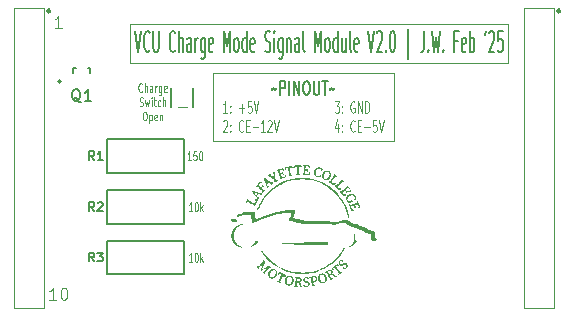
<source format=gbr>
%TF.GenerationSoftware,KiCad,Pcbnew,8.0.8*%
%TF.CreationDate,2025-02-16T23:45:18-05:00*%
%TF.ProjectId,VCU Charge Mode Signal Module V2.0,56435520-4368-4617-9267-65204d6f6465,rev?*%
%TF.SameCoordinates,Original*%
%TF.FileFunction,Legend,Top*%
%TF.FilePolarity,Positive*%
%FSLAX46Y46*%
G04 Gerber Fmt 4.6, Leading zero omitted, Abs format (unit mm)*
G04 Created by KiCad (PCBNEW 8.0.8) date 2025-02-16 23:45:18*
%MOMM*%
%LPD*%
G01*
G04 APERTURE LIST*
%ADD10C,0.000000*%
%ADD11C,0.075000*%
%ADD12C,0.100000*%
%ADD13C,0.150000*%
%ADD14C,0.125000*%
%ADD15C,0.152400*%
%ADD16C,0.076200*%
%ADD17C,0.254000*%
G04 APERTURE END LIST*
D10*
G36*
X44786808Y-34647063D02*
G01*
X44792316Y-34647856D01*
X44797434Y-34649089D01*
X44802180Y-34650738D01*
X44806572Y-34652782D01*
X44810628Y-34655198D01*
X44814366Y-34657962D01*
X44817804Y-34661053D01*
X44820958Y-34664448D01*
X44823847Y-34668124D01*
X44826489Y-34672059D01*
X44828902Y-34676230D01*
X44831103Y-34680615D01*
X44834939Y-34689935D01*
X44838142Y-34699838D01*
X44840853Y-34710144D01*
X44843213Y-34720671D01*
X44847452Y-34741670D01*
X44849614Y-34751781D01*
X44851995Y-34761390D01*
X44853779Y-34767309D01*
X44855887Y-34773476D01*
X44860534Y-34786351D01*
X44862802Y-34792954D01*
X44864854Y-34799600D01*
X44866554Y-34806236D01*
X44867229Y-34809534D01*
X44867766Y-34812810D01*
X44868147Y-34816058D01*
X44868355Y-34819271D01*
X44868374Y-34822443D01*
X44868187Y-34825567D01*
X44867776Y-34828638D01*
X44867124Y-34831647D01*
X44866216Y-34834590D01*
X44865034Y-34837459D01*
X44863560Y-34840248D01*
X44861779Y-34842951D01*
X44859673Y-34845560D01*
X44857225Y-34848071D01*
X44854418Y-34850475D01*
X44851236Y-34852768D01*
X44847662Y-34854941D01*
X44843678Y-34856989D01*
X44838355Y-34859327D01*
X44833272Y-34861200D01*
X44828421Y-34862627D01*
X44823794Y-34863626D01*
X44819382Y-34864216D01*
X44815176Y-34864416D01*
X44811167Y-34864244D01*
X44807349Y-34863718D01*
X44803711Y-34862856D01*
X44800245Y-34861678D01*
X44796943Y-34860201D01*
X44793797Y-34858445D01*
X44790797Y-34856427D01*
X44787936Y-34854166D01*
X44785204Y-34851680D01*
X44782594Y-34848988D01*
X44780096Y-34846109D01*
X44777703Y-34843060D01*
X44773195Y-34836529D01*
X44769003Y-34829542D01*
X44765057Y-34822247D01*
X44750381Y-34792940D01*
X44747681Y-34788147D01*
X44744917Y-34783720D01*
X44742090Y-34779649D01*
X44739201Y-34775923D01*
X44736252Y-34772531D01*
X44733244Y-34769462D01*
X44730178Y-34766704D01*
X44727055Y-34764247D01*
X44723878Y-34762080D01*
X44720646Y-34760192D01*
X44717362Y-34758572D01*
X44714027Y-34757208D01*
X44710642Y-34756091D01*
X44707208Y-34755209D01*
X44703727Y-34754550D01*
X44700200Y-34754105D01*
X44696628Y-34753861D01*
X44693013Y-34753809D01*
X44685657Y-34754233D01*
X44678144Y-34755290D01*
X44670482Y-34756891D01*
X44662684Y-34758949D01*
X44654758Y-34761376D01*
X44638568Y-34766985D01*
X44634047Y-34768732D01*
X44629804Y-34770592D01*
X44625833Y-34772563D01*
X44622125Y-34774642D01*
X44618675Y-34776825D01*
X44615474Y-34779110D01*
X44612517Y-34781494D01*
X44609796Y-34783973D01*
X44607303Y-34786544D01*
X44605033Y-34789205D01*
X44602977Y-34791952D01*
X44601130Y-34794781D01*
X44599483Y-34797691D01*
X44598030Y-34800678D01*
X44596763Y-34803739D01*
X44595677Y-34806870D01*
X44594763Y-34810069D01*
X44594014Y-34813333D01*
X44593425Y-34816658D01*
X44592987Y-34820042D01*
X44592538Y-34826972D01*
X44592610Y-34834099D01*
X44593149Y-34841399D01*
X44594097Y-34848845D01*
X44595398Y-34856415D01*
X44596996Y-34864083D01*
X44620369Y-34974718D01*
X44626786Y-35002196D01*
X44633900Y-35029414D01*
X44641944Y-35056279D01*
X44646388Y-35069550D01*
X44651152Y-35082699D01*
X44655292Y-35094659D01*
X44658869Y-35106938D01*
X44661953Y-35119496D01*
X44664616Y-35132293D01*
X44668961Y-35158445D01*
X44672472Y-35185075D01*
X44679262Y-35238501D01*
X44683678Y-35264659D01*
X44686389Y-35277461D01*
X44689531Y-35290025D01*
X44693173Y-35302310D01*
X44697389Y-35314278D01*
X44702247Y-35325889D01*
X44707820Y-35337103D01*
X44714178Y-35347880D01*
X44721392Y-35358180D01*
X44729534Y-35367964D01*
X44738674Y-35377192D01*
X44748883Y-35385824D01*
X44760232Y-35393820D01*
X44772792Y-35401141D01*
X44786635Y-35407746D01*
X44801831Y-35413597D01*
X44818451Y-35418653D01*
X44836566Y-35422875D01*
X44856247Y-35426223D01*
X44833416Y-35440779D01*
X44809447Y-35454187D01*
X44784584Y-35466411D01*
X44759072Y-35477413D01*
X44733153Y-35487159D01*
X44707072Y-35495612D01*
X44681072Y-35502736D01*
X44655397Y-35508495D01*
X44630290Y-35512854D01*
X44605996Y-35515776D01*
X44582757Y-35517224D01*
X44560819Y-35517164D01*
X44540423Y-35515560D01*
X44521815Y-35512374D01*
X44513257Y-35510177D01*
X44505237Y-35507571D01*
X44497786Y-35504552D01*
X44490934Y-35501116D01*
X44520104Y-35467016D01*
X44531786Y-35452666D01*
X44541640Y-35439634D01*
X44549744Y-35427560D01*
X44553165Y-35421770D01*
X44556178Y-35416085D01*
X44558795Y-35410460D01*
X44561023Y-35404849D01*
X44562875Y-35399207D01*
X44564359Y-35393490D01*
X44565485Y-35387653D01*
X44566264Y-35381650D01*
X44566705Y-35375436D01*
X44566818Y-35368966D01*
X44566614Y-35362196D01*
X44566103Y-35355081D01*
X44564196Y-35339632D01*
X44561178Y-35322261D01*
X44557129Y-35302606D01*
X44546256Y-35255006D01*
X44517030Y-35132660D01*
X44485718Y-35003288D01*
X44485132Y-35000132D01*
X44484632Y-34997163D01*
X44484205Y-34994372D01*
X44483840Y-34991751D01*
X44482729Y-34982799D01*
X44482476Y-34980900D01*
X44482207Y-34979120D01*
X44481910Y-34977451D01*
X44481571Y-34975883D01*
X44481178Y-34974409D01*
X44480718Y-34973019D01*
X44480178Y-34971705D01*
X44479546Y-34970459D01*
X44477077Y-34965653D01*
X44474917Y-34960634D01*
X44473033Y-34955424D01*
X44471391Y-34950048D01*
X44469958Y-34944528D01*
X44468701Y-34938887D01*
X44466581Y-34927335D01*
X44462976Y-34903802D01*
X44460958Y-34892190D01*
X44458440Y-34880927D01*
X44456910Y-34875485D01*
X44455154Y-34870199D01*
X44453140Y-34865093D01*
X44450834Y-34860191D01*
X44448202Y-34855514D01*
X44445211Y-34851087D01*
X44441828Y-34846932D01*
X44438019Y-34843072D01*
X44433751Y-34839532D01*
X44428990Y-34836333D01*
X44423704Y-34833498D01*
X44417858Y-34831052D01*
X44411419Y-34829017D01*
X44404354Y-34827416D01*
X44396629Y-34826272D01*
X44388211Y-34825609D01*
X44379650Y-34825381D01*
X44371565Y-34825522D01*
X44363944Y-34826024D01*
X44356775Y-34826879D01*
X44350044Y-34828077D01*
X44343740Y-34829612D01*
X44337850Y-34831473D01*
X44332362Y-34833652D01*
X44327263Y-34836141D01*
X44322541Y-34838931D01*
X44318183Y-34842014D01*
X44314177Y-34845380D01*
X44310510Y-34849022D01*
X44307170Y-34852930D01*
X44304145Y-34857096D01*
X44301422Y-34861512D01*
X44298988Y-34866169D01*
X44296832Y-34871058D01*
X44294940Y-34876171D01*
X44293301Y-34881500D01*
X44290729Y-34892767D01*
X44289016Y-34904792D01*
X44288064Y-34917506D01*
X44287772Y-34930840D01*
X44288041Y-34944725D01*
X44288771Y-34959093D01*
X44288851Y-34962309D01*
X44288686Y-34965472D01*
X44288285Y-34968573D01*
X44287659Y-34971603D01*
X44286819Y-34974556D01*
X44285775Y-34977421D01*
X44284537Y-34980192D01*
X44283115Y-34982859D01*
X44281521Y-34985415D01*
X44279763Y-34987850D01*
X44277854Y-34990158D01*
X44275802Y-34992330D01*
X44273619Y-34994357D01*
X44271314Y-34996231D01*
X44268899Y-34997944D01*
X44266382Y-34999487D01*
X44263776Y-35000853D01*
X44261090Y-35002033D01*
X44258334Y-35003019D01*
X44255519Y-35003802D01*
X44252655Y-35004374D01*
X44249753Y-35004728D01*
X44246822Y-35004854D01*
X44243874Y-35004744D01*
X44240919Y-35004391D01*
X44237966Y-35003786D01*
X44235027Y-35002920D01*
X44232111Y-35001786D01*
X44229229Y-35000375D01*
X44226392Y-34998678D01*
X44223609Y-34996688D01*
X44220892Y-34994397D01*
X44217053Y-34990699D01*
X44213487Y-34986867D01*
X44210182Y-34982905D01*
X44207125Y-34978820D01*
X44204307Y-34974619D01*
X44201714Y-34970306D01*
X44197161Y-34961373D01*
X44193372Y-34952069D01*
X44190256Y-34942443D01*
X44187721Y-34932543D01*
X44185672Y-34922418D01*
X44184018Y-34912116D01*
X44182666Y-34901687D01*
X44180498Y-34880637D01*
X44178427Y-34859658D01*
X44177195Y-34849316D01*
X44175710Y-34839137D01*
X44175215Y-34835562D01*
X44174907Y-34832089D01*
X44174781Y-34828718D01*
X44174834Y-34825447D01*
X44175059Y-34822277D01*
X44175452Y-34819205D01*
X44176009Y-34816232D01*
X44176724Y-34813357D01*
X44177592Y-34810578D01*
X44178608Y-34807895D01*
X44179769Y-34805307D01*
X44181068Y-34802814D01*
X44182501Y-34800414D01*
X44184063Y-34798106D01*
X44185749Y-34795891D01*
X44187555Y-34793766D01*
X44189475Y-34791732D01*
X44191504Y-34789787D01*
X44193638Y-34787931D01*
X44195872Y-34786162D01*
X44198201Y-34784481D01*
X44200620Y-34782886D01*
X44205708Y-34779950D01*
X44211098Y-34777350D01*
X44216751Y-34775078D01*
X44222627Y-34773128D01*
X44228689Y-34771494D01*
X44494024Y-34707225D01*
X44627017Y-34676646D01*
X44693694Y-34662280D01*
X44760531Y-34648734D01*
X44767773Y-34647544D01*
X44774555Y-34646884D01*
X44780894Y-34646731D01*
X44786808Y-34647063D01*
G37*
G36*
X43358981Y-35136189D02*
G01*
X43367344Y-35136778D01*
X43375705Y-35137751D01*
X43384060Y-35139111D01*
X43392406Y-35140859D01*
X43383849Y-35151714D01*
X43376042Y-35162639D01*
X43368955Y-35173630D01*
X43362560Y-35184687D01*
X43356829Y-35195806D01*
X43351732Y-35206987D01*
X43347241Y-35218225D01*
X43343327Y-35229520D01*
X43339961Y-35240869D01*
X43337114Y-35252269D01*
X43332864Y-35275217D01*
X43330346Y-35298345D01*
X43329329Y-35321637D01*
X43329583Y-35345074D01*
X43330878Y-35368639D01*
X43332983Y-35392313D01*
X43335669Y-35416081D01*
X43347604Y-35511724D01*
X43353712Y-35575551D01*
X43357037Y-35607082D01*
X43361066Y-35637993D01*
X43366192Y-35668009D01*
X43372810Y-35696855D01*
X43376800Y-35710755D01*
X43381311Y-35724259D01*
X43386391Y-35737334D01*
X43392090Y-35749945D01*
X43398456Y-35762058D01*
X43405539Y-35773639D01*
X43413388Y-35784654D01*
X43422052Y-35795068D01*
X43431580Y-35804846D01*
X43442021Y-35813956D01*
X43453425Y-35822362D01*
X43465840Y-35830030D01*
X43479317Y-35836926D01*
X43493903Y-35843015D01*
X43509648Y-35848264D01*
X43526601Y-35852638D01*
X43544812Y-35856102D01*
X43564330Y-35858623D01*
X43585203Y-35860167D01*
X43607480Y-35860698D01*
X43594268Y-35880102D01*
X43578737Y-35899143D01*
X43561157Y-35917665D01*
X43541801Y-35935512D01*
X43520939Y-35952529D01*
X43498843Y-35968561D01*
X43475783Y-35983451D01*
X43452031Y-35997046D01*
X43427857Y-36009189D01*
X43403534Y-36019725D01*
X43379332Y-36028498D01*
X43355522Y-36035353D01*
X43332375Y-36040135D01*
X43310163Y-36042688D01*
X43299492Y-36043080D01*
X43289156Y-36042857D01*
X43279189Y-36041999D01*
X43269626Y-36040487D01*
X43279450Y-36030548D01*
X43288216Y-36020739D01*
X43295960Y-36011052D01*
X43302717Y-36001483D01*
X43308524Y-35992026D01*
X43313415Y-35982675D01*
X43317426Y-35973425D01*
X43320593Y-35964269D01*
X43322951Y-35955202D01*
X43324535Y-35946219D01*
X43325382Y-35937314D01*
X43325527Y-35928480D01*
X43325005Y-35919713D01*
X43323852Y-35911006D01*
X43322104Y-35902355D01*
X43319795Y-35893752D01*
X43316962Y-35885193D01*
X43313640Y-35876673D01*
X43309864Y-35868184D01*
X43305671Y-35859722D01*
X43296173Y-35842854D01*
X43285430Y-35826025D01*
X43273727Y-35809188D01*
X43261347Y-35792297D01*
X43235696Y-35758176D01*
X43206071Y-35738998D01*
X43177128Y-35718918D01*
X43120604Y-35677228D01*
X43064756Y-35635459D01*
X43036659Y-35615281D01*
X43008219Y-35595966D01*
X42979263Y-35577809D01*
X42949623Y-35561105D01*
X42919126Y-35546147D01*
X42887603Y-35533230D01*
X42871402Y-35527628D01*
X42854881Y-35522647D01*
X42838017Y-35518324D01*
X42820790Y-35514695D01*
X42803178Y-35511797D01*
X42785159Y-35509666D01*
X42766713Y-35508340D01*
X42747818Y-35507856D01*
X42754178Y-35497330D01*
X42761316Y-35486832D01*
X42769174Y-35476392D01*
X42777696Y-35466040D01*
X42786823Y-35455807D01*
X42796498Y-35445722D01*
X42817259Y-35426121D01*
X42839518Y-35407479D01*
X42862814Y-35390038D01*
X42886685Y-35374041D01*
X42910669Y-35359730D01*
X42934304Y-35347346D01*
X42957130Y-35337133D01*
X42978684Y-35329333D01*
X42988840Y-35326414D01*
X42998505Y-35324188D01*
X43007622Y-35322687D01*
X43016132Y-35321941D01*
X43023978Y-35321979D01*
X43031102Y-35322833D01*
X43037446Y-35324532D01*
X43042954Y-35327107D01*
X43047567Y-35330588D01*
X43051227Y-35335005D01*
X43052769Y-35338757D01*
X43053832Y-35342349D01*
X43054448Y-35345792D01*
X43054648Y-35349095D01*
X43054464Y-35352269D01*
X43053927Y-35355325D01*
X43053069Y-35358273D01*
X43051921Y-35361124D01*
X43050515Y-35363888D01*
X43048882Y-35366575D01*
X43047054Y-35369197D01*
X43045063Y-35371763D01*
X43040716Y-35376772D01*
X43036093Y-35381685D01*
X43031447Y-35386586D01*
X43027030Y-35391559D01*
X43024986Y-35394099D01*
X43023094Y-35396688D01*
X43021386Y-35399337D01*
X43019892Y-35402056D01*
X43018645Y-35404856D01*
X43017677Y-35407748D01*
X43017017Y-35410742D01*
X43016699Y-35413848D01*
X43016754Y-35417076D01*
X43017212Y-35420438D01*
X43018107Y-35423944D01*
X43019469Y-35427604D01*
X43058230Y-35461316D01*
X43075425Y-35475775D01*
X43091405Y-35488785D01*
X43106351Y-35500458D01*
X43120446Y-35510907D01*
X43133869Y-35520244D01*
X43146803Y-35528580D01*
X43159430Y-35536029D01*
X43171929Y-35542703D01*
X43184484Y-35548712D01*
X43197274Y-35554171D01*
X43210483Y-35559190D01*
X43224290Y-35563882D01*
X43238879Y-35568360D01*
X43254429Y-35572735D01*
X43258763Y-35542530D01*
X43261832Y-35514537D01*
X43262873Y-35501318D01*
X43263574Y-35488590D01*
X43263928Y-35476333D01*
X43263927Y-35464526D01*
X43263563Y-35453148D01*
X43262828Y-35442179D01*
X43261715Y-35431599D01*
X43260216Y-35421387D01*
X43258323Y-35411521D01*
X43256029Y-35401983D01*
X43253324Y-35392751D01*
X43250203Y-35383804D01*
X43246657Y-35375123D01*
X43242678Y-35366686D01*
X43238258Y-35358474D01*
X43233390Y-35350465D01*
X43228066Y-35342638D01*
X43222278Y-35334975D01*
X43216018Y-35327453D01*
X43209279Y-35320053D01*
X43202053Y-35312753D01*
X43194332Y-35305534D01*
X43186108Y-35298374D01*
X43177374Y-35291254D01*
X43168122Y-35284152D01*
X43158343Y-35277048D01*
X43137177Y-35262753D01*
X43151459Y-35245271D01*
X43166086Y-35228989D01*
X43181032Y-35213932D01*
X43196271Y-35200125D01*
X43211777Y-35187591D01*
X43227522Y-35176356D01*
X43243482Y-35166445D01*
X43259630Y-35157881D01*
X43275938Y-35150690D01*
X43292382Y-35144897D01*
X43308934Y-35140525D01*
X43317243Y-35138880D01*
X43325569Y-35137600D01*
X43333909Y-35136688D01*
X43342260Y-35136147D01*
X43350618Y-35135979D01*
X43358981Y-35136189D01*
G37*
G36*
X49852825Y-36997788D02*
G01*
X49870716Y-36998886D01*
X49888327Y-37000733D01*
X49905651Y-37003318D01*
X49922679Y-37006631D01*
X49939404Y-37010662D01*
X49955817Y-37015401D01*
X49971911Y-37020838D01*
X49987678Y-37026963D01*
X50003110Y-37033765D01*
X50018199Y-37041235D01*
X50032938Y-37049362D01*
X50047317Y-37058137D01*
X50061330Y-37067548D01*
X50074968Y-37077587D01*
X50088223Y-37088243D01*
X50101088Y-37099505D01*
X50113555Y-37111364D01*
X50125615Y-37123809D01*
X50137261Y-37136831D01*
X50148485Y-37150419D01*
X50159279Y-37164563D01*
X50179546Y-37194480D01*
X50197997Y-37226499D01*
X50214569Y-37260541D01*
X50229200Y-37296525D01*
X50241825Y-37334368D01*
X50244316Y-37343174D01*
X50246431Y-37351697D01*
X50248176Y-37359946D01*
X50249553Y-37367927D01*
X50250568Y-37375648D01*
X50251224Y-37383115D01*
X50251526Y-37390336D01*
X50251478Y-37397318D01*
X50251085Y-37404068D01*
X50250349Y-37410593D01*
X50249276Y-37416900D01*
X50247870Y-37422997D01*
X50246135Y-37428890D01*
X50244075Y-37434587D01*
X50241695Y-37440094D01*
X50238998Y-37445420D01*
X50235989Y-37450570D01*
X50232671Y-37455553D01*
X50229050Y-37460375D01*
X50225129Y-37465044D01*
X50220913Y-37469566D01*
X50216406Y-37473949D01*
X50211611Y-37478200D01*
X50206534Y-37482326D01*
X50201178Y-37486334D01*
X50195548Y-37490231D01*
X50183480Y-37497722D01*
X50170366Y-37504855D01*
X50156237Y-37511689D01*
X50145010Y-37516830D01*
X50139437Y-37519269D01*
X50133898Y-37521517D01*
X50128400Y-37523497D01*
X50122947Y-37525135D01*
X50120239Y-37525801D01*
X50117546Y-37526352D01*
X50114866Y-37526779D01*
X50112201Y-37527072D01*
X50109552Y-37527222D01*
X50106920Y-37527219D01*
X50104305Y-37527053D01*
X50101707Y-37526715D01*
X50099128Y-37526196D01*
X50096569Y-37525485D01*
X50094029Y-37524573D01*
X50091510Y-37523451D01*
X50089013Y-37522109D01*
X50086538Y-37520538D01*
X50084085Y-37518727D01*
X50081656Y-37516668D01*
X50079251Y-37514350D01*
X50076872Y-37511764D01*
X50074518Y-37508901D01*
X50072190Y-37505751D01*
X50070034Y-37502515D01*
X50068134Y-37499321D01*
X50066482Y-37496170D01*
X50065071Y-37493060D01*
X50063895Y-37489994D01*
X50062945Y-37486970D01*
X50062216Y-37483990D01*
X50061699Y-37481053D01*
X50061388Y-37478160D01*
X50061275Y-37475312D01*
X50061354Y-37472508D01*
X50061617Y-37469749D01*
X50062058Y-37467035D01*
X50062668Y-37464366D01*
X50063441Y-37461743D01*
X50064371Y-37459166D01*
X50065448Y-37456636D01*
X50066668Y-37454152D01*
X50068022Y-37451714D01*
X50069503Y-37449325D01*
X50071105Y-37446982D01*
X50072820Y-37444687D01*
X50074640Y-37442441D01*
X50076560Y-37440243D01*
X50078571Y-37438093D01*
X50080667Y-37435993D01*
X50085085Y-37431940D01*
X50089756Y-37428087D01*
X50094622Y-37424435D01*
X50101534Y-37419241D01*
X50107848Y-37414018D01*
X50113582Y-37408766D01*
X50118755Y-37403486D01*
X50123382Y-37398180D01*
X50127482Y-37392848D01*
X50131072Y-37387492D01*
X50134168Y-37382112D01*
X50136789Y-37376710D01*
X50138951Y-37371287D01*
X50140673Y-37365844D01*
X50141971Y-37360382D01*
X50142862Y-37354902D01*
X50143364Y-37349405D01*
X50143495Y-37343892D01*
X50143271Y-37338365D01*
X50142710Y-37332823D01*
X50141829Y-37327270D01*
X50140645Y-37321704D01*
X50139177Y-37316128D01*
X50135453Y-37304949D01*
X50130797Y-37293741D01*
X50125346Y-37282512D01*
X50119240Y-37271272D01*
X50112616Y-37260028D01*
X50105614Y-37248789D01*
X50093572Y-37231092D01*
X50080839Y-37214769D01*
X50067434Y-37199832D01*
X50053374Y-37186293D01*
X50038674Y-37174164D01*
X50023354Y-37163458D01*
X50007428Y-37154186D01*
X49990916Y-37146360D01*
X49973834Y-37139994D01*
X49956199Y-37135099D01*
X49938028Y-37131687D01*
X49919339Y-37129770D01*
X49900148Y-37129361D01*
X49880473Y-37130471D01*
X49860330Y-37133113D01*
X49839738Y-37137300D01*
X49814774Y-37143644D01*
X49790207Y-37150733D01*
X49766085Y-37158641D01*
X49742458Y-37167441D01*
X49719375Y-37177207D01*
X49696885Y-37188011D01*
X49675036Y-37199927D01*
X49653877Y-37213028D01*
X49633458Y-37227388D01*
X49613827Y-37243080D01*
X49604323Y-37251448D01*
X49595034Y-37260177D01*
X49585967Y-37269276D01*
X49577127Y-37278753D01*
X49568522Y-37288618D01*
X49560156Y-37298880D01*
X49552036Y-37309549D01*
X49544168Y-37320633D01*
X49536559Y-37332142D01*
X49529214Y-37344085D01*
X49522140Y-37356470D01*
X49515342Y-37369308D01*
X49509627Y-37384957D01*
X49504990Y-37400335D01*
X49501393Y-37415454D01*
X49498801Y-37430330D01*
X49497176Y-37444974D01*
X49496483Y-37459402D01*
X49496685Y-37473626D01*
X49497746Y-37487661D01*
X49499629Y-37501520D01*
X49502298Y-37515217D01*
X49505716Y-37528765D01*
X49509847Y-37542179D01*
X49514655Y-37555472D01*
X49520103Y-37568657D01*
X49526155Y-37581749D01*
X49532774Y-37594761D01*
X49539884Y-37607383D01*
X49547141Y-37618679D01*
X49554599Y-37628658D01*
X49558421Y-37633156D01*
X49562314Y-37637328D01*
X49566285Y-37641174D01*
X49570340Y-37644696D01*
X49574487Y-37647894D01*
X49578732Y-37650770D01*
X49583083Y-37653325D01*
X49587546Y-37655559D01*
X49592128Y-37657474D01*
X49596837Y-37659070D01*
X49601677Y-37660349D01*
X49606658Y-37661311D01*
X49611785Y-37661957D01*
X49617066Y-37662290D01*
X49622507Y-37662308D01*
X49628115Y-37662014D01*
X49633897Y-37661408D01*
X49639860Y-37660492D01*
X49646011Y-37659266D01*
X49652357Y-37657732D01*
X49665659Y-37653741D01*
X49679823Y-37648527D01*
X49694903Y-37642098D01*
X49703443Y-37638032D01*
X49711426Y-37633815D01*
X49718866Y-37629443D01*
X49725783Y-37624914D01*
X49732192Y-37620224D01*
X49738112Y-37615372D01*
X49743560Y-37610353D01*
X49748552Y-37605166D01*
X49753106Y-37599807D01*
X49757240Y-37594274D01*
X49760969Y-37588564D01*
X49764313Y-37582673D01*
X49767287Y-37576601D01*
X49769910Y-37570342D01*
X49772197Y-37563895D01*
X49774168Y-37557258D01*
X49777225Y-37543397D01*
X49779219Y-37528738D01*
X49780287Y-37513259D01*
X49780568Y-37496936D01*
X49780199Y-37479747D01*
X49779318Y-37461670D01*
X49776571Y-37422762D01*
X49797168Y-37440187D01*
X49816094Y-37457795D01*
X49833485Y-37475629D01*
X49849475Y-37493734D01*
X49864198Y-37512155D01*
X49877790Y-37530937D01*
X49890385Y-37550123D01*
X49902118Y-37569759D01*
X49913124Y-37589890D01*
X49923536Y-37610559D01*
X49933490Y-37631812D01*
X49943121Y-37653693D01*
X49961951Y-37699518D01*
X49981103Y-37748390D01*
X49970002Y-37742733D01*
X49959205Y-37737751D01*
X49948703Y-37733418D01*
X49938484Y-37729711D01*
X49928539Y-37726604D01*
X49918857Y-37724073D01*
X49909427Y-37722094D01*
X49900240Y-37720642D01*
X49891284Y-37719692D01*
X49882550Y-37719221D01*
X49874026Y-37719203D01*
X49865702Y-37719615D01*
X49857568Y-37720431D01*
X49849614Y-37721627D01*
X49841828Y-37723179D01*
X49834201Y-37725063D01*
X49826722Y-37727253D01*
X49819381Y-37729725D01*
X49805069Y-37735418D01*
X49791182Y-37741946D01*
X49777637Y-37749113D01*
X49764349Y-37756723D01*
X49751236Y-37764581D01*
X49725197Y-37780252D01*
X49710714Y-37788417D01*
X49703528Y-37792145D01*
X49696352Y-37795572D01*
X49689164Y-37798646D01*
X49681945Y-37801320D01*
X49674673Y-37803542D01*
X49667329Y-37805263D01*
X49659892Y-37806434D01*
X49652340Y-37807005D01*
X49648516Y-37807050D01*
X49644654Y-37806926D01*
X49640755Y-37806627D01*
X49636814Y-37806147D01*
X49632829Y-37805480D01*
X49628797Y-37804619D01*
X49624717Y-37803558D01*
X49620585Y-37802292D01*
X49616398Y-37800813D01*
X49612155Y-37799116D01*
X49607853Y-37797194D01*
X49603488Y-37795042D01*
X49590411Y-37787780D01*
X49577565Y-37779642D01*
X49564971Y-37770668D01*
X49552647Y-37760901D01*
X49528891Y-37739154D01*
X49506454Y-37714735D01*
X49485494Y-37687979D01*
X49466168Y-37659221D01*
X49448634Y-37628795D01*
X49433048Y-37597035D01*
X49419569Y-37564276D01*
X49408353Y-37530853D01*
X49399559Y-37497100D01*
X49393342Y-37463352D01*
X49389860Y-37429942D01*
X49389272Y-37397207D01*
X49390112Y-37381196D01*
X49391734Y-37365480D01*
X49394157Y-37350098D01*
X49397403Y-37335095D01*
X49402332Y-37316920D01*
X49408031Y-37299078D01*
X49414480Y-37281584D01*
X49421658Y-37264455D01*
X49429544Y-37247705D01*
X49438117Y-37231352D01*
X49457243Y-37199897D01*
X49478872Y-37170218D01*
X49502837Y-37142442D01*
X49528974Y-37116698D01*
X49557118Y-37093112D01*
X49587102Y-37071812D01*
X49618762Y-37052927D01*
X49651933Y-37036582D01*
X49686449Y-37022907D01*
X49722146Y-37012029D01*
X49740385Y-37007678D01*
X49758857Y-37004074D01*
X49777541Y-37001234D01*
X49796418Y-36999172D01*
X49815465Y-36997905D01*
X49834663Y-36997449D01*
X49852825Y-36997788D01*
G37*
G36*
X45642303Y-44308760D02*
G01*
X45640847Y-44319782D01*
X45638747Y-44330780D01*
X45636004Y-44341728D01*
X45632618Y-44352601D01*
X45628589Y-44363372D01*
X45623918Y-44374016D01*
X45618605Y-44384507D01*
X45612649Y-44394818D01*
X45606052Y-44404924D01*
X45598812Y-44414798D01*
X45590931Y-44424416D01*
X45582409Y-44433750D01*
X45573245Y-44442775D01*
X45563704Y-44451367D01*
X45553812Y-44459719D01*
X45543558Y-44467956D01*
X45532929Y-44476202D01*
X45510504Y-44493218D01*
X45498685Y-44502235D01*
X45486447Y-44511759D01*
X45496365Y-44521601D01*
X45505309Y-44531890D01*
X45513353Y-44542590D01*
X45520573Y-44553666D01*
X45527041Y-44565083D01*
X45532833Y-44576803D01*
X45538023Y-44588793D01*
X45542685Y-44601015D01*
X45550723Y-44626015D01*
X45557541Y-44651519D01*
X45569894Y-44702892D01*
X45576618Y-44728189D01*
X45584500Y-44752846D01*
X45589061Y-44764846D01*
X45594134Y-44776578D01*
X45599794Y-44788006D01*
X45606114Y-44799097D01*
X45613170Y-44809812D01*
X45621036Y-44820118D01*
X45629785Y-44829978D01*
X45639492Y-44839356D01*
X45650232Y-44848216D01*
X45662078Y-44856524D01*
X45675105Y-44864243D01*
X45689388Y-44871337D01*
X45678728Y-44877924D01*
X45668239Y-44883949D01*
X45657927Y-44889416D01*
X45647796Y-44894327D01*
X45637850Y-44898685D01*
X45628095Y-44902493D01*
X45618536Y-44905752D01*
X45609177Y-44908465D01*
X45600022Y-44910636D01*
X45591077Y-44912266D01*
X45582347Y-44913358D01*
X45573835Y-44913915D01*
X45565548Y-44913940D01*
X45557489Y-44913434D01*
X45549664Y-44912401D01*
X45542076Y-44910843D01*
X45534732Y-44908763D01*
X45527635Y-44906162D01*
X45520791Y-44903045D01*
X45514204Y-44899413D01*
X45507879Y-44895268D01*
X45501820Y-44890615D01*
X45496033Y-44885454D01*
X45490523Y-44879789D01*
X45485293Y-44873623D01*
X45480349Y-44866957D01*
X45475695Y-44859794D01*
X45471337Y-44852138D01*
X45467278Y-44843990D01*
X45463524Y-44835353D01*
X45460080Y-44826230D01*
X45456950Y-44816623D01*
X45405232Y-44598119D01*
X45403561Y-44593059D01*
X45401705Y-44588163D01*
X45399670Y-44583431D01*
X45397460Y-44578863D01*
X45395080Y-44574460D01*
X45392536Y-44570221D01*
X45389831Y-44566148D01*
X45386972Y-44562239D01*
X45383963Y-44558497D01*
X45380809Y-44554920D01*
X45377514Y-44551509D01*
X45374085Y-44548264D01*
X45370525Y-44545186D01*
X45366840Y-44542275D01*
X45359114Y-44536953D01*
X45350946Y-44532301D01*
X45342375Y-44528321D01*
X45333442Y-44525014D01*
X45324185Y-44522382D01*
X45314645Y-44520428D01*
X45304860Y-44519154D01*
X45294871Y-44518560D01*
X45284716Y-44518650D01*
X45278853Y-44519070D01*
X45273471Y-44519804D01*
X45268548Y-44520839D01*
X45264064Y-44522160D01*
X45259996Y-44523754D01*
X45256325Y-44525607D01*
X45253029Y-44527705D01*
X45250086Y-44530035D01*
X45247476Y-44532582D01*
X45245177Y-44535332D01*
X45243169Y-44538272D01*
X45241430Y-44541388D01*
X45239938Y-44544667D01*
X45238674Y-44548093D01*
X45237615Y-44551654D01*
X45236740Y-44555335D01*
X45235460Y-44563003D01*
X45234663Y-44570988D01*
X45233844Y-44587462D01*
X45233483Y-44595730D01*
X45232929Y-44603871D01*
X45232012Y-44611774D01*
X45230563Y-44619329D01*
X45226596Y-44636742D01*
X45223264Y-44653925D01*
X45220754Y-44670832D01*
X45219250Y-44687419D01*
X45218933Y-44695580D01*
X45218937Y-44703644D01*
X45219285Y-44711606D01*
X45220000Y-44719462D01*
X45221106Y-44727204D01*
X45222625Y-44734828D01*
X45224580Y-44742329D01*
X45226995Y-44749700D01*
X45229894Y-44756936D01*
X45233298Y-44764033D01*
X45237231Y-44770983D01*
X45241716Y-44777783D01*
X45246777Y-44784425D01*
X45252437Y-44790906D01*
X45258718Y-44797219D01*
X45265643Y-44803358D01*
X45273237Y-44809319D01*
X45281522Y-44815096D01*
X45290521Y-44820684D01*
X45300257Y-44826076D01*
X45310753Y-44831268D01*
X45322034Y-44836253D01*
X45334120Y-44841027D01*
X45347037Y-44845584D01*
X45336192Y-44850132D01*
X45325496Y-44854181D01*
X45314946Y-44857756D01*
X45304533Y-44860881D01*
X45284101Y-44865886D01*
X45264152Y-44869399D01*
X45244640Y-44871621D01*
X45225517Y-44872755D01*
X45206738Y-44873004D01*
X45188254Y-44872569D01*
X45116342Y-44868042D01*
X45098636Y-44867225D01*
X45080944Y-44866938D01*
X45063219Y-44867384D01*
X45045416Y-44868766D01*
X45030378Y-44866163D01*
X45023215Y-44864820D01*
X45016353Y-44863340D01*
X45009838Y-44861642D01*
X45006726Y-44860686D01*
X45003719Y-44859644D01*
X45000822Y-44858506D01*
X44998042Y-44857263D01*
X44995384Y-44855904D01*
X44992855Y-44854419D01*
X44990461Y-44852798D01*
X44988207Y-44851030D01*
X44986099Y-44849105D01*
X44984143Y-44847014D01*
X44982345Y-44844745D01*
X44980712Y-44842288D01*
X44979248Y-44839634D01*
X44977960Y-44836773D01*
X44976854Y-44833693D01*
X44975936Y-44830385D01*
X44975212Y-44826838D01*
X44974687Y-44823043D01*
X44974368Y-44818988D01*
X44974261Y-44814665D01*
X44974370Y-44810062D01*
X44974703Y-44805170D01*
X44982952Y-44803852D01*
X44990740Y-44802224D01*
X44998083Y-44800292D01*
X45004997Y-44798065D01*
X45011496Y-44795549D01*
X45017595Y-44792753D01*
X45023311Y-44789685D01*
X45028659Y-44786351D01*
X45033653Y-44782759D01*
X45038309Y-44778917D01*
X45042642Y-44774832D01*
X45046667Y-44770512D01*
X45050401Y-44765965D01*
X45053857Y-44761197D01*
X45057052Y-44756217D01*
X45060000Y-44751033D01*
X45065219Y-44740079D01*
X45069635Y-44728397D01*
X45073371Y-44716047D01*
X45076550Y-44703089D01*
X45079292Y-44689584D01*
X45081722Y-44675593D01*
X45086129Y-44646392D01*
X45088732Y-44626364D01*
X45090767Y-44606323D01*
X45093475Y-44566222D01*
X45094927Y-44526124D01*
X45095799Y-44486066D01*
X45096766Y-44446083D01*
X45098504Y-44406213D01*
X45099873Y-44386332D01*
X45101688Y-44366492D01*
X45104033Y-44346698D01*
X45106993Y-44326954D01*
X45107172Y-44325923D01*
X45241287Y-44325923D01*
X45242039Y-44339851D01*
X45243704Y-44353535D01*
X45246348Y-44366912D01*
X45250036Y-44379917D01*
X45252291Y-44386260D01*
X45254833Y-44392486D01*
X45257668Y-44398587D01*
X45260805Y-44404555D01*
X45263781Y-44409428D01*
X45267034Y-44413894D01*
X45270548Y-44417966D01*
X45274310Y-44421655D01*
X45278306Y-44424972D01*
X45282522Y-44427930D01*
X45286943Y-44430538D01*
X45291556Y-44432810D01*
X45296346Y-44434755D01*
X45301300Y-44436386D01*
X45306403Y-44437714D01*
X45311641Y-44438751D01*
X45317001Y-44439507D01*
X45322467Y-44439994D01*
X45333664Y-44440209D01*
X45345120Y-44439486D01*
X45356722Y-44437916D01*
X45368358Y-44435592D01*
X45379914Y-44432604D01*
X45391278Y-44429043D01*
X45402337Y-44425002D01*
X45412978Y-44420572D01*
X45423089Y-44415844D01*
X45435000Y-44409433D01*
X45446041Y-44402403D01*
X45456185Y-44394771D01*
X45465403Y-44386551D01*
X45469657Y-44382225D01*
X45473669Y-44377760D01*
X45477435Y-44373155D01*
X45480953Y-44368414D01*
X45484219Y-44363538D01*
X45487229Y-44358529D01*
X45489980Y-44353389D01*
X45492468Y-44348121D01*
X45494691Y-44342726D01*
X45496643Y-44337206D01*
X45498322Y-44331564D01*
X45499725Y-44325800D01*
X45500848Y-44319918D01*
X45501687Y-44313920D01*
X45502240Y-44307807D01*
X45502501Y-44301581D01*
X45502469Y-44295244D01*
X45502139Y-44288799D01*
X45501508Y-44282247D01*
X45500573Y-44275590D01*
X45499330Y-44268830D01*
X45497776Y-44261970D01*
X45495906Y-44255012D01*
X45493718Y-44247956D01*
X45491401Y-44241487D01*
X45488801Y-44235238D01*
X45485918Y-44229211D01*
X45482754Y-44223412D01*
X45479311Y-44217842D01*
X45475590Y-44212506D01*
X45471592Y-44207406D01*
X45467319Y-44202546D01*
X45462773Y-44197930D01*
X45457953Y-44193561D01*
X45452863Y-44189442D01*
X45447503Y-44185577D01*
X45441874Y-44181969D01*
X45435979Y-44178621D01*
X45429818Y-44175537D01*
X45423393Y-44172720D01*
X45411139Y-44170039D01*
X45398936Y-44167122D01*
X45374938Y-44161190D01*
X45363273Y-44158483D01*
X45351916Y-44156153D01*
X45340933Y-44154354D01*
X45330389Y-44153238D01*
X45325301Y-44152985D01*
X45320347Y-44152960D01*
X45315534Y-44153183D01*
X45310872Y-44153673D01*
X45306368Y-44154450D01*
X45302030Y-44155531D01*
X45297866Y-44156937D01*
X45293884Y-44158686D01*
X45290093Y-44160799D01*
X45286500Y-44163293D01*
X45283114Y-44166189D01*
X45279942Y-44169505D01*
X45276993Y-44173260D01*
X45274275Y-44177475D01*
X45271796Y-44182167D01*
X45269563Y-44187356D01*
X45264790Y-44200193D01*
X45260274Y-44213427D01*
X45256081Y-44226995D01*
X45252277Y-44240832D01*
X45248927Y-44254875D01*
X45246097Y-44269059D01*
X45243853Y-44283319D01*
X45242259Y-44297593D01*
X45241382Y-44311816D01*
X45241287Y-44325923D01*
X45107172Y-44325923D01*
X45113155Y-44291407D01*
X45116032Y-44273906D01*
X45118467Y-44256700D01*
X45120228Y-44239871D01*
X45121087Y-44223504D01*
X45121105Y-44215520D01*
X45120812Y-44207683D01*
X45120177Y-44200003D01*
X45119173Y-44192490D01*
X45117771Y-44185156D01*
X45115941Y-44178011D01*
X45113655Y-44171065D01*
X45110885Y-44164329D01*
X45107601Y-44157812D01*
X45103775Y-44151527D01*
X45099378Y-44145482D01*
X45094381Y-44139690D01*
X45088755Y-44134159D01*
X45082472Y-44128900D01*
X45075503Y-44123925D01*
X45067819Y-44119244D01*
X45059391Y-44114866D01*
X45050191Y-44110803D01*
X45040190Y-44107064D01*
X45029358Y-44103661D01*
X45029016Y-44100904D01*
X45028761Y-44098217D01*
X45028593Y-44095599D01*
X45028508Y-44093052D01*
X45028504Y-44090579D01*
X45028579Y-44088179D01*
X45028730Y-44085855D01*
X45028955Y-44083608D01*
X45029253Y-44081439D01*
X45029619Y-44079350D01*
X45030052Y-44077342D01*
X45030551Y-44075415D01*
X45031111Y-44073573D01*
X45031731Y-44071816D01*
X45032409Y-44070144D01*
X45033142Y-44068561D01*
X45033927Y-44067067D01*
X45034764Y-44065663D01*
X45035648Y-44064351D01*
X45036578Y-44063132D01*
X45037551Y-44062008D01*
X45038565Y-44060979D01*
X45039618Y-44060048D01*
X45040707Y-44059215D01*
X45041830Y-44058482D01*
X45042984Y-44057850D01*
X45044168Y-44057322D01*
X45045378Y-44056897D01*
X45046613Y-44056577D01*
X45047869Y-44056364D01*
X45049146Y-44056259D01*
X45050440Y-44056264D01*
X45113778Y-44058046D01*
X45177417Y-44058686D01*
X45241036Y-44059806D01*
X45272737Y-44061054D01*
X45304311Y-44063029D01*
X45335719Y-44065936D01*
X45366921Y-44069977D01*
X45397876Y-44075354D01*
X45428543Y-44082271D01*
X45458883Y-44090930D01*
X45488854Y-44101534D01*
X45518418Y-44114285D01*
X45547533Y-44129388D01*
X45558331Y-44135926D01*
X45568483Y-44142934D01*
X45577988Y-44150385D01*
X45586847Y-44158254D01*
X45595059Y-44166515D01*
X45602626Y-44175142D01*
X45609547Y-44184108D01*
X45615823Y-44193389D01*
X45621454Y-44202957D01*
X45626439Y-44212787D01*
X45630779Y-44222853D01*
X45634475Y-44233129D01*
X45637526Y-44243589D01*
X45639932Y-44254207D01*
X45641694Y-44264957D01*
X45642812Y-44275813D01*
X45643286Y-44286750D01*
X45643116Y-44297741D01*
X45642833Y-44301581D01*
X45642303Y-44308760D01*
G37*
G36*
X45504828Y-34570049D02*
G01*
X45517369Y-34570845D01*
X45529151Y-34572145D01*
X45540180Y-34573956D01*
X45550460Y-34576287D01*
X45559999Y-34579143D01*
X45568800Y-34582534D01*
X45576871Y-34586466D01*
X45584216Y-34590946D01*
X45590841Y-34595983D01*
X45596752Y-34601584D01*
X45601955Y-34607755D01*
X45606454Y-34614506D01*
X45610257Y-34621843D01*
X45613367Y-34629773D01*
X45615792Y-34638305D01*
X45617536Y-34647445D01*
X45618605Y-34657201D01*
X45619005Y-34667580D01*
X45618741Y-34678591D01*
X45617819Y-34690241D01*
X45616245Y-34702536D01*
X45614025Y-34715484D01*
X45611163Y-34729094D01*
X45603538Y-34758326D01*
X45593417Y-34790292D01*
X45587492Y-34791467D01*
X45581916Y-34792251D01*
X45576674Y-34792660D01*
X45571754Y-34792709D01*
X45567143Y-34792415D01*
X45562828Y-34791794D01*
X45558796Y-34790860D01*
X45555034Y-34789631D01*
X45551529Y-34788122D01*
X45548268Y-34786349D01*
X45545238Y-34784327D01*
X45542426Y-34782074D01*
X45539819Y-34779604D01*
X45537404Y-34776933D01*
X45535169Y-34774078D01*
X45533100Y-34771055D01*
X45531184Y-34767878D01*
X45529408Y-34764565D01*
X45526225Y-34757591D01*
X45523447Y-34750261D01*
X45520971Y-34742700D01*
X45516506Y-34727400D01*
X45514311Y-34719914D01*
X45512002Y-34712706D01*
X45509290Y-34705269D01*
X45506397Y-34698349D01*
X45503298Y-34691960D01*
X45499971Y-34686118D01*
X45498215Y-34683406D01*
X45496393Y-34680837D01*
X45494502Y-34678411D01*
X45492539Y-34676132D01*
X45490501Y-34674000D01*
X45488385Y-34672018D01*
X45486189Y-34670187D01*
X45483910Y-34668509D01*
X45481544Y-34666987D01*
X45479089Y-34665621D01*
X45476541Y-34664415D01*
X45473898Y-34663369D01*
X45471157Y-34662486D01*
X45468315Y-34661767D01*
X45465369Y-34661214D01*
X45462315Y-34660829D01*
X45459152Y-34660615D01*
X45455876Y-34660572D01*
X45452484Y-34660703D01*
X45448974Y-34661009D01*
X45445341Y-34661492D01*
X45441585Y-34662155D01*
X45437700Y-34662999D01*
X45433685Y-34664026D01*
X45406444Y-34671055D01*
X45399527Y-34673070D01*
X45392772Y-34675309D01*
X45389488Y-34676530D01*
X45386282Y-34677830D01*
X45383167Y-34679215D01*
X45380157Y-34680694D01*
X45377264Y-34682273D01*
X45374501Y-34683961D01*
X45371881Y-34685764D01*
X45369416Y-34687690D01*
X45367119Y-34689747D01*
X45365003Y-34691942D01*
X45363081Y-34694283D01*
X45361365Y-34696777D01*
X45359869Y-34699431D01*
X45358605Y-34702253D01*
X45357585Y-34705251D01*
X45356824Y-34708432D01*
X45356332Y-34711804D01*
X45356124Y-34715373D01*
X45356211Y-34719148D01*
X45356607Y-34723137D01*
X45360711Y-34763848D01*
X45362509Y-34805135D01*
X45362638Y-34846846D01*
X45361730Y-34888830D01*
X45359350Y-34973011D01*
X45359146Y-35014907D01*
X45360448Y-35056471D01*
X45363889Y-35097553D01*
X45370104Y-35138001D01*
X45374451Y-35157940D01*
X45379729Y-35177665D01*
X45386019Y-35197155D01*
X45393399Y-35216393D01*
X45401949Y-35235358D01*
X45411748Y-35254034D01*
X45422876Y-35272399D01*
X45435412Y-35290437D01*
X45449435Y-35308127D01*
X45465025Y-35325451D01*
X45482261Y-35342390D01*
X45501223Y-35358925D01*
X45492838Y-35364023D01*
X45483775Y-35368844D01*
X45463808Y-35377639D01*
X45441713Y-35385277D01*
X45417882Y-35391720D01*
X45392708Y-35396934D01*
X45366582Y-35400883D01*
X45339896Y-35403532D01*
X45313041Y-35404845D01*
X45286411Y-35404786D01*
X45260395Y-35403321D01*
X45235387Y-35400413D01*
X45211779Y-35396027D01*
X45189961Y-35390128D01*
X45179846Y-35386600D01*
X45170326Y-35382680D01*
X45161450Y-35378363D01*
X45153267Y-35373647D01*
X45145825Y-35368525D01*
X45139174Y-35362994D01*
X45150916Y-35360141D01*
X45161791Y-35356888D01*
X45171829Y-35353251D01*
X45181063Y-35349245D01*
X45189525Y-35344884D01*
X45197245Y-35340184D01*
X45204255Y-35335160D01*
X45210588Y-35329826D01*
X45216274Y-35324199D01*
X45221346Y-35318293D01*
X45225835Y-35312122D01*
X45229772Y-35305703D01*
X45233189Y-35299050D01*
X45236118Y-35292178D01*
X45238590Y-35285103D01*
X45240638Y-35277839D01*
X45242292Y-35270401D01*
X45243585Y-35262805D01*
X45245211Y-35247197D01*
X45245771Y-35231136D01*
X45245516Y-35214742D01*
X45241414Y-35148247D01*
X45236891Y-35062426D01*
X45231213Y-34976643D01*
X45227724Y-34933816D01*
X45223686Y-34891059D01*
X45219013Y-34848392D01*
X45213617Y-34805834D01*
X45212672Y-34797211D01*
X45212003Y-34788090D01*
X45210881Y-34768916D01*
X45210121Y-34759140D01*
X45209023Y-34749423D01*
X45208299Y-34744631D01*
X45207434Y-34739906D01*
X45206407Y-34735265D01*
X45205201Y-34730726D01*
X45203794Y-34726306D01*
X45202169Y-34722023D01*
X45200306Y-34717894D01*
X45198187Y-34713936D01*
X45195791Y-34710167D01*
X45193099Y-34706604D01*
X45190093Y-34703265D01*
X45186753Y-34700166D01*
X45183061Y-34697326D01*
X45178996Y-34694762D01*
X45174540Y-34692491D01*
X45169673Y-34690530D01*
X45164377Y-34688897D01*
X45158632Y-34687609D01*
X45152419Y-34686684D01*
X45145719Y-34686139D01*
X45134437Y-34685955D01*
X45128964Y-34686160D01*
X45123609Y-34686565D01*
X45118375Y-34687172D01*
X45113268Y-34687981D01*
X45108291Y-34688994D01*
X45103448Y-34690213D01*
X45098744Y-34691639D01*
X45094183Y-34693274D01*
X45089769Y-34695118D01*
X45085506Y-34697174D01*
X45081398Y-34699442D01*
X45077450Y-34701924D01*
X45073666Y-34704622D01*
X45070050Y-34707537D01*
X45066607Y-34710669D01*
X45063339Y-34714022D01*
X45060253Y-34717596D01*
X45057351Y-34721392D01*
X45054638Y-34725412D01*
X45052118Y-34729658D01*
X45049796Y-34734130D01*
X45047675Y-34738830D01*
X45045760Y-34743760D01*
X45044056Y-34748921D01*
X45042565Y-34754315D01*
X45041293Y-34759942D01*
X45040244Y-34765804D01*
X45039421Y-34771904D01*
X45038829Y-34778241D01*
X45038473Y-34784817D01*
X45038324Y-34787538D01*
X45038073Y-34790227D01*
X45037720Y-34792880D01*
X45037265Y-34795494D01*
X45036708Y-34798064D01*
X45036051Y-34800587D01*
X45035294Y-34803060D01*
X45034438Y-34805477D01*
X45033482Y-34807836D01*
X45032428Y-34810132D01*
X45031275Y-34812362D01*
X45030026Y-34814522D01*
X45028679Y-34816608D01*
X45027236Y-34818616D01*
X45025697Y-34820543D01*
X45024063Y-34822385D01*
X45022334Y-34824137D01*
X45020510Y-34825797D01*
X45018593Y-34827359D01*
X45016583Y-34828821D01*
X45014480Y-34830179D01*
X45012285Y-34831429D01*
X45009998Y-34832566D01*
X45007620Y-34833588D01*
X45005151Y-34834490D01*
X45002592Y-34835268D01*
X44999944Y-34835919D01*
X44997207Y-34836440D01*
X44994381Y-34836825D01*
X44991467Y-34837071D01*
X44988466Y-34837175D01*
X44985378Y-34837133D01*
X44984126Y-34837060D01*
X44982854Y-34836934D01*
X44980261Y-34836530D01*
X44977616Y-34835932D01*
X44974939Y-34835154D01*
X44972248Y-34834206D01*
X44969562Y-34833100D01*
X44966899Y-34831849D01*
X44964278Y-34830464D01*
X44961718Y-34828958D01*
X44959237Y-34827341D01*
X44956854Y-34825626D01*
X44954588Y-34823825D01*
X44952457Y-34821950D01*
X44950480Y-34820013D01*
X44948675Y-34818025D01*
X44947061Y-34815998D01*
X44942537Y-34809357D01*
X44938594Y-34802467D01*
X44935219Y-34795353D01*
X44932401Y-34788043D01*
X44930128Y-34780562D01*
X44928387Y-34772936D01*
X44927168Y-34765192D01*
X44926457Y-34757355D01*
X44926244Y-34749451D01*
X44926516Y-34741508D01*
X44927262Y-34733551D01*
X44928469Y-34725605D01*
X44930125Y-34717698D01*
X44932219Y-34709855D01*
X44934739Y-34702103D01*
X44937673Y-34694468D01*
X44941008Y-34686975D01*
X44944734Y-34679651D01*
X44948837Y-34672523D01*
X44953307Y-34665615D01*
X44958131Y-34658955D01*
X44963298Y-34652568D01*
X44968795Y-34646481D01*
X44974610Y-34640720D01*
X44980733Y-34635311D01*
X44987150Y-34630279D01*
X44993849Y-34625652D01*
X45000820Y-34621455D01*
X45008050Y-34617715D01*
X45015527Y-34614457D01*
X45023239Y-34611708D01*
X45031174Y-34609494D01*
X45048054Y-34605765D01*
X45064977Y-34602665D01*
X45081956Y-34600132D01*
X45099006Y-34598104D01*
X45116139Y-34596521D01*
X45133369Y-34595322D01*
X45168178Y-34593827D01*
X45239573Y-34592739D01*
X45276378Y-34592166D01*
X45314069Y-34590918D01*
X45330890Y-34588506D01*
X45346792Y-34586050D01*
X45376384Y-34581220D01*
X45403934Y-34576851D01*
X45417286Y-34574972D01*
X45430537Y-34573366D01*
X45462592Y-34570610D01*
X45491522Y-34569749D01*
X45504828Y-34570049D01*
G37*
G36*
X42259753Y-37019896D02*
G01*
X42223870Y-37057718D01*
X42190159Y-37091641D01*
X42159526Y-37120625D01*
X42132878Y-37143629D01*
X42111120Y-37159615D01*
X42102358Y-37164650D01*
X42095159Y-37167540D01*
X42096921Y-37158836D01*
X42098333Y-37150378D01*
X42099397Y-37142167D01*
X42100113Y-37134206D01*
X42100482Y-37126494D01*
X42100506Y-37119035D01*
X42100186Y-37111829D01*
X42099522Y-37104877D01*
X42098517Y-37098181D01*
X42097170Y-37091743D01*
X42095483Y-37085563D01*
X42093458Y-37079644D01*
X42091095Y-37073987D01*
X42088395Y-37068592D01*
X42085360Y-37063462D01*
X42081990Y-37058598D01*
X42078287Y-37054002D01*
X42074252Y-37049673D01*
X42069886Y-37045616D01*
X42065190Y-37041829D01*
X42060166Y-37038316D01*
X42054813Y-37035077D01*
X42049134Y-37032113D01*
X42043130Y-37029427D01*
X42036801Y-37027019D01*
X42030149Y-37024892D01*
X42023174Y-37023046D01*
X42015879Y-37021482D01*
X42008264Y-37020203D01*
X42000330Y-37019209D01*
X41992078Y-37018503D01*
X41983509Y-37018085D01*
X41979127Y-37018434D01*
X41974304Y-37019706D01*
X41969080Y-37021849D01*
X41963497Y-37024808D01*
X41957594Y-37028531D01*
X41951413Y-37032965D01*
X41938378Y-37043754D01*
X41924717Y-37056749D01*
X41910755Y-37071527D01*
X41896816Y-37087662D01*
X41883226Y-37104731D01*
X41870309Y-37122309D01*
X41858391Y-37139972D01*
X41847797Y-37157295D01*
X41838850Y-37173853D01*
X41831877Y-37189223D01*
X41829233Y-37196330D01*
X41827203Y-37202980D01*
X41825829Y-37209121D01*
X41825152Y-37214699D01*
X41825212Y-37219662D01*
X41826049Y-37223956D01*
X41829052Y-37232926D01*
X41832270Y-37241439D01*
X41835699Y-37249498D01*
X41839336Y-37257105D01*
X41843177Y-37264264D01*
X41847217Y-37270976D01*
X41851452Y-37277245D01*
X41855878Y-37283073D01*
X41860491Y-37288462D01*
X41865287Y-37293417D01*
X41870261Y-37297938D01*
X41875410Y-37302029D01*
X41880730Y-37305693D01*
X41886216Y-37308931D01*
X41891864Y-37311748D01*
X41897671Y-37314145D01*
X41903632Y-37316125D01*
X41909742Y-37317691D01*
X41915999Y-37318845D01*
X41922397Y-37319590D01*
X41928933Y-37319930D01*
X41935602Y-37319865D01*
X41942401Y-37319400D01*
X41949325Y-37318536D01*
X41956371Y-37317277D01*
X41963533Y-37315625D01*
X41970808Y-37313583D01*
X41978193Y-37311153D01*
X41985682Y-37308338D01*
X41993272Y-37305141D01*
X42008737Y-37297610D01*
X42010849Y-37300006D01*
X42012802Y-37302375D01*
X42014600Y-37304718D01*
X42016247Y-37307035D01*
X42017746Y-37309324D01*
X42019101Y-37311587D01*
X42020317Y-37313822D01*
X42021397Y-37316030D01*
X42022344Y-37318211D01*
X42023164Y-37320363D01*
X42023858Y-37322487D01*
X42024432Y-37324583D01*
X42024890Y-37326650D01*
X42025234Y-37328688D01*
X42025469Y-37330697D01*
X42025599Y-37332677D01*
X42025627Y-37334627D01*
X42025558Y-37336547D01*
X42025395Y-37338438D01*
X42025141Y-37340298D01*
X42024802Y-37342128D01*
X42024380Y-37343927D01*
X42023880Y-37345695D01*
X42023305Y-37347432D01*
X42022659Y-37349137D01*
X42021946Y-37350811D01*
X42020335Y-37354064D01*
X42018501Y-37357187D01*
X42016476Y-37360179D01*
X41989519Y-37398822D01*
X41963807Y-37438129D01*
X41939211Y-37478030D01*
X41915603Y-37518458D01*
X41870841Y-37600619D01*
X41828498Y-37684068D01*
X41746972Y-37852643D01*
X41705742Y-37936677D01*
X41662836Y-38019814D01*
X41657010Y-38031200D01*
X41654029Y-38037020D01*
X41650908Y-38042774D01*
X41647577Y-38048349D01*
X41643968Y-38053632D01*
X41642037Y-38056129D01*
X41640010Y-38058511D01*
X41637879Y-38060763D01*
X41635634Y-38062872D01*
X41633266Y-38064823D01*
X41630768Y-38066602D01*
X41628131Y-38068196D01*
X41625345Y-38069589D01*
X41622401Y-38070768D01*
X41619292Y-38071720D01*
X41616009Y-38072428D01*
X41612542Y-38072881D01*
X41608883Y-38073063D01*
X41605024Y-38072960D01*
X41600955Y-38072558D01*
X41596667Y-38071844D01*
X41592153Y-38070802D01*
X41587403Y-38069419D01*
X41582409Y-38067681D01*
X41577162Y-38065574D01*
X41578562Y-38056911D01*
X41579515Y-38048547D01*
X41580033Y-38040474D01*
X41580128Y-38032683D01*
X41579809Y-38025167D01*
X41579090Y-38017915D01*
X41577981Y-38010921D01*
X41576493Y-38004175D01*
X41574638Y-37997669D01*
X41572427Y-37991394D01*
X41569872Y-37985343D01*
X41566984Y-37979507D01*
X41563773Y-37973877D01*
X41560253Y-37968445D01*
X41556433Y-37963202D01*
X41552326Y-37958140D01*
X41547942Y-37953251D01*
X41543293Y-37948526D01*
X41533246Y-37939534D01*
X41522274Y-37931096D01*
X41510470Y-37923147D01*
X41497922Y-37915616D01*
X41484723Y-37908439D01*
X41470963Y-37901545D01*
X41456733Y-37894869D01*
X41412223Y-37874236D01*
X41367920Y-37853150D01*
X41279760Y-37810000D01*
X41104003Y-37722474D01*
X41087925Y-37714554D01*
X41080022Y-37710845D01*
X41072192Y-37707452D01*
X41064422Y-37704487D01*
X41056699Y-37702063D01*
X41052851Y-37701088D01*
X41049010Y-37700291D01*
X41045175Y-37699684D01*
X41041342Y-37699283D01*
X41037512Y-37699101D01*
X41033683Y-37699152D01*
X41029852Y-37699450D01*
X41026018Y-37700010D01*
X41022180Y-37700844D01*
X41018336Y-37701968D01*
X41014483Y-37703395D01*
X41010622Y-37705139D01*
X41006750Y-37707214D01*
X41002865Y-37709634D01*
X40998965Y-37712414D01*
X40995050Y-37715566D01*
X40991117Y-37719106D01*
X40987166Y-37723048D01*
X40983193Y-37727404D01*
X40979198Y-37732190D01*
X40976513Y-37735408D01*
X40973792Y-37738400D01*
X40971043Y-37741162D01*
X40968273Y-37743688D01*
X40965489Y-37745974D01*
X40962699Y-37748016D01*
X40959910Y-37749807D01*
X40957130Y-37751345D01*
X40954365Y-37752623D01*
X40951624Y-37753637D01*
X40948913Y-37754382D01*
X40946239Y-37754853D01*
X40943611Y-37755046D01*
X40941035Y-37754956D01*
X40938519Y-37754578D01*
X40936071Y-37753908D01*
X40933696Y-37752939D01*
X40931404Y-37751669D01*
X40929200Y-37750091D01*
X40927093Y-37748202D01*
X40925090Y-37745996D01*
X40923198Y-37743468D01*
X40921424Y-37740614D01*
X40919776Y-37737430D01*
X40918262Y-37733909D01*
X40916887Y-37730048D01*
X40915661Y-37725841D01*
X40914589Y-37721285D01*
X40913681Y-37716373D01*
X40912941Y-37711102D01*
X40912379Y-37705466D01*
X40912002Y-37699461D01*
X40921911Y-37681808D01*
X40931084Y-37663785D01*
X40948067Y-37626873D01*
X40964634Y-37589216D01*
X40973287Y-37570262D01*
X40982467Y-37551306D01*
X40992385Y-37532411D01*
X41003250Y-37513637D01*
X41015273Y-37495046D01*
X41028665Y-37476700D01*
X41043635Y-37458660D01*
X41051778Y-37449774D01*
X41060395Y-37440988D01*
X41069511Y-37432309D01*
X41079154Y-37423745D01*
X41089349Y-37415304D01*
X41100123Y-37406993D01*
X41097391Y-37422717D01*
X41095497Y-37437580D01*
X41094409Y-37451615D01*
X41094094Y-37464854D01*
X41094521Y-37477330D01*
X41095657Y-37489074D01*
X41097470Y-37500119D01*
X41099928Y-37510497D01*
X41102998Y-37520241D01*
X41106648Y-37529383D01*
X41110846Y-37537956D01*
X41115560Y-37545991D01*
X41120757Y-37553522D01*
X41126405Y-37560580D01*
X41132472Y-37567198D01*
X41138926Y-37573408D01*
X41145735Y-37579243D01*
X41152865Y-37584734D01*
X41167964Y-37594818D01*
X41183965Y-37603918D01*
X41200609Y-37612292D01*
X41234799Y-37627901D01*
X41251827Y-37635653D01*
X41268468Y-37643715D01*
X41411936Y-37715952D01*
X41484037Y-37751316D01*
X41556544Y-37785806D01*
X41564029Y-37789539D01*
X41571734Y-37793727D01*
X41587622Y-37802626D01*
X41595714Y-37806916D01*
X41603842Y-37810820D01*
X41611962Y-37814128D01*
X41616004Y-37815493D01*
X41620027Y-37816629D01*
X41624025Y-37817512D01*
X41627992Y-37818113D01*
X41631923Y-37818408D01*
X41635811Y-37818370D01*
X41639652Y-37817973D01*
X41643439Y-37817190D01*
X41647166Y-37815995D01*
X41650828Y-37814361D01*
X41654420Y-37812264D01*
X41657934Y-37809675D01*
X41661367Y-37806570D01*
X41664711Y-37802921D01*
X41667962Y-37798703D01*
X41671113Y-37793888D01*
X41674159Y-37788452D01*
X41677095Y-37782367D01*
X41682881Y-37770715D01*
X41689559Y-37759114D01*
X41704410Y-37735908D01*
X41711994Y-37724222D01*
X41719292Y-37712428D01*
X41726007Y-37700485D01*
X41731847Y-37688355D01*
X41734346Y-37682206D01*
X41736516Y-37675996D01*
X41738320Y-37669718D01*
X41739720Y-37663369D01*
X41740680Y-37656942D01*
X41741164Y-37650434D01*
X41741134Y-37643838D01*
X41740553Y-37637151D01*
X41739385Y-37630366D01*
X41737593Y-37623480D01*
X41735141Y-37616487D01*
X41731990Y-37609381D01*
X41728105Y-37602159D01*
X41723448Y-37594814D01*
X41717984Y-37587343D01*
X41711674Y-37579740D01*
X41706321Y-37574064D01*
X41700452Y-37568463D01*
X41687864Y-37557312D01*
X41681495Y-37551673D01*
X41675308Y-37545933D01*
X41669480Y-37540047D01*
X41664183Y-37533972D01*
X41661789Y-37530849D01*
X41659594Y-37527662D01*
X41657619Y-37524406D01*
X41655886Y-37521075D01*
X41654417Y-37517663D01*
X41653235Y-37514165D01*
X41652360Y-37510576D01*
X41651815Y-37506889D01*
X41651621Y-37503099D01*
X41651801Y-37499202D01*
X41652376Y-37495190D01*
X41653368Y-37491060D01*
X41654798Y-37486804D01*
X41656690Y-37482418D01*
X41659063Y-37477897D01*
X41661942Y-37473234D01*
X41665730Y-37467887D01*
X41669531Y-37463239D01*
X41673346Y-37459257D01*
X41677173Y-37455905D01*
X41681012Y-37453153D01*
X41684862Y-37450965D01*
X41688723Y-37449308D01*
X41692594Y-37448150D01*
X41696474Y-37447457D01*
X41700364Y-37447196D01*
X41704262Y-37447332D01*
X41708167Y-37447834D01*
X41712080Y-37448667D01*
X41715999Y-37449798D01*
X41719924Y-37451194D01*
X41723855Y-37452821D01*
X41731731Y-37456637D01*
X41739621Y-37460979D01*
X41755428Y-37470171D01*
X41763335Y-37474488D01*
X41771238Y-37478263D01*
X41775187Y-37479864D01*
X41779133Y-37481230D01*
X41783076Y-37482327D01*
X41787015Y-37483122D01*
X41791289Y-37483782D01*
X41795562Y-37484395D01*
X41804052Y-37485517D01*
X41820500Y-37487590D01*
X41825832Y-37482813D01*
X41830596Y-37478088D01*
X41834812Y-37473415D01*
X41838500Y-37468791D01*
X41841682Y-37464215D01*
X41844376Y-37459685D01*
X41846605Y-37455200D01*
X41848387Y-37450758D01*
X41849744Y-37446359D01*
X41850696Y-37441999D01*
X41851263Y-37437679D01*
X41851466Y-37433395D01*
X41851325Y-37429148D01*
X41850861Y-37424935D01*
X41850094Y-37420754D01*
X41849044Y-37416605D01*
X41847731Y-37412485D01*
X41846177Y-37408394D01*
X41844402Y-37404329D01*
X41842425Y-37400290D01*
X41837951Y-37392280D01*
X41832917Y-37384353D01*
X41827488Y-37376496D01*
X41821825Y-37368697D01*
X41810456Y-37353226D01*
X41504746Y-36930105D01*
X41629496Y-36930105D01*
X41629971Y-36938050D01*
X41630908Y-36945718D01*
X41632283Y-36953125D01*
X41634070Y-36960289D01*
X41636243Y-36967223D01*
X41638778Y-36973945D01*
X41641649Y-36980470D01*
X41644830Y-36986813D01*
X41648296Y-36992991D01*
X41652023Y-36999019D01*
X41660154Y-37010690D01*
X41669020Y-37021951D01*
X41678418Y-37032930D01*
X41688145Y-37043752D01*
X41707777Y-37065432D01*
X41717276Y-37076543D01*
X41726292Y-37088002D01*
X41734624Y-37099937D01*
X41738469Y-37106123D01*
X41742067Y-37112474D01*
X41748146Y-37110117D01*
X41753951Y-37107633D01*
X41759490Y-37105024D01*
X41764774Y-37102295D01*
X41769812Y-37099447D01*
X41774613Y-37096485D01*
X41779187Y-37093412D01*
X41783543Y-37090231D01*
X41787690Y-37086944D01*
X41791637Y-37083557D01*
X41798972Y-37076490D01*
X41805622Y-37069056D01*
X41811662Y-37061280D01*
X41817168Y-37053190D01*
X41822213Y-37044810D01*
X41826874Y-37036168D01*
X41831224Y-37027288D01*
X41835340Y-37018197D01*
X41839295Y-37008921D01*
X41847026Y-36989919D01*
X41834756Y-36980951D01*
X41822164Y-36972984D01*
X41809283Y-36965921D01*
X41796143Y-36959669D01*
X41782778Y-36954133D01*
X41769219Y-36949217D01*
X41755498Y-36944827D01*
X41741648Y-36940867D01*
X41713688Y-36933862D01*
X41685595Y-36927443D01*
X41657626Y-36920850D01*
X41643768Y-36917252D01*
X41630037Y-36913326D01*
X41629510Y-36921870D01*
X41629496Y-36930105D01*
X41504746Y-36930105D01*
X41482955Y-36899945D01*
X41477325Y-36892387D01*
X41471355Y-36884802D01*
X41459049Y-36869465D01*
X41453039Y-36861670D01*
X41447344Y-36853763D01*
X41442126Y-36845723D01*
X41437549Y-36837527D01*
X41435552Y-36833365D01*
X41433776Y-36829156D01*
X41432242Y-36824897D01*
X41430971Y-36820587D01*
X41429982Y-36816221D01*
X41429297Y-36811799D01*
X41428936Y-36807316D01*
X41428918Y-36802771D01*
X41429265Y-36798160D01*
X41429998Y-36793482D01*
X41431135Y-36788732D01*
X41432699Y-36783910D01*
X41434709Y-36779011D01*
X41437185Y-36774034D01*
X41440149Y-36768975D01*
X41443621Y-36763833D01*
X41447436Y-36758860D01*
X41451330Y-36754416D01*
X41455299Y-36750479D01*
X41459338Y-36747028D01*
X41463444Y-36744041D01*
X41467612Y-36741496D01*
X41471840Y-36739371D01*
X41476122Y-36737645D01*
X41480455Y-36736296D01*
X41484836Y-36735303D01*
X41489259Y-36734642D01*
X41493722Y-36734294D01*
X41498220Y-36734235D01*
X41502749Y-36734445D01*
X41507306Y-36734901D01*
X41511886Y-36735582D01*
X41521101Y-36737532D01*
X41530363Y-36740120D01*
X41539641Y-36743172D01*
X41548902Y-36746515D01*
X41567251Y-36753376D01*
X41576275Y-36756547D01*
X41585158Y-36759312D01*
X41859265Y-36838376D01*
X42132790Y-36919435D01*
X42139828Y-36921393D01*
X42146693Y-36922990D01*
X42153389Y-36924237D01*
X42159919Y-36925141D01*
X42166288Y-36925711D01*
X42172500Y-36925956D01*
X42178558Y-36925884D01*
X42184467Y-36925506D01*
X42190231Y-36924828D01*
X42195853Y-36923861D01*
X42201337Y-36922613D01*
X42206689Y-36921093D01*
X42211911Y-36919309D01*
X42217007Y-36917270D01*
X42221982Y-36914986D01*
X42226839Y-36912465D01*
X42231583Y-36909715D01*
X42236217Y-36906746D01*
X42240746Y-36903566D01*
X42245174Y-36900185D01*
X42249503Y-36896610D01*
X42253739Y-36892851D01*
X42261947Y-36884816D01*
X42269828Y-36876149D01*
X42277414Y-36866921D01*
X42284738Y-36857202D01*
X42291831Y-36847063D01*
X42295275Y-36841655D01*
X42298179Y-36836426D01*
X42300565Y-36831369D01*
X42302455Y-36826477D01*
X42303873Y-36821743D01*
X42304839Y-36817162D01*
X42305378Y-36812725D01*
X42305510Y-36808428D01*
X42305258Y-36804264D01*
X42304644Y-36800225D01*
X42303691Y-36796305D01*
X42302421Y-36792498D01*
X42300856Y-36788797D01*
X42299019Y-36785196D01*
X42296931Y-36781688D01*
X42294616Y-36778266D01*
X42292095Y-36774925D01*
X42289391Y-36771657D01*
X42283521Y-36765314D01*
X42277186Y-36759186D01*
X42270563Y-36753221D01*
X42257168Y-36741567D01*
X42250753Y-36735775D01*
X42244764Y-36729934D01*
X42186255Y-36670645D01*
X42127035Y-36612045D01*
X42007600Y-36495832D01*
X41994996Y-36483194D01*
X41982546Y-36470173D01*
X41957699Y-36444169D01*
X41945099Y-36431775D01*
X41932245Y-36420181D01*
X41919036Y-36409681D01*
X41912266Y-36404934D01*
X41905369Y-36400572D01*
X41898333Y-36396631D01*
X41891144Y-36393148D01*
X41883790Y-36390160D01*
X41876258Y-36387704D01*
X41868536Y-36385818D01*
X41860610Y-36384537D01*
X41852468Y-36383899D01*
X41844098Y-36383940D01*
X41835486Y-36384699D01*
X41826620Y-36386211D01*
X41817487Y-36388513D01*
X41808074Y-36391643D01*
X41798369Y-36395637D01*
X41788359Y-36400532D01*
X41778031Y-36406365D01*
X41767373Y-36413173D01*
X41764865Y-36406919D01*
X41762776Y-36400910D01*
X41761087Y-36395138D01*
X41759784Y-36389594D01*
X41758848Y-36384269D01*
X41758263Y-36379154D01*
X41758011Y-36374241D01*
X41758077Y-36369520D01*
X41758443Y-36364983D01*
X41759092Y-36360622D01*
X41760008Y-36356426D01*
X41761174Y-36352388D01*
X41762572Y-36348499D01*
X41764186Y-36344750D01*
X41766000Y-36341133D01*
X41767995Y-36337637D01*
X41770156Y-36334255D01*
X41772466Y-36330978D01*
X41777463Y-36324704D01*
X41782852Y-36318743D01*
X41788498Y-36313026D01*
X41800021Y-36302041D01*
X41805628Y-36296632D01*
X41810953Y-36291187D01*
X41870321Y-36228589D01*
X41930297Y-36166560D01*
X42050915Y-36043132D01*
X42068827Y-36025256D01*
X42085460Y-36009789D01*
X42093349Y-36002959D01*
X42100981Y-35996731D01*
X42108376Y-35991107D01*
X42115557Y-35986085D01*
X42122542Y-35981665D01*
X42129354Y-35977849D01*
X42136014Y-35974635D01*
X42142541Y-35972025D01*
X42148957Y-35970018D01*
X42155283Y-35968614D01*
X42161540Y-35967813D01*
X42167748Y-35967615D01*
X42173929Y-35968021D01*
X42180103Y-35969031D01*
X42186292Y-35970644D01*
X42192515Y-35972861D01*
X42198794Y-35975681D01*
X42205150Y-35979106D01*
X42211604Y-35983134D01*
X42218176Y-35987766D01*
X42224887Y-35993003D01*
X42231759Y-35998844D01*
X42238812Y-36005289D01*
X42246067Y-36012338D01*
X42261266Y-36028250D01*
X42277524Y-36046580D01*
X42284599Y-36054819D01*
X42288030Y-36058958D01*
X42291312Y-36063124D01*
X42294387Y-36067331D01*
X42297198Y-36071589D01*
X42299684Y-36075912D01*
X42301789Y-36080309D01*
X42302681Y-36082540D01*
X42303454Y-36084794D01*
X42304104Y-36087073D01*
X42304621Y-36089378D01*
X42305000Y-36091710D01*
X42305232Y-36094072D01*
X42305310Y-36096465D01*
X42305227Y-36098889D01*
X42304977Y-36101348D01*
X42304550Y-36103841D01*
X42303941Y-36106371D01*
X42303142Y-36108938D01*
X42302145Y-36111546D01*
X42300944Y-36114194D01*
X42299530Y-36116885D01*
X42297898Y-36119619D01*
X42295822Y-36122746D01*
X42293685Y-36125664D01*
X42291492Y-36128376D01*
X42289245Y-36130885D01*
X42286946Y-36133193D01*
X42284599Y-36135302D01*
X42282207Y-36137216D01*
X42279772Y-36138937D01*
X42277297Y-36140467D01*
X42274786Y-36141809D01*
X42272241Y-36142966D01*
X42269665Y-36143941D01*
X42267062Y-36144735D01*
X42264433Y-36145351D01*
X42261782Y-36145792D01*
X42259112Y-36146061D01*
X42256426Y-36146160D01*
X42253727Y-36146092D01*
X42251017Y-36145859D01*
X42248300Y-36145464D01*
X42245578Y-36144909D01*
X42242854Y-36144197D01*
X42240132Y-36143331D01*
X42237414Y-36142313D01*
X42234703Y-36141146D01*
X42232003Y-36139832D01*
X42229315Y-36138374D01*
X42226643Y-36136775D01*
X42223989Y-36135036D01*
X42221358Y-36133162D01*
X42216172Y-36129014D01*
X42209739Y-36123715D01*
X42203450Y-36118991D01*
X42197300Y-36114825D01*
X42191284Y-36111202D01*
X42185398Y-36108104D01*
X42179637Y-36105515D01*
X42173997Y-36103419D01*
X42168473Y-36101800D01*
X42163060Y-36100641D01*
X42157754Y-36099926D01*
X42152550Y-36099638D01*
X42147443Y-36099760D01*
X42142430Y-36100278D01*
X42137505Y-36101173D01*
X42132663Y-36102431D01*
X42127901Y-36104033D01*
X42123214Y-36105965D01*
X42118596Y-36108209D01*
X42114044Y-36110750D01*
X42109552Y-36113570D01*
X42105117Y-36116654D01*
X42100733Y-36119985D01*
X42096396Y-36123546D01*
X42092102Y-36127322D01*
X42083621Y-36135450D01*
X42075255Y-36144239D01*
X42066967Y-36153558D01*
X42058719Y-36163274D01*
X42049221Y-36174456D01*
X42039443Y-36185625D01*
X42018737Y-36208549D01*
X41970577Y-36261129D01*
X41977338Y-36266263D01*
X41983859Y-36271721D01*
X41990161Y-36277468D01*
X41996265Y-36283469D01*
X42007963Y-36296093D01*
X42019119Y-36309315D01*
X42040476Y-36336429D01*
X42051013Y-36349762D01*
X42061677Y-36362574D01*
X42072636Y-36374584D01*
X42078279Y-36380201D01*
X42084059Y-36385512D01*
X42089996Y-36390484D01*
X42096111Y-36395080D01*
X42102426Y-36399266D01*
X42108961Y-36403007D01*
X42115737Y-36406268D01*
X42122775Y-36409013D01*
X42130096Y-36411209D01*
X42137722Y-36412820D01*
X42145672Y-36413811D01*
X42153967Y-36414147D01*
X42162630Y-36413793D01*
X42171680Y-36412714D01*
X42181725Y-36410788D01*
X42190754Y-36408346D01*
X42198814Y-36405407D01*
X42205956Y-36401994D01*
X42212227Y-36398126D01*
X42217676Y-36393824D01*
X42222351Y-36389111D01*
X42226302Y-36384006D01*
X42229577Y-36378530D01*
X42232225Y-36372705D01*
X42234294Y-36366552D01*
X42235833Y-36360091D01*
X42236890Y-36353343D01*
X42237515Y-36346330D01*
X42237660Y-36331590D01*
X42236659Y-36316038D01*
X42234899Y-36299842D01*
X42230662Y-36266189D01*
X42228963Y-36249066D01*
X42228063Y-36231970D01*
X42228351Y-36215068D01*
X42229062Y-36206742D01*
X42230216Y-36198527D01*
X42250377Y-36208981D01*
X42269614Y-36219869D01*
X42287967Y-36231186D01*
X42305474Y-36242928D01*
X42322176Y-36255090D01*
X42338111Y-36267666D01*
X42353319Y-36280652D01*
X42367841Y-36294043D01*
X42381714Y-36307834D01*
X42394979Y-36322020D01*
X42407675Y-36336595D01*
X42419842Y-36351556D01*
X42431518Y-36366897D01*
X42442745Y-36382612D01*
X42453560Y-36398698D01*
X42464004Y-36415149D01*
X42458285Y-36420733D01*
X42452721Y-36425542D01*
X42447303Y-36429617D01*
X42442023Y-36433000D01*
X42436873Y-36435731D01*
X42431845Y-36437851D01*
X42426930Y-36439401D01*
X42422121Y-36440422D01*
X42417409Y-36440954D01*
X42412786Y-36441038D01*
X42408244Y-36440715D01*
X42403775Y-36440026D01*
X42399371Y-36439011D01*
X42395023Y-36437712D01*
X42390723Y-36436169D01*
X42386463Y-36434423D01*
X42352846Y-36418046D01*
X42348579Y-36416309D01*
X42344271Y-36414778D01*
X42339912Y-36413492D01*
X42335496Y-36412493D01*
X42331013Y-36411821D01*
X42326456Y-36411518D01*
X42321816Y-36411624D01*
X42317086Y-36412180D01*
X42314315Y-36415221D01*
X42311302Y-36418247D01*
X42304666Y-36424273D01*
X42297411Y-36430299D01*
X42289770Y-36436366D01*
X42274261Y-36448792D01*
X42266859Y-36455233D01*
X42260002Y-36461881D01*
X42256851Y-36465297D01*
X42253923Y-36468779D01*
X42251248Y-36472335D01*
X42248855Y-36475968D01*
X42246773Y-36479685D01*
X42245031Y-36483490D01*
X42243658Y-36487388D01*
X42242683Y-36491385D01*
X42242136Y-36495486D01*
X42242046Y-36499696D01*
X42242440Y-36504021D01*
X42243350Y-36508465D01*
X42244803Y-36513033D01*
X42246829Y-36517732D01*
X42249458Y-36522566D01*
X42252717Y-36527540D01*
X42277663Y-36562117D01*
X42290670Y-36579152D01*
X42304161Y-36595665D01*
X42318232Y-36611388D01*
X42332979Y-36626055D01*
X42348498Y-36639400D01*
X42356577Y-36645494D01*
X42364885Y-36651157D01*
X42373433Y-36656357D01*
X42382235Y-36661061D01*
X42391302Y-36665234D01*
X42400646Y-36668843D01*
X42410278Y-36671857D01*
X42420212Y-36674240D01*
X42430458Y-36675960D01*
X42441029Y-36676984D01*
X42451938Y-36677278D01*
X42463195Y-36676808D01*
X42474813Y-36675543D01*
X42486804Y-36673448D01*
X42499179Y-36670491D01*
X42511952Y-36666637D01*
X42525134Y-36661854D01*
X42538736Y-36656109D01*
X42535766Y-36665028D01*
X42530961Y-36675704D01*
X42516299Y-36701802D01*
X42495654Y-36733364D01*
X42469934Y-36769349D01*
X42440043Y-36808717D01*
X42406889Y-36850429D01*
X42371377Y-36893442D01*
X42334412Y-36936718D01*
X42296903Y-36979216D01*
X42287129Y-36989919D01*
X42259753Y-37019896D01*
G37*
G36*
X48967951Y-35780162D02*
G01*
X48987030Y-35792182D01*
X49005708Y-35804419D01*
X49023958Y-35816926D01*
X49041755Y-35829754D01*
X49059071Y-35842958D01*
X49075881Y-35856590D01*
X49092158Y-35870702D01*
X49107877Y-35885349D01*
X49123012Y-35900582D01*
X49137535Y-35916455D01*
X49151422Y-35933020D01*
X49164645Y-35950330D01*
X49177179Y-35968438D01*
X49188998Y-35987397D01*
X49183431Y-35991770D01*
X49177887Y-35995431D01*
X49172369Y-35998427D01*
X49166875Y-36000808D01*
X49161406Y-36002623D01*
X49155962Y-36003920D01*
X49150542Y-36004749D01*
X49145148Y-36005157D01*
X49139779Y-36005195D01*
X49134435Y-36004911D01*
X49129116Y-36004354D01*
X49123823Y-36003573D01*
X49113312Y-36001532D01*
X49102904Y-35999181D01*
X49092599Y-35996910D01*
X49082397Y-35995109D01*
X49077335Y-35994508D01*
X49072300Y-35994170D01*
X49067291Y-35994146D01*
X49062308Y-35994484D01*
X49057351Y-35995233D01*
X49052421Y-35996442D01*
X49047517Y-35998159D01*
X49042640Y-36000434D01*
X49037790Y-36003315D01*
X49032967Y-36006851D01*
X49028170Y-36011091D01*
X49023401Y-36016084D01*
X48976242Y-36068879D01*
X48928574Y-36121181D01*
X48832254Y-36224608D01*
X48639464Y-36428879D01*
X48677697Y-36475946D01*
X48693815Y-36494859D01*
X48708487Y-36510892D01*
X48722125Y-36524194D01*
X48728685Y-36529869D01*
X48735142Y-36534918D01*
X48741548Y-36539359D01*
X48747953Y-36543212D01*
X48754410Y-36546495D01*
X48760971Y-36549227D01*
X48767687Y-36551427D01*
X48774609Y-36553114D01*
X48781790Y-36554306D01*
X48789281Y-36555022D01*
X48797134Y-36555281D01*
X48805400Y-36555102D01*
X48814132Y-36554503D01*
X48823381Y-36553504D01*
X48843635Y-36550379D01*
X48866577Y-36545877D01*
X48922180Y-36533343D01*
X48925283Y-36532673D01*
X48928365Y-36532106D01*
X48931421Y-36531643D01*
X48934446Y-36531284D01*
X48937434Y-36531029D01*
X48940383Y-36530880D01*
X48943285Y-36530836D01*
X48946138Y-36530897D01*
X48948936Y-36531064D01*
X48951673Y-36531338D01*
X48954346Y-36531718D01*
X48956950Y-36532205D01*
X48959480Y-36532800D01*
X48961931Y-36533502D01*
X48964297Y-36534313D01*
X48966576Y-36535232D01*
X48968761Y-36536260D01*
X48970848Y-36537397D01*
X48972832Y-36538643D01*
X48974708Y-36540000D01*
X48976472Y-36541467D01*
X48978119Y-36543045D01*
X48979643Y-36544733D01*
X48981041Y-36546533D01*
X48982307Y-36548445D01*
X48983436Y-36550469D01*
X48984425Y-36552605D01*
X48985267Y-36554855D01*
X48985959Y-36557217D01*
X48986495Y-36559693D01*
X48986870Y-36562283D01*
X48987080Y-36564988D01*
X48987172Y-36571315D01*
X48986869Y-36577397D01*
X48986189Y-36583244D01*
X48985152Y-36588867D01*
X48983775Y-36594279D01*
X48982077Y-36599489D01*
X48980076Y-36604511D01*
X48977790Y-36609355D01*
X48975239Y-36614033D01*
X48972440Y-36618556D01*
X48969411Y-36622935D01*
X48966172Y-36627182D01*
X48959134Y-36635326D01*
X48951472Y-36643077D01*
X48943334Y-36650529D01*
X48934867Y-36657770D01*
X48917532Y-36671991D01*
X48908958Y-36679152D01*
X48900642Y-36686469D01*
X48892732Y-36694033D01*
X48885374Y-36701934D01*
X48882826Y-36704766D01*
X48880230Y-36707446D01*
X48877589Y-36709973D01*
X48874904Y-36712344D01*
X48872179Y-36714558D01*
X48869416Y-36716610D01*
X48866616Y-36718500D01*
X48863784Y-36720226D01*
X48860920Y-36721783D01*
X48858028Y-36723171D01*
X48855109Y-36724387D01*
X48852167Y-36725429D01*
X48849203Y-36726294D01*
X48846221Y-36726981D01*
X48843221Y-36727485D01*
X48840208Y-36727807D01*
X48837184Y-36727942D01*
X48834150Y-36727889D01*
X48831109Y-36727646D01*
X48828064Y-36727209D01*
X48825016Y-36726577D01*
X48821970Y-36725748D01*
X48818926Y-36724719D01*
X48815887Y-36723488D01*
X48812856Y-36722052D01*
X48809836Y-36720409D01*
X48806828Y-36718557D01*
X48803834Y-36716494D01*
X48800859Y-36714217D01*
X48797903Y-36711723D01*
X48794969Y-36709012D01*
X48792060Y-36706079D01*
X48767705Y-36681140D01*
X48742789Y-36656779D01*
X48691716Y-36609336D01*
X48587684Y-36516371D01*
X48536484Y-36469026D01*
X48511474Y-36444738D01*
X48487002Y-36419888D01*
X48463180Y-36394362D01*
X48440117Y-36368045D01*
X48417924Y-36340825D01*
X48396710Y-36312587D01*
X48400962Y-36308298D01*
X48404906Y-36304476D01*
X48406809Y-36302727D01*
X48408689Y-36301080D01*
X48410565Y-36299529D01*
X48412456Y-36298069D01*
X48414380Y-36296694D01*
X48416356Y-36295401D01*
X48418401Y-36294183D01*
X48420534Y-36293036D01*
X48422774Y-36291953D01*
X48425139Y-36290931D01*
X48427646Y-36289965D01*
X48430316Y-36289048D01*
X48443957Y-36296421D01*
X48457133Y-36302739D01*
X48463557Y-36305491D01*
X48469875Y-36307966D01*
X48476093Y-36310158D01*
X48482214Y-36312064D01*
X48488241Y-36313680D01*
X48494179Y-36314999D01*
X48500032Y-36316018D01*
X48505802Y-36316733D01*
X48511495Y-36317138D01*
X48517114Y-36317230D01*
X48522662Y-36317003D01*
X48528143Y-36316453D01*
X48533562Y-36315576D01*
X48538922Y-36314368D01*
X48544228Y-36312822D01*
X48549481Y-36310936D01*
X48554688Y-36308703D01*
X48559851Y-36306121D01*
X48564974Y-36303184D01*
X48570061Y-36299888D01*
X48575116Y-36296229D01*
X48580143Y-36292200D01*
X48585146Y-36287799D01*
X48590127Y-36283021D01*
X48595093Y-36277861D01*
X48600045Y-36272314D01*
X48604987Y-36266376D01*
X48609925Y-36260043D01*
X48620785Y-36246024D01*
X48631959Y-36232246D01*
X48643414Y-36218682D01*
X48655115Y-36205305D01*
X48679120Y-36179008D01*
X48703699Y-36153142D01*
X48753483Y-36101849D01*
X48778139Y-36075997D01*
X48802273Y-36049723D01*
X48816081Y-36034881D01*
X48830451Y-36020253D01*
X48859721Y-35991058D01*
X48874042Y-35976199D01*
X48887768Y-35960974D01*
X48900610Y-35945236D01*
X48912279Y-35928841D01*
X48917583Y-35920351D01*
X48922485Y-35911642D01*
X48926950Y-35902696D01*
X48930940Y-35893495D01*
X48934421Y-35884020D01*
X48937355Y-35874254D01*
X48939706Y-35864178D01*
X48941439Y-35853774D01*
X48942517Y-35843024D01*
X48942904Y-35831910D01*
X48942563Y-35820413D01*
X48941460Y-35808516D01*
X48939557Y-35796201D01*
X48936819Y-35783448D01*
X48933209Y-35770240D01*
X48928691Y-35756560D01*
X48967951Y-35780162D01*
G37*
G36*
X47708088Y-41046685D02*
G01*
X47715831Y-41047533D01*
X47723814Y-41049169D01*
X47732003Y-41051554D01*
X47740363Y-41054647D01*
X47748859Y-41058409D01*
X47757458Y-41062799D01*
X47766123Y-41067778D01*
X47783518Y-41079341D01*
X47800768Y-41092778D01*
X47817595Y-41107769D01*
X47833723Y-41123994D01*
X47848875Y-41141133D01*
X47862776Y-41158866D01*
X47875148Y-41176873D01*
X47885714Y-41194834D01*
X47890234Y-41203698D01*
X47894199Y-41212430D01*
X47897574Y-41220991D01*
X47900325Y-41229340D01*
X47902417Y-41237438D01*
X47903815Y-41245244D01*
X47904486Y-41252719D01*
X47904394Y-41259823D01*
X47904086Y-41263303D01*
X47903660Y-41266677D01*
X47903117Y-41269946D01*
X47902458Y-41273110D01*
X47901685Y-41276171D01*
X47900801Y-41279127D01*
X47899805Y-41281981D01*
X47898701Y-41284733D01*
X47897489Y-41287383D01*
X47896172Y-41289931D01*
X47894750Y-41292380D01*
X47893225Y-41294728D01*
X47891600Y-41296977D01*
X47889875Y-41299127D01*
X47888052Y-41301178D01*
X47886132Y-41303132D01*
X47884119Y-41304990D01*
X47882011Y-41306750D01*
X47879813Y-41308415D01*
X47877524Y-41309984D01*
X47875147Y-41311459D01*
X47872684Y-41312840D01*
X47870135Y-41314127D01*
X47867502Y-41315321D01*
X47861993Y-41317432D01*
X47856169Y-41319179D01*
X47850042Y-41320566D01*
X47843625Y-41321597D01*
X47811155Y-41326278D01*
X47794845Y-41328654D01*
X47778532Y-41330771D01*
X47762247Y-41332420D01*
X47754127Y-41333002D01*
X47746026Y-41333388D01*
X47737950Y-41333551D01*
X47729902Y-41333465D01*
X47721888Y-41333104D01*
X47713910Y-41332440D01*
X47636746Y-41325627D01*
X47559412Y-41320913D01*
X47481774Y-41317955D01*
X47403695Y-41316412D01*
X47245672Y-41316202D01*
X47084258Y-41317541D01*
X42981252Y-41271986D01*
X42986729Y-41267235D01*
X42992151Y-41262886D01*
X42997518Y-41258924D01*
X43002831Y-41255330D01*
X43008092Y-41252089D01*
X43013301Y-41249183D01*
X43018460Y-41246596D01*
X43023568Y-41244311D01*
X43028627Y-41242311D01*
X43033638Y-41240579D01*
X43038602Y-41239099D01*
X43043520Y-41237854D01*
X43048391Y-41236826D01*
X43053219Y-41235999D01*
X43062743Y-41234882D01*
X43072100Y-41234367D01*
X43081296Y-41234321D01*
X43090339Y-41234608D01*
X43099235Y-41235095D01*
X43116618Y-41236130D01*
X43125118Y-41236408D01*
X43133501Y-41236348D01*
X44761051Y-41185461D01*
X44992378Y-41176041D01*
X45223547Y-41163235D01*
X45685707Y-41133573D01*
X45916843Y-41119774D01*
X46148114Y-41108698D01*
X46379594Y-41101875D01*
X46611356Y-41100831D01*
X46738831Y-41101304D01*
X46802584Y-41100459D01*
X46866323Y-41098479D01*
X46930030Y-41095054D01*
X46993688Y-41089873D01*
X47057277Y-41082625D01*
X47120780Y-41073000D01*
X47156746Y-41067390D01*
X47192783Y-41062845D01*
X47228883Y-41059250D01*
X47265039Y-41056491D01*
X47337491Y-41053020D01*
X47410079Y-41051509D01*
X47555430Y-41050688D01*
X47628074Y-41049537D01*
X47700620Y-41046665D01*
X47708088Y-41046685D01*
G37*
G36*
X48411842Y-35359115D02*
G01*
X48451242Y-35384127D01*
X48470485Y-35396843D01*
X48489424Y-35409833D01*
X48508060Y-35423196D01*
X48526395Y-35437031D01*
X48544431Y-35451438D01*
X48562167Y-35466517D01*
X48579605Y-35482365D01*
X48596746Y-35499085D01*
X48613592Y-35516773D01*
X48630143Y-35535531D01*
X48622914Y-35538068D01*
X48615771Y-35540216D01*
X48608713Y-35542011D01*
X48601742Y-35543484D01*
X48594860Y-35544671D01*
X48588066Y-35545606D01*
X48574750Y-35546853D01*
X48525270Y-35548518D01*
X48513890Y-35549460D01*
X48508354Y-35550196D01*
X48502922Y-35551155D01*
X48497596Y-35552369D01*
X48492377Y-35553874D01*
X48487265Y-35555702D01*
X48482262Y-35557889D01*
X48477369Y-35560466D01*
X48472586Y-35563470D01*
X48467916Y-35566933D01*
X48463359Y-35570890D01*
X48458916Y-35575374D01*
X48454589Y-35580419D01*
X48450378Y-35586059D01*
X48446284Y-35592328D01*
X48414677Y-35642606D01*
X48381986Y-35692222D01*
X48348443Y-35741316D01*
X48314281Y-35790031D01*
X48176072Y-35983934D01*
X48172024Y-35989833D01*
X48168112Y-35995826D01*
X48164423Y-36001888D01*
X48161045Y-36007997D01*
X48158064Y-36014128D01*
X48155566Y-36020258D01*
X48154526Y-36023316D01*
X48153640Y-36026364D01*
X48152918Y-36029401D01*
X48152371Y-36032422D01*
X48152011Y-36035426D01*
X48151847Y-36038409D01*
X48151892Y-36041369D01*
X48152155Y-36044302D01*
X48152648Y-36047205D01*
X48153381Y-36050076D01*
X48154366Y-36052911D01*
X48155613Y-36055708D01*
X48157133Y-36058464D01*
X48158937Y-36061176D01*
X48161036Y-36063840D01*
X48163440Y-36066455D01*
X48166161Y-36069016D01*
X48169209Y-36071522D01*
X48172596Y-36073969D01*
X48176332Y-36076353D01*
X48189834Y-36085294D01*
X48203188Y-36095463D01*
X48229734Y-36117694D01*
X48243068Y-36128858D01*
X48256537Y-36139455D01*
X48270211Y-36149038D01*
X48277148Y-36153308D01*
X48284163Y-36157156D01*
X48291264Y-36160526D01*
X48298461Y-36163362D01*
X48305763Y-36165608D01*
X48313178Y-36167207D01*
X48320716Y-36168103D01*
X48328385Y-36168241D01*
X48336194Y-36167564D01*
X48344151Y-36166016D01*
X48352267Y-36163541D01*
X48360549Y-36160083D01*
X48369006Y-36155586D01*
X48377648Y-36149994D01*
X48386483Y-36143250D01*
X48395520Y-36135299D01*
X48404768Y-36126084D01*
X48414235Y-36115550D01*
X48416383Y-36113146D01*
X48418599Y-36110881D01*
X48420878Y-36108757D01*
X48423218Y-36106775D01*
X48425615Y-36104936D01*
X48428065Y-36103241D01*
X48430564Y-36101693D01*
X48433110Y-36100291D01*
X48435698Y-36099039D01*
X48438325Y-36097936D01*
X48440987Y-36096985D01*
X48443681Y-36096187D01*
X48446403Y-36095543D01*
X48449149Y-36095054D01*
X48451916Y-36094723D01*
X48454701Y-36094549D01*
X48457499Y-36094535D01*
X48460307Y-36094683D01*
X48463122Y-36094992D01*
X48465940Y-36095465D01*
X48468757Y-36096104D01*
X48471570Y-36096909D01*
X48474374Y-36097882D01*
X48477168Y-36099024D01*
X48479946Y-36100336D01*
X48482705Y-36101821D01*
X48485443Y-36103479D01*
X48488154Y-36105312D01*
X48490836Y-36107320D01*
X48493485Y-36109507D01*
X48496097Y-36111872D01*
X48498669Y-36114417D01*
X48501010Y-36116974D01*
X48503072Y-36119511D01*
X48504867Y-36122030D01*
X48506405Y-36124529D01*
X48507695Y-36127010D01*
X48508750Y-36129474D01*
X48509579Y-36131920D01*
X48510194Y-36134348D01*
X48510604Y-36136760D01*
X48510821Y-36139156D01*
X48510855Y-36141535D01*
X48510716Y-36143899D01*
X48510416Y-36146248D01*
X48509964Y-36148582D01*
X48509372Y-36150901D01*
X48508650Y-36153206D01*
X48507809Y-36155498D01*
X48506859Y-36157776D01*
X48504675Y-36162294D01*
X48502184Y-36166764D01*
X48499471Y-36171188D01*
X48488089Y-36188491D01*
X48480160Y-36200980D01*
X48472104Y-36213390D01*
X48455720Y-36238038D01*
X48422640Y-36287139D01*
X48419980Y-36289649D01*
X48417168Y-36292204D01*
X48414050Y-36294847D01*
X48410473Y-36297623D01*
X48408465Y-36299074D01*
X48406285Y-36300575D01*
X48403914Y-36302130D01*
X48401333Y-36303747D01*
X48398522Y-36305429D01*
X48395463Y-36307183D01*
X48392136Y-36309015D01*
X48388523Y-36310929D01*
X48320971Y-36273222D01*
X48255082Y-36234397D01*
X48190721Y-36194455D01*
X48127754Y-36153393D01*
X48066047Y-36111210D01*
X48005466Y-36067904D01*
X47945877Y-36023475D01*
X47887146Y-35977921D01*
X47892136Y-35971829D01*
X47897225Y-35966530D01*
X47902400Y-35961972D01*
X47907650Y-35958107D01*
X47912966Y-35954884D01*
X47918335Y-35952252D01*
X47923746Y-35950162D01*
X47929190Y-35948563D01*
X47934654Y-35947405D01*
X47940128Y-35946638D01*
X47945601Y-35946212D01*
X47951062Y-35946075D01*
X47961903Y-35946473D01*
X47972564Y-35947429D01*
X47982958Y-35948542D01*
X47992995Y-35949410D01*
X47997853Y-35949627D01*
X48002589Y-35949631D01*
X48007192Y-35949374D01*
X48011652Y-35948804D01*
X48015956Y-35947872D01*
X48020095Y-35946527D01*
X48024057Y-35944719D01*
X48027832Y-35942397D01*
X48031408Y-35939512D01*
X48034774Y-35936014D01*
X48037919Y-35931852D01*
X48040834Y-35926975D01*
X48061618Y-35891332D01*
X48084872Y-35856868D01*
X48109988Y-35823244D01*
X48136358Y-35790121D01*
X48190429Y-35724015D01*
X48216914Y-35690354D01*
X48242222Y-35655834D01*
X48265745Y-35620116D01*
X48286874Y-35582860D01*
X48296352Y-35563548D01*
X48305003Y-35543725D01*
X48312751Y-35523348D01*
X48319522Y-35502374D01*
X48325238Y-35480760D01*
X48329824Y-35458465D01*
X48333204Y-35435445D01*
X48335302Y-35411659D01*
X48336041Y-35387063D01*
X48335346Y-35361616D01*
X48333142Y-35335274D01*
X48329351Y-35307997D01*
X48411842Y-35359115D01*
G37*
G36*
X39624058Y-39102010D02*
G01*
X39650396Y-39106088D01*
X39676743Y-39109317D01*
X39703097Y-39111797D01*
X39755826Y-39114901D01*
X39808572Y-39116187D01*
X39914080Y-39116444D01*
X39966824Y-39116989D01*
X40019547Y-39118858D01*
X40022520Y-39119066D01*
X40025424Y-39119370D01*
X40028261Y-39119770D01*
X40031030Y-39120263D01*
X40033731Y-39120848D01*
X40036364Y-39121524D01*
X40038929Y-39122290D01*
X40041426Y-39123144D01*
X40043855Y-39124086D01*
X40046216Y-39125113D01*
X40048509Y-39126225D01*
X40050734Y-39127420D01*
X40052891Y-39128696D01*
X40054980Y-39130053D01*
X40057001Y-39131490D01*
X40058954Y-39133004D01*
X40060839Y-39134595D01*
X40062656Y-39136261D01*
X40064405Y-39138001D01*
X40066087Y-39139814D01*
X40067700Y-39141697D01*
X40069245Y-39143651D01*
X40070723Y-39145674D01*
X40072132Y-39147764D01*
X40074747Y-39152141D01*
X40077090Y-39156771D01*
X40079162Y-39161645D01*
X40080962Y-39166752D01*
X40085052Y-39178621D01*
X40089691Y-39190617D01*
X40099942Y-39214883D01*
X40110378Y-39239344D01*
X40115247Y-39251585D01*
X40119661Y-39263797D01*
X40123453Y-39275955D01*
X40126454Y-39288034D01*
X40128499Y-39300009D01*
X40129111Y-39305949D01*
X40129420Y-39311853D01*
X40129407Y-39317718D01*
X40129050Y-39323540D01*
X40128328Y-39329318D01*
X40127221Y-39335046D01*
X40125707Y-39340723D01*
X40123766Y-39346345D01*
X40121377Y-39351908D01*
X40118518Y-39357410D01*
X40115126Y-39362879D01*
X40111474Y-39367801D01*
X40107576Y-39372200D01*
X40103443Y-39376102D01*
X40099088Y-39379531D01*
X40094522Y-39382512D01*
X40089758Y-39385070D01*
X40084807Y-39387229D01*
X40079683Y-39389016D01*
X40074396Y-39390454D01*
X40068960Y-39391568D01*
X40063386Y-39392384D01*
X40051873Y-39393219D01*
X40039955Y-39393158D01*
X40027729Y-39392400D01*
X40015291Y-39391143D01*
X39990168Y-39387932D01*
X39965363Y-39385117D01*
X39953322Y-39384356D01*
X39941651Y-39384290D01*
X39937282Y-39384323D01*
X39932892Y-39384167D01*
X39928464Y-39383841D01*
X39923985Y-39383361D01*
X39914810Y-39382012D01*
X39905244Y-39380261D01*
X39884452Y-39376114D01*
X39872983Y-39373999D01*
X39860635Y-39372045D01*
X39819206Y-39370997D01*
X39782276Y-39369031D01*
X39749596Y-39365882D01*
X39734772Y-39363782D01*
X39720917Y-39361287D01*
X39707999Y-39358364D01*
X39695987Y-39354980D01*
X39684850Y-39351102D01*
X39674557Y-39346697D01*
X39665076Y-39341732D01*
X39656377Y-39336174D01*
X39648427Y-39329989D01*
X39641196Y-39323145D01*
X39634652Y-39315609D01*
X39628765Y-39307347D01*
X39623502Y-39298327D01*
X39618833Y-39288515D01*
X39614727Y-39277878D01*
X39611151Y-39266384D01*
X39608075Y-39253998D01*
X39605468Y-39240689D01*
X39601535Y-39211167D01*
X39599101Y-39177552D01*
X39597916Y-39139580D01*
X39597731Y-39096987D01*
X39624058Y-39102010D01*
G37*
G36*
X46946242Y-44229557D02*
G01*
X46945008Y-44240847D01*
X46943213Y-44252126D01*
X46940851Y-44263375D01*
X46937917Y-44274577D01*
X46934407Y-44285712D01*
X46930316Y-44296762D01*
X46925638Y-44307708D01*
X46920369Y-44318531D01*
X46914503Y-44329214D01*
X46906246Y-44342462D01*
X46897391Y-44354888D01*
X46887969Y-44366531D01*
X46878006Y-44377432D01*
X46867533Y-44387632D01*
X46856577Y-44397172D01*
X46845168Y-44406093D01*
X46833334Y-44414435D01*
X46821103Y-44422239D01*
X46808506Y-44429546D01*
X46795569Y-44436396D01*
X46782323Y-44442831D01*
X46768795Y-44448891D01*
X46755015Y-44454616D01*
X46741011Y-44460048D01*
X46726812Y-44465227D01*
X46716432Y-44469094D01*
X46706588Y-44473140D01*
X46697280Y-44477366D01*
X46688506Y-44481771D01*
X46680262Y-44486356D01*
X46672548Y-44491120D01*
X46665361Y-44496064D01*
X46658699Y-44501187D01*
X46652561Y-44506489D01*
X46646943Y-44511970D01*
X46641845Y-44517631D01*
X46637263Y-44523470D01*
X46633197Y-44529488D01*
X46629643Y-44535686D01*
X46626600Y-44542062D01*
X46624066Y-44548617D01*
X46622039Y-44555351D01*
X46620516Y-44562263D01*
X46619496Y-44569354D01*
X46618977Y-44576624D01*
X46618956Y-44584072D01*
X46619432Y-44591699D01*
X46620402Y-44599504D01*
X46621865Y-44607488D01*
X46623818Y-44615650D01*
X46626259Y-44623990D01*
X46629187Y-44632508D01*
X46632598Y-44641204D01*
X46636493Y-44650079D01*
X46640867Y-44659131D01*
X46651048Y-44677770D01*
X46653791Y-44682025D01*
X46656749Y-44685837D01*
X46659908Y-44689236D01*
X46663249Y-44692252D01*
X46666758Y-44694915D01*
X46670418Y-44697258D01*
X46674213Y-44699309D01*
X46678128Y-44701099D01*
X46682145Y-44702660D01*
X46686250Y-44704022D01*
X46694658Y-44706270D01*
X46703222Y-44708089D01*
X46711814Y-44709722D01*
X46720307Y-44711416D01*
X46728571Y-44713414D01*
X46732578Y-44714603D01*
X46736479Y-44715961D01*
X46740260Y-44717517D01*
X46743903Y-44719302D01*
X46747393Y-44721347D01*
X46750714Y-44723682D01*
X46753850Y-44726338D01*
X46756784Y-44729345D01*
X46759501Y-44732734D01*
X46761985Y-44736537D01*
X46764220Y-44740782D01*
X46766189Y-44745501D01*
X46758745Y-44751841D01*
X46750684Y-44757971D01*
X46732861Y-44769564D01*
X46713036Y-44780206D01*
X46691523Y-44789822D01*
X46668636Y-44798337D01*
X46644690Y-44805678D01*
X46620000Y-44811768D01*
X46594879Y-44816534D01*
X46569643Y-44819901D01*
X46544606Y-44821793D01*
X46520082Y-44822138D01*
X46496386Y-44820859D01*
X46473833Y-44817883D01*
X46452737Y-44813134D01*
X46442834Y-44810072D01*
X46433413Y-44806539D01*
X46424513Y-44802525D01*
X46416174Y-44798021D01*
X46429932Y-44790623D01*
X46442607Y-44782756D01*
X46454175Y-44774404D01*
X46464609Y-44765553D01*
X46469392Y-44760936D01*
X46473883Y-44756188D01*
X46478077Y-44751308D01*
X46481971Y-44746293D01*
X46485563Y-44741143D01*
X46488849Y-44735855D01*
X46491826Y-44730427D01*
X46494490Y-44724858D01*
X46496839Y-44719145D01*
X46498869Y-44713287D01*
X46500576Y-44707281D01*
X46501959Y-44701127D01*
X46503013Y-44694822D01*
X46503735Y-44688364D01*
X46504122Y-44681751D01*
X46504171Y-44674982D01*
X46503879Y-44668054D01*
X46503242Y-44660967D01*
X46502257Y-44653717D01*
X46500921Y-44646303D01*
X46499231Y-44638723D01*
X46497183Y-44630976D01*
X46494775Y-44623059D01*
X46492003Y-44614971D01*
X46435100Y-44350947D01*
X46431106Y-44330925D01*
X46427651Y-44310577D01*
X46421138Y-44269661D01*
X46417474Y-44249470D01*
X46413133Y-44229707D01*
X46410614Y-44220046D01*
X46407811Y-44210562D01*
X46404687Y-44201280D01*
X46401205Y-44192223D01*
X46397325Y-44183414D01*
X46393010Y-44174878D01*
X46388221Y-44166638D01*
X46382922Y-44158716D01*
X46377074Y-44151138D01*
X46370639Y-44143926D01*
X46363579Y-44137104D01*
X46355856Y-44130695D01*
X46348176Y-44125251D01*
X46531428Y-44125251D01*
X46531559Y-44129059D01*
X46531897Y-44132900D01*
X46533102Y-44140658D01*
X46534864Y-44148480D01*
X46536999Y-44156320D01*
X46539325Y-44164132D01*
X46543825Y-44179486D01*
X46545635Y-44186937D01*
X46546908Y-44194176D01*
X46548478Y-44205041D01*
X46550283Y-44215875D01*
X46554509Y-44237461D01*
X46559401Y-44258958D01*
X46564776Y-44280392D01*
X46576233Y-44323164D01*
X46581948Y-44344553D01*
X46587408Y-44365975D01*
X46597566Y-44371394D01*
X46607436Y-44376133D01*
X46617021Y-44380209D01*
X46626326Y-44383639D01*
X46635356Y-44386442D01*
X46644114Y-44388635D01*
X46652605Y-44390235D01*
X46660833Y-44391260D01*
X46668803Y-44391729D01*
X46676517Y-44391658D01*
X46683981Y-44391065D01*
X46691200Y-44389969D01*
X46698176Y-44388386D01*
X46704914Y-44386334D01*
X46711420Y-44383831D01*
X46717696Y-44380894D01*
X46723747Y-44377542D01*
X46729577Y-44373792D01*
X46735191Y-44369661D01*
X46740593Y-44365168D01*
X46745787Y-44360329D01*
X46750777Y-44355163D01*
X46755567Y-44349687D01*
X46760162Y-44343919D01*
X46764566Y-44337876D01*
X46768783Y-44331577D01*
X46776674Y-44318279D01*
X46783868Y-44304165D01*
X46790399Y-44289377D01*
X46793531Y-44281322D01*
X46796275Y-44273317D01*
X46798632Y-44265366D01*
X46800607Y-44257473D01*
X46802202Y-44249642D01*
X46803419Y-44241878D01*
X46804263Y-44234184D01*
X46804735Y-44226565D01*
X46804839Y-44219026D01*
X46804578Y-44211569D01*
X46803954Y-44204201D01*
X46802972Y-44196924D01*
X46801632Y-44189743D01*
X46799939Y-44182663D01*
X46797896Y-44175687D01*
X46795505Y-44168819D01*
X46792769Y-44162065D01*
X46789692Y-44155428D01*
X46786275Y-44148912D01*
X46782523Y-44142522D01*
X46778438Y-44136262D01*
X46774023Y-44130136D01*
X46769281Y-44124148D01*
X46764215Y-44118303D01*
X46758827Y-44112604D01*
X46753122Y-44107057D01*
X46747101Y-44101664D01*
X46740768Y-44096431D01*
X46734125Y-44091362D01*
X46727176Y-44086461D01*
X46719924Y-44081731D01*
X46712371Y-44077179D01*
X46703586Y-44072500D01*
X46694652Y-44068540D01*
X46685586Y-44065281D01*
X46676406Y-44062705D01*
X46667132Y-44060794D01*
X46657780Y-44059531D01*
X46648371Y-44058897D01*
X46638921Y-44058877D01*
X46629449Y-44059451D01*
X46619974Y-44060602D01*
X46610514Y-44062313D01*
X46601087Y-44064565D01*
X46591712Y-44067342D01*
X46582406Y-44070625D01*
X46573188Y-44074397D01*
X46564077Y-44078640D01*
X46558921Y-44081380D01*
X46554290Y-44084234D01*
X46550162Y-44087196D01*
X46546514Y-44090260D01*
X46543323Y-44093420D01*
X46540566Y-44096671D01*
X46538222Y-44100007D01*
X46536266Y-44103421D01*
X46534677Y-44106910D01*
X46533431Y-44110466D01*
X46532506Y-44114083D01*
X46531879Y-44117757D01*
X46531527Y-44121482D01*
X46531428Y-44125251D01*
X46348176Y-44125251D01*
X46347432Y-44124724D01*
X46338269Y-44119213D01*
X46328330Y-44114186D01*
X46317575Y-44109667D01*
X46305968Y-44105680D01*
X46293470Y-44102247D01*
X46280043Y-44099393D01*
X46265650Y-44097141D01*
X46276931Y-44087230D01*
X46289445Y-44077686D01*
X46317840Y-44059735D01*
X46350180Y-44043367D01*
X46385808Y-44028658D01*
X46424069Y-44015686D01*
X46464307Y-44004528D01*
X46505864Y-43995262D01*
X46548086Y-43987964D01*
X46590316Y-43982714D01*
X46631898Y-43979587D01*
X46672175Y-43978661D01*
X46710493Y-43980015D01*
X46746194Y-43983724D01*
X46778623Y-43989867D01*
X46793405Y-43993875D01*
X46807123Y-43998520D01*
X46819695Y-44003813D01*
X46831039Y-44009762D01*
X46841351Y-44016160D01*
X46851215Y-44022974D01*
X46860628Y-44030188D01*
X46869583Y-44037782D01*
X46878076Y-44045738D01*
X46886102Y-44054036D01*
X46893655Y-44062659D01*
X46900732Y-44071588D01*
X46907326Y-44080804D01*
X46913433Y-44090289D01*
X46919048Y-44100024D01*
X46924167Y-44109990D01*
X46928783Y-44120168D01*
X46932892Y-44130541D01*
X46936489Y-44141089D01*
X46939570Y-44151794D01*
X46942128Y-44162637D01*
X46944160Y-44173600D01*
X46945660Y-44184664D01*
X46946623Y-44195810D01*
X46947044Y-44207020D01*
X46946919Y-44218276D01*
X46946874Y-44219026D01*
X46946242Y-44229557D01*
G37*
G36*
X43132097Y-36043343D02*
G01*
X43154308Y-36050055D01*
X43177069Y-36055986D01*
X43200410Y-36061088D01*
X43224364Y-36065311D01*
X43248961Y-36068607D01*
X43274232Y-36070926D01*
X43237143Y-36104662D01*
X43201856Y-36137603D01*
X43167210Y-36169205D01*
X43149765Y-36184333D01*
X43132044Y-36198922D01*
X43113902Y-36212904D01*
X43095195Y-36226211D01*
X43075776Y-36238774D01*
X43055501Y-36250525D01*
X43034225Y-36261397D01*
X43011802Y-36271320D01*
X42988087Y-36280228D01*
X42962935Y-36288051D01*
X42973066Y-36256452D01*
X42977867Y-36241418D01*
X42982231Y-36226914D01*
X42985964Y-36212958D01*
X42988870Y-36199564D01*
X42989952Y-36193083D01*
X42990755Y-36186749D01*
X42991253Y-36180563D01*
X42991422Y-36174528D01*
X42991238Y-36168645D01*
X42990677Y-36162917D01*
X42989714Y-36157346D01*
X42988325Y-36151932D01*
X42986486Y-36146679D01*
X42984171Y-36141589D01*
X42981357Y-36136663D01*
X42978019Y-36131903D01*
X42974133Y-36127312D01*
X42969675Y-36122891D01*
X42964620Y-36118642D01*
X42958943Y-36114567D01*
X42952621Y-36110669D01*
X42945628Y-36106949D01*
X42937941Y-36103409D01*
X42929535Y-36100051D01*
X42920269Y-36096894D01*
X42911336Y-36094431D01*
X42902723Y-36092630D01*
X42894416Y-36091462D01*
X42886401Y-36090897D01*
X42878663Y-36090904D01*
X42871190Y-36091452D01*
X42863968Y-36092512D01*
X42856982Y-36094054D01*
X42850219Y-36096046D01*
X42843664Y-36098459D01*
X42837304Y-36101263D01*
X42831126Y-36104426D01*
X42825115Y-36107920D01*
X42819256Y-36111713D01*
X42813538Y-36115775D01*
X42802464Y-36124586D01*
X42791781Y-36134111D01*
X42781379Y-36144108D01*
X42771146Y-36154334D01*
X42750746Y-36174504D01*
X42740357Y-36183963D01*
X42729694Y-36192683D01*
X42722606Y-36198416D01*
X42716389Y-36204115D01*
X42711003Y-36209780D01*
X42706411Y-36215412D01*
X42702572Y-36221012D01*
X42699449Y-36226580D01*
X42697002Y-36232118D01*
X42695192Y-36237624D01*
X42693980Y-36243101D01*
X42693328Y-36248549D01*
X42693196Y-36253968D01*
X42693546Y-36259359D01*
X42694338Y-36264723D01*
X42695534Y-36270060D01*
X42697095Y-36275372D01*
X42698981Y-36280657D01*
X42701155Y-36285918D01*
X42703577Y-36291155D01*
X42709008Y-36301559D01*
X42714965Y-36311874D01*
X42721135Y-36322105D01*
X42727208Y-36332256D01*
X42732872Y-36342334D01*
X42737815Y-36352343D01*
X42739919Y-36357323D01*
X42741726Y-36362288D01*
X42745731Y-36363616D01*
X42749727Y-36364569D01*
X42753714Y-36365179D01*
X42757694Y-36365483D01*
X42761664Y-36365514D01*
X42765627Y-36365308D01*
X42769581Y-36364900D01*
X42773528Y-36364323D01*
X42804836Y-36357843D01*
X42808719Y-36357321D01*
X42812595Y-36356978D01*
X42816464Y-36356851D01*
X42820328Y-36356972D01*
X42824185Y-36357378D01*
X42828037Y-36358103D01*
X42831883Y-36359181D01*
X42835723Y-36360648D01*
X42839558Y-36362538D01*
X42843388Y-36364886D01*
X42847213Y-36367727D01*
X42851032Y-36371096D01*
X42854847Y-36375026D01*
X42858657Y-36379554D01*
X42862463Y-36384714D01*
X42866264Y-36390540D01*
X42855427Y-36404624D01*
X42844189Y-36418256D01*
X42832508Y-36431414D01*
X42820343Y-36444077D01*
X42807651Y-36456224D01*
X42794390Y-36467833D01*
X42780519Y-36478883D01*
X42765996Y-36489351D01*
X42750778Y-36499217D01*
X42734825Y-36508460D01*
X42718094Y-36517057D01*
X42700544Y-36524988D01*
X42682132Y-36532230D01*
X42662817Y-36538763D01*
X42642557Y-36544564D01*
X42621310Y-36549613D01*
X42628847Y-36538897D01*
X42635520Y-36528300D01*
X42641363Y-36517819D01*
X42646410Y-36507448D01*
X42650696Y-36497184D01*
X42654255Y-36487023D01*
X42657122Y-36476958D01*
X42659332Y-36466987D01*
X42660919Y-36457105D01*
X42661917Y-36447307D01*
X42662362Y-36437589D01*
X42662287Y-36427946D01*
X42661727Y-36418374D01*
X42660717Y-36408869D01*
X42659290Y-36399426D01*
X42657483Y-36390040D01*
X42652862Y-36371423D01*
X42647130Y-36352984D01*
X42640563Y-36334686D01*
X42633437Y-36316494D01*
X42618613Y-36280285D01*
X42611468Y-36262196D01*
X42604869Y-36244072D01*
X42483604Y-35895594D01*
X42569557Y-35895594D01*
X42647928Y-36112291D01*
X42654083Y-36111369D01*
X42660054Y-36110302D01*
X42665847Y-36109095D01*
X42671466Y-36107751D01*
X42676919Y-36106273D01*
X42682208Y-36104664D01*
X42687340Y-36102929D01*
X42692319Y-36101070D01*
X42697151Y-36099091D01*
X42701840Y-36096994D01*
X42706393Y-36094784D01*
X42710813Y-36092464D01*
X42715106Y-36090037D01*
X42719278Y-36087506D01*
X42727277Y-36082148D01*
X42734850Y-36076416D01*
X42742038Y-36070336D01*
X42748883Y-36063936D01*
X42755425Y-36057243D01*
X42761706Y-36050284D01*
X42767765Y-36043084D01*
X42773645Y-36035672D01*
X42779387Y-36028074D01*
X42778030Y-36023444D01*
X42776473Y-36019049D01*
X42774724Y-36014879D01*
X42772794Y-36010921D01*
X42770693Y-36007165D01*
X42768432Y-36003597D01*
X42766021Y-36000208D01*
X42763470Y-35996986D01*
X42760789Y-35993918D01*
X42757989Y-35990994D01*
X42752072Y-35985529D01*
X42745800Y-35980500D01*
X42739256Y-35975812D01*
X42732522Y-35971376D01*
X42725680Y-35967097D01*
X42711999Y-35958643D01*
X42705325Y-35954284D01*
X42698871Y-35949713D01*
X42692720Y-35944838D01*
X42686953Y-35939567D01*
X42679114Y-35935115D01*
X42671689Y-35930483D01*
X42664603Y-35925759D01*
X42657783Y-35921029D01*
X42644639Y-35911903D01*
X42638167Y-35907681D01*
X42631663Y-35903802D01*
X42625053Y-35900354D01*
X42621685Y-35898819D01*
X42618262Y-35897424D01*
X42614775Y-35896180D01*
X42611215Y-35895098D01*
X42607573Y-35894189D01*
X42603840Y-35893464D01*
X42600005Y-35892934D01*
X42596060Y-35892610D01*
X42591996Y-35892502D01*
X42587803Y-35892622D01*
X42583472Y-35892980D01*
X42578993Y-35893588D01*
X42574358Y-35894455D01*
X42569557Y-35895594D01*
X42483604Y-35895594D01*
X42456558Y-35817873D01*
X42444539Y-35784676D01*
X42441889Y-35776291D01*
X42439654Y-35767874D01*
X42437973Y-35759427D01*
X42437383Y-35755192D01*
X42436982Y-35750949D01*
X42436788Y-35746700D01*
X42436818Y-35742443D01*
X42437089Y-35738180D01*
X42437619Y-35733910D01*
X42438423Y-35729634D01*
X42439520Y-35725351D01*
X42440926Y-35721061D01*
X42442659Y-35716766D01*
X42444736Y-35712464D01*
X42447174Y-35708157D01*
X42449990Y-35703844D01*
X42453201Y-35699525D01*
X42456824Y-35695201D01*
X42460877Y-35690872D01*
X42465377Y-35686537D01*
X42470340Y-35682198D01*
X42477676Y-35681210D01*
X42484795Y-35680619D01*
X42491707Y-35680408D01*
X42498422Y-35680557D01*
X42504949Y-35681048D01*
X42511297Y-35681862D01*
X42517477Y-35682981D01*
X42523499Y-35684385D01*
X42529371Y-35686057D01*
X42535104Y-35687978D01*
X42540707Y-35690128D01*
X42546190Y-35692490D01*
X42551563Y-35695045D01*
X42556835Y-35697774D01*
X42567116Y-35703679D01*
X42577110Y-35710058D01*
X42586896Y-35716760D01*
X42606149Y-35730541D01*
X42615772Y-35737320D01*
X42625497Y-35743828D01*
X42635399Y-35749914D01*
X42645557Y-35755430D01*
X42682992Y-35775528D01*
X42719512Y-35797406D01*
X42755366Y-35820671D01*
X42790804Y-35844931D01*
X42861426Y-35894867D01*
X42933370Y-35944077D01*
X42970462Y-35967430D01*
X43008631Y-35989425D01*
X43048127Y-36009670D01*
X43089199Y-36027773D01*
X43090028Y-36028074D01*
X43132097Y-36043343D01*
G37*
D11*
X31100000Y-22600000D02*
X63100000Y-22600000D01*
X63100000Y-25900000D01*
X31100000Y-25900000D01*
X31100000Y-22600000D01*
D10*
G36*
X46061689Y-44046963D02*
G01*
X46077708Y-44048090D01*
X46093497Y-44050218D01*
X46109020Y-44053397D01*
X46124242Y-44057674D01*
X46139126Y-44063099D01*
X46146430Y-44066257D01*
X46153637Y-44069719D01*
X46160742Y-44073493D01*
X46167740Y-44077584D01*
X46174626Y-44081998D01*
X46181398Y-44086742D01*
X46188049Y-44091821D01*
X46194575Y-44097241D01*
X46200973Y-44103009D01*
X46207237Y-44109130D01*
X46210930Y-44113073D01*
X46214399Y-44117159D01*
X46217643Y-44121380D01*
X46220660Y-44125724D01*
X46223448Y-44130185D01*
X46226004Y-44134750D01*
X46228328Y-44139412D01*
X46230417Y-44144161D01*
X46232269Y-44148987D01*
X46233882Y-44153881D01*
X46235255Y-44158833D01*
X46236385Y-44163834D01*
X46237270Y-44168874D01*
X46237909Y-44173945D01*
X46238300Y-44179036D01*
X46238440Y-44184138D01*
X46238328Y-44189242D01*
X46237962Y-44194337D01*
X46237340Y-44199416D01*
X46236460Y-44204467D01*
X46235320Y-44209482D01*
X46233918Y-44214452D01*
X46232252Y-44219366D01*
X46230321Y-44224216D01*
X46228122Y-44228992D01*
X46225653Y-44233684D01*
X46222913Y-44238283D01*
X46219900Y-44242779D01*
X46216611Y-44247163D01*
X46213045Y-44251426D01*
X46209200Y-44255559D01*
X46205073Y-44259550D01*
X46201564Y-44262599D01*
X46198075Y-44265287D01*
X46194609Y-44267623D01*
X46191170Y-44269616D01*
X46187759Y-44271275D01*
X46184381Y-44272607D01*
X46181036Y-44273621D01*
X46177729Y-44274325D01*
X46174462Y-44274728D01*
X46171238Y-44274839D01*
X46168059Y-44274665D01*
X46164928Y-44274215D01*
X46161848Y-44273498D01*
X46158821Y-44272522D01*
X46155852Y-44271296D01*
X46152941Y-44269827D01*
X46150092Y-44268125D01*
X46147308Y-44266197D01*
X46144591Y-44264053D01*
X46141945Y-44261700D01*
X46139371Y-44259147D01*
X46136873Y-44256402D01*
X46134453Y-44253475D01*
X46132115Y-44250372D01*
X46129860Y-44247104D01*
X46127692Y-44243677D01*
X46125614Y-44240101D01*
X46123628Y-44236384D01*
X46119942Y-44228561D01*
X46116658Y-44220275D01*
X46112633Y-44209716D01*
X46108304Y-44199557D01*
X46103631Y-44189872D01*
X46098574Y-44180737D01*
X46093094Y-44172226D01*
X46090183Y-44168228D01*
X46087151Y-44164415D01*
X46083994Y-44160795D01*
X46080707Y-44157379D01*
X46077283Y-44154175D01*
X46073720Y-44151192D01*
X46070011Y-44148441D01*
X46066151Y-44145931D01*
X46062137Y-44143671D01*
X46057962Y-44141670D01*
X46053622Y-44139938D01*
X46049111Y-44138484D01*
X46044426Y-44137318D01*
X46039561Y-44136449D01*
X46034510Y-44135887D01*
X46029270Y-44135640D01*
X46023835Y-44135718D01*
X46018200Y-44136131D01*
X46012360Y-44136887D01*
X46006311Y-44137998D01*
X46000047Y-44139470D01*
X45993563Y-44141315D01*
X45973395Y-44147804D01*
X45963445Y-44151342D01*
X45953688Y-44155162D01*
X45944204Y-44159329D01*
X45935069Y-44163907D01*
X45926364Y-44168961D01*
X45922196Y-44171686D01*
X45918165Y-44174555D01*
X45914281Y-44177575D01*
X45910553Y-44180754D01*
X45906991Y-44184101D01*
X45903604Y-44187624D01*
X45900404Y-44191330D01*
X45897399Y-44195227D01*
X45894599Y-44199325D01*
X45892014Y-44203630D01*
X45889654Y-44208152D01*
X45887528Y-44212897D01*
X45885647Y-44217874D01*
X45884020Y-44223092D01*
X45882658Y-44228558D01*
X45881569Y-44234280D01*
X45880764Y-44240266D01*
X45880252Y-44246525D01*
X45880018Y-44252869D01*
X45880040Y-44259057D01*
X45880313Y-44265091D01*
X45880833Y-44270972D01*
X45881595Y-44276702D01*
X45882594Y-44282283D01*
X45883827Y-44287717D01*
X45885290Y-44293004D01*
X45886976Y-44298147D01*
X45888883Y-44303148D01*
X45891005Y-44308008D01*
X45893339Y-44312729D01*
X45895879Y-44317313D01*
X45898621Y-44321760D01*
X45901562Y-44326074D01*
X45904696Y-44330255D01*
X45908018Y-44334306D01*
X45911525Y-44338227D01*
X45915213Y-44342022D01*
X45919076Y-44345690D01*
X45927310Y-44352657D01*
X45936195Y-44359142D01*
X45945692Y-44365158D01*
X45955768Y-44370718D01*
X45966386Y-44375837D01*
X45977511Y-44380528D01*
X46005273Y-44390907D01*
X46033300Y-44400634D01*
X46061394Y-44410193D01*
X46089357Y-44420066D01*
X46116992Y-44430737D01*
X46130625Y-44436523D01*
X46144102Y-44442689D01*
X46157398Y-44449297D01*
X46170490Y-44456406D01*
X46183351Y-44464076D01*
X46195957Y-44472369D01*
X46206594Y-44480098D01*
X46216673Y-44488179D01*
X46226190Y-44496593D01*
X46235145Y-44505322D01*
X46243533Y-44514348D01*
X46251352Y-44523652D01*
X46258598Y-44533217D01*
X46265269Y-44543024D01*
X46271363Y-44553055D01*
X46276875Y-44563292D01*
X46281804Y-44573717D01*
X46286147Y-44584311D01*
X46289900Y-44595056D01*
X46293060Y-44605934D01*
X46295625Y-44616928D01*
X46297593Y-44628017D01*
X46298959Y-44639186D01*
X46299721Y-44650414D01*
X46299877Y-44661685D01*
X46299423Y-44672979D01*
X46298356Y-44684279D01*
X46296675Y-44695566D01*
X46294374Y-44706823D01*
X46291453Y-44718031D01*
X46287908Y-44729171D01*
X46283736Y-44740226D01*
X46278934Y-44751178D01*
X46273500Y-44762008D01*
X46267429Y-44772698D01*
X46260721Y-44783230D01*
X46253371Y-44793585D01*
X46245377Y-44803746D01*
X46237046Y-44813097D01*
X46227874Y-44822056D01*
X46217910Y-44830614D01*
X46207208Y-44838765D01*
X46195817Y-44846499D01*
X46183790Y-44853809D01*
X46158029Y-44867124D01*
X46130336Y-44878649D01*
X46101120Y-44888318D01*
X46070792Y-44896070D01*
X46039760Y-44901841D01*
X46008436Y-44905567D01*
X45977229Y-44907185D01*
X45946548Y-44906632D01*
X45916805Y-44903845D01*
X45888408Y-44898759D01*
X45874842Y-44895336D01*
X45861767Y-44891313D01*
X45849234Y-44886685D01*
X45837293Y-44881443D01*
X45825997Y-44875579D01*
X45815396Y-44869086D01*
X45809286Y-44864798D01*
X45803626Y-44860376D01*
X45798404Y-44855827D01*
X45793607Y-44851157D01*
X45789223Y-44846373D01*
X45785240Y-44841482D01*
X45781645Y-44836490D01*
X45778425Y-44831404D01*
X45775568Y-44826231D01*
X45773062Y-44820977D01*
X45770894Y-44815648D01*
X45769051Y-44810253D01*
X45767521Y-44804797D01*
X45766292Y-44799287D01*
X45765350Y-44793729D01*
X45764684Y-44788131D01*
X45764282Y-44782499D01*
X45764129Y-44776839D01*
X45764527Y-44765464D01*
X45765776Y-44754060D01*
X45767778Y-44742680D01*
X45770432Y-44731376D01*
X45773638Y-44720204D01*
X45777297Y-44709215D01*
X45781309Y-44698464D01*
X45783013Y-44694453D01*
X45784872Y-44690720D01*
X45786879Y-44687266D01*
X45789026Y-44684092D01*
X45791305Y-44681197D01*
X45793711Y-44678583D01*
X45796235Y-44676250D01*
X45798869Y-44674198D01*
X45801607Y-44672429D01*
X45804441Y-44670942D01*
X45807364Y-44669739D01*
X45810369Y-44668819D01*
X45813447Y-44668184D01*
X45816592Y-44667834D01*
X45819797Y-44667770D01*
X45823054Y-44667992D01*
X45826355Y-44668500D01*
X45829694Y-44669296D01*
X45833062Y-44670380D01*
X45836454Y-44671752D01*
X45839860Y-44673413D01*
X45843275Y-44675364D01*
X45846690Y-44677604D01*
X45850098Y-44680136D01*
X45853492Y-44682959D01*
X45856865Y-44686073D01*
X45860209Y-44689480D01*
X45863517Y-44693180D01*
X45866781Y-44697174D01*
X45869994Y-44701462D01*
X45873149Y-44706044D01*
X45876239Y-44710922D01*
X45878989Y-44720869D01*
X45882010Y-44730196D01*
X45885294Y-44738919D01*
X45888833Y-44747054D01*
X45892619Y-44754620D01*
X45896642Y-44761632D01*
X45900896Y-44768108D01*
X45905370Y-44774065D01*
X45910059Y-44779520D01*
X45914952Y-44784490D01*
X45920042Y-44788992D01*
X45925320Y-44793042D01*
X45930778Y-44796659D01*
X45936409Y-44799858D01*
X45942202Y-44802657D01*
X45948152Y-44805073D01*
X45954248Y-44807122D01*
X45960483Y-44808823D01*
X45966848Y-44810191D01*
X45973336Y-44811244D01*
X45986645Y-44812472D01*
X46000343Y-44812644D01*
X46014364Y-44811894D01*
X46028643Y-44810359D01*
X46043112Y-44808175D01*
X46057705Y-44805477D01*
X46068276Y-44803129D01*
X46078626Y-44800306D01*
X46088697Y-44796988D01*
X46098434Y-44793149D01*
X46107781Y-44788769D01*
X46116680Y-44783824D01*
X46120944Y-44781132D01*
X46125075Y-44778290D01*
X46129066Y-44775296D01*
X46132910Y-44772146D01*
X46136599Y-44768838D01*
X46140127Y-44765369D01*
X46143487Y-44761735D01*
X46146672Y-44757934D01*
X46149674Y-44753964D01*
X46152487Y-44749821D01*
X46155103Y-44745502D01*
X46157515Y-44741005D01*
X46159717Y-44736327D01*
X46161701Y-44731464D01*
X46163460Y-44726415D01*
X46164988Y-44721176D01*
X46166276Y-44715744D01*
X46167319Y-44710116D01*
X46168108Y-44704290D01*
X46168637Y-44698263D01*
X46168954Y-44690569D01*
X46168895Y-44683172D01*
X46168470Y-44676064D01*
X46167692Y-44669237D01*
X46166571Y-44662682D01*
X46165118Y-44656392D01*
X46163343Y-44650359D01*
X46161258Y-44644574D01*
X46158874Y-44639030D01*
X46156201Y-44633718D01*
X46153250Y-44628630D01*
X46150033Y-44623757D01*
X46146559Y-44619093D01*
X46142841Y-44614629D01*
X46138889Y-44610356D01*
X46134713Y-44606267D01*
X46130326Y-44602353D01*
X46125737Y-44598607D01*
X46115998Y-44591583D01*
X46105585Y-44585132D01*
X46094585Y-44579188D01*
X46083085Y-44573686D01*
X46071172Y-44568562D01*
X46058933Y-44563750D01*
X46046456Y-44559186D01*
X45992961Y-44541034D01*
X45966237Y-44531826D01*
X45939820Y-44521948D01*
X45926794Y-44516622D01*
X45913928Y-44510965D01*
X45901248Y-44504922D01*
X45888781Y-44498439D01*
X45876555Y-44491461D01*
X45864598Y-44483934D01*
X45852936Y-44475803D01*
X45841596Y-44467013D01*
X45829034Y-44456233D01*
X45817276Y-44445082D01*
X45806354Y-44433554D01*
X45796302Y-44421645D01*
X45787151Y-44409349D01*
X45778936Y-44396661D01*
X45771689Y-44383577D01*
X45765443Y-44370091D01*
X45760231Y-44356198D01*
X45756085Y-44341894D01*
X45753039Y-44327172D01*
X45751126Y-44312029D01*
X45750378Y-44296458D01*
X45750828Y-44280456D01*
X45752510Y-44264016D01*
X45755456Y-44247134D01*
X45757829Y-44236815D01*
X45760538Y-44226847D01*
X45763577Y-44217223D01*
X45766938Y-44207937D01*
X45770614Y-44198982D01*
X45774598Y-44190352D01*
X45778883Y-44182040D01*
X45783461Y-44174039D01*
X45788325Y-44166344D01*
X45793469Y-44158947D01*
X45798885Y-44151842D01*
X45804565Y-44145023D01*
X45810503Y-44138482D01*
X45816692Y-44132214D01*
X45829791Y-44120469D01*
X45843807Y-44109736D01*
X45858682Y-44099961D01*
X45874357Y-44091093D01*
X45890777Y-44083079D01*
X45907883Y-44075867D01*
X45925618Y-44069405D01*
X45943926Y-44063640D01*
X45962747Y-44058521D01*
X45979395Y-44054657D01*
X45996028Y-44051503D01*
X46012610Y-44049108D01*
X46029104Y-44047521D01*
X46045476Y-44046789D01*
X46061689Y-44046963D01*
G37*
G36*
X44942805Y-38361927D02*
G01*
X44963352Y-38363020D01*
X44972671Y-38364003D01*
X44981369Y-38365297D01*
X44989457Y-38366916D01*
X44996948Y-38368875D01*
X45003851Y-38371188D01*
X45010178Y-38373870D01*
X45015941Y-38376936D01*
X45021152Y-38380400D01*
X45025820Y-38384277D01*
X45029959Y-38388582D01*
X45033578Y-38393329D01*
X45036690Y-38398533D01*
X45039306Y-38404208D01*
X45041437Y-38410370D01*
X45043095Y-38417032D01*
X45044291Y-38424210D01*
X45045035Y-38431918D01*
X45045341Y-38440171D01*
X45045218Y-38448983D01*
X45044679Y-38458369D01*
X45042395Y-38478921D01*
X45038581Y-38501946D01*
X45033327Y-38527559D01*
X45027425Y-38559793D01*
X45023439Y-38592573D01*
X45020830Y-38625748D01*
X45019060Y-38659167D01*
X45015885Y-38726140D01*
X45013405Y-38759393D01*
X45009612Y-38792289D01*
X45003968Y-38824678D01*
X45000284Y-38840636D01*
X44995936Y-38856411D01*
X44990856Y-38871984D01*
X44984977Y-38887337D01*
X44978232Y-38902450D01*
X44970553Y-38917305D01*
X44961874Y-38931883D01*
X44952127Y-38946165D01*
X44941244Y-38960133D01*
X44929159Y-38973767D01*
X44915805Y-38987049D01*
X44901113Y-38999961D01*
X44885018Y-39012483D01*
X44867451Y-39024596D01*
X44887045Y-39034152D01*
X44906344Y-39042700D01*
X44925358Y-39050331D01*
X44944101Y-39057134D01*
X44962584Y-39063199D01*
X44980820Y-39068614D01*
X44998820Y-39073471D01*
X45016596Y-39077857D01*
X45152205Y-39106781D01*
X45433844Y-39179219D01*
X45574810Y-39214903D01*
X45716310Y-39247491D01*
X45787365Y-39261982D01*
X45858676Y-39274929D01*
X45930286Y-39286074D01*
X46002235Y-39295162D01*
X46074565Y-39301935D01*
X46147316Y-39306136D01*
X46220531Y-39307508D01*
X46294249Y-39305795D01*
X46383409Y-39303219D01*
X46472488Y-39303174D01*
X46561496Y-39305101D01*
X46650445Y-39308439D01*
X46828200Y-39317111D01*
X47005836Y-39324709D01*
X47358914Y-39334405D01*
X47712000Y-39342054D01*
X48418188Y-39355435D01*
X48431646Y-39355451D01*
X48445213Y-39355126D01*
X48458815Y-39354708D01*
X48472382Y-39354441D01*
X48485843Y-39354575D01*
X48492512Y-39354869D01*
X48499127Y-39355356D01*
X48505679Y-39356066D01*
X48512161Y-39357030D01*
X48518562Y-39358280D01*
X48524875Y-39359845D01*
X48548566Y-39365650D01*
X48571931Y-39369904D01*
X48594996Y-39372676D01*
X48617786Y-39374037D01*
X48640327Y-39374057D01*
X48662646Y-39372805D01*
X48684767Y-39370354D01*
X48706717Y-39366771D01*
X48728522Y-39362128D01*
X48750208Y-39356495D01*
X48771800Y-39349941D01*
X48793324Y-39342537D01*
X48814806Y-39334354D01*
X48836273Y-39325460D01*
X48857749Y-39315927D01*
X48879261Y-39305824D01*
X48947507Y-39275716D01*
X49015037Y-39251341D01*
X49048534Y-39241268D01*
X49081853Y-39232587D01*
X49114994Y-39225282D01*
X49147958Y-39219340D01*
X49180744Y-39214748D01*
X49213353Y-39211490D01*
X49245784Y-39209553D01*
X49278040Y-39208924D01*
X49310119Y-39209587D01*
X49342022Y-39211529D01*
X49405300Y-39219194D01*
X49467877Y-39231807D01*
X49529755Y-39249254D01*
X49590936Y-39271424D01*
X49651421Y-39298206D01*
X49711214Y-39329485D01*
X49770316Y-39365152D01*
X49828729Y-39405092D01*
X49886455Y-39449194D01*
X49899669Y-39459564D01*
X49912969Y-39469483D01*
X49926372Y-39478955D01*
X49939893Y-39487979D01*
X49953550Y-39496560D01*
X49967358Y-39504697D01*
X49981333Y-39512394D01*
X49995491Y-39519652D01*
X50009849Y-39526473D01*
X50024423Y-39532859D01*
X50039229Y-39538812D01*
X50054282Y-39544333D01*
X50069600Y-39549425D01*
X50085198Y-39554089D01*
X50101093Y-39558328D01*
X50117300Y-39562143D01*
X50277046Y-39600216D01*
X50434623Y-39643845D01*
X50512560Y-39667838D01*
X50589910Y-39693333D01*
X50666658Y-39720369D01*
X50742788Y-39748984D01*
X50818286Y-39779215D01*
X50893137Y-39811102D01*
X50967325Y-39844681D01*
X51040836Y-39879990D01*
X51113654Y-39917069D01*
X51185765Y-39955954D01*
X51257153Y-39996684D01*
X51327805Y-40039297D01*
X51364546Y-40061766D01*
X51401737Y-40083248D01*
X51420580Y-40093360D01*
X51439630Y-40102918D01*
X51458918Y-40111817D01*
X51478477Y-40119954D01*
X51498338Y-40127228D01*
X51518532Y-40133535D01*
X51539092Y-40138773D01*
X51560048Y-40142838D01*
X51581433Y-40145628D01*
X51603278Y-40147040D01*
X51625614Y-40146971D01*
X51648474Y-40145319D01*
X51653678Y-40144833D01*
X51659004Y-40144491D01*
X51664410Y-40144324D01*
X51669858Y-40144360D01*
X51675305Y-40144628D01*
X51680713Y-40145158D01*
X51686041Y-40145978D01*
X51691248Y-40147118D01*
X51693794Y-40147817D01*
X51696294Y-40148606D01*
X51698744Y-40149490D01*
X51701139Y-40150472D01*
X51703473Y-40151556D01*
X51705742Y-40152745D01*
X51707941Y-40154043D01*
X51710063Y-40155454D01*
X51712106Y-40156981D01*
X51714062Y-40158627D01*
X51715928Y-40160398D01*
X51717698Y-40162295D01*
X51719368Y-40164323D01*
X51720932Y-40166485D01*
X51722385Y-40168786D01*
X51723721Y-40171228D01*
X51842674Y-40363835D01*
X51854350Y-40388929D01*
X51859413Y-40401716D01*
X51863890Y-40414686D01*
X51867725Y-40427854D01*
X51870865Y-40441237D01*
X51873258Y-40454851D01*
X51874849Y-40468713D01*
X51875585Y-40482839D01*
X51875413Y-40497245D01*
X51874278Y-40511948D01*
X51872129Y-40526965D01*
X51868910Y-40542310D01*
X51864568Y-40558002D01*
X51859051Y-40574056D01*
X51852304Y-40590489D01*
X51849018Y-40598250D01*
X51846088Y-40605911D01*
X51843512Y-40613477D01*
X51841285Y-40620949D01*
X51839402Y-40628332D01*
X51837860Y-40635627D01*
X51836655Y-40642837D01*
X51835782Y-40649966D01*
X51835237Y-40657017D01*
X51835015Y-40663992D01*
X51835114Y-40670894D01*
X51835528Y-40677727D01*
X51836254Y-40684493D01*
X51837287Y-40691195D01*
X51838623Y-40697836D01*
X51840258Y-40704419D01*
X51842188Y-40710947D01*
X51844408Y-40717423D01*
X51846915Y-40723850D01*
X51849705Y-40730230D01*
X51852772Y-40736567D01*
X51856113Y-40742864D01*
X51863601Y-40755347D01*
X51872135Y-40767704D01*
X51881681Y-40779958D01*
X51892207Y-40792133D01*
X51903679Y-40804251D01*
X51918677Y-40818808D01*
X51934383Y-40833569D01*
X51942272Y-40841158D01*
X51950062Y-40848955D01*
X51957661Y-40857014D01*
X51964977Y-40865387D01*
X51971918Y-40874127D01*
X51978392Y-40883286D01*
X51984307Y-40892918D01*
X51987025Y-40897927D01*
X51989570Y-40903074D01*
X51991929Y-40908365D01*
X51994090Y-40913808D01*
X51996043Y-40919408D01*
X51997775Y-40925172D01*
X51999275Y-40931106D01*
X52000532Y-40937218D01*
X52001534Y-40943514D01*
X52002270Y-40950000D01*
X51998655Y-40951054D01*
X51995153Y-40952139D01*
X51988461Y-40954347D01*
X51976103Y-40958547D01*
X51970313Y-40960328D01*
X51967488Y-40961092D01*
X51964699Y-40961754D01*
X51961939Y-40962302D01*
X51959200Y-40962720D01*
X51956474Y-40962997D01*
X51953753Y-40963120D01*
X51873392Y-40963648D01*
X51793016Y-40963616D01*
X51712672Y-40964180D01*
X51672527Y-40965046D01*
X51632407Y-40966495D01*
X51624665Y-40966705D01*
X51617222Y-40966635D01*
X51610074Y-40966287D01*
X51603218Y-40965666D01*
X51596651Y-40964775D01*
X51590368Y-40963618D01*
X51584367Y-40962198D01*
X51578644Y-40960520D01*
X51573196Y-40958587D01*
X51568019Y-40956403D01*
X51563109Y-40953971D01*
X51558464Y-40951296D01*
X51554080Y-40948380D01*
X51549952Y-40945227D01*
X51546079Y-40941842D01*
X51542456Y-40938228D01*
X51539080Y-40934388D01*
X51535947Y-40930327D01*
X51533054Y-40926048D01*
X51530398Y-40921554D01*
X51527975Y-40916850D01*
X51525782Y-40911939D01*
X51523814Y-40906824D01*
X51522069Y-40901510D01*
X51520544Y-40896000D01*
X51519234Y-40890298D01*
X51518137Y-40884408D01*
X51517248Y-40878333D01*
X51516083Y-40865643D01*
X51515712Y-40852258D01*
X51516292Y-40827129D01*
X51517795Y-40802006D01*
X51519955Y-40776886D01*
X51522507Y-40751765D01*
X51527727Y-40701502D01*
X51529864Y-40676352D01*
X51531333Y-40651185D01*
X51531649Y-40637648D01*
X51531465Y-40624406D01*
X51530784Y-40611464D01*
X51529610Y-40598828D01*
X51527949Y-40586505D01*
X51525805Y-40574500D01*
X51523182Y-40562821D01*
X51520085Y-40551472D01*
X51516517Y-40540460D01*
X51512484Y-40529792D01*
X51507989Y-40519473D01*
X51503038Y-40509510D01*
X51497635Y-40499909D01*
X51491783Y-40490675D01*
X51485488Y-40481815D01*
X51478754Y-40473336D01*
X51471585Y-40465243D01*
X51463986Y-40457542D01*
X51455961Y-40450240D01*
X51447515Y-40443343D01*
X51438652Y-40436856D01*
X51429376Y-40430787D01*
X51419692Y-40425141D01*
X51409604Y-40419924D01*
X51399116Y-40415143D01*
X51388234Y-40410803D01*
X51376962Y-40406911D01*
X51365303Y-40403473D01*
X51353262Y-40400496D01*
X51340845Y-40397984D01*
X51328054Y-40395945D01*
X51314895Y-40394384D01*
X51306322Y-40393372D01*
X51297938Y-40392058D01*
X51289733Y-40390453D01*
X51281695Y-40388570D01*
X51273816Y-40386420D01*
X51266084Y-40384015D01*
X51258489Y-40381366D01*
X51251020Y-40378485D01*
X51243666Y-40375383D01*
X51236418Y-40372073D01*
X51229265Y-40368566D01*
X51222196Y-40364873D01*
X51215200Y-40361006D01*
X51208268Y-40356977D01*
X51194552Y-40348478D01*
X51111017Y-40296436D01*
X51026452Y-40246987D01*
X50940891Y-40200040D01*
X50854373Y-40155503D01*
X50766933Y-40113285D01*
X50678609Y-40073295D01*
X50589437Y-40035440D01*
X50499453Y-39999630D01*
X50408694Y-39965774D01*
X50317198Y-39933779D01*
X50132136Y-39875009D01*
X49944562Y-39822591D01*
X49754768Y-39775792D01*
X49746372Y-39773634D01*
X49738277Y-39771139D01*
X49730466Y-39768319D01*
X49722917Y-39765190D01*
X49715611Y-39761765D01*
X49708529Y-39758060D01*
X49701649Y-39754089D01*
X49694953Y-39749866D01*
X49688420Y-39745406D01*
X49682031Y-39740723D01*
X49675766Y-39735832D01*
X49669605Y-39730748D01*
X49663527Y-39725483D01*
X49657514Y-39720054D01*
X49645601Y-39708760D01*
X49591853Y-39660202D01*
X49535817Y-39616782D01*
X49477721Y-39578539D01*
X49417793Y-39545517D01*
X49356260Y-39517757D01*
X49293350Y-39495300D01*
X49229290Y-39478190D01*
X49164309Y-39466467D01*
X49098633Y-39460173D01*
X49032491Y-39459351D01*
X48966110Y-39464041D01*
X48899717Y-39474287D01*
X48833541Y-39490129D01*
X48767809Y-39511610D01*
X48702748Y-39538771D01*
X48638587Y-39571654D01*
X48624904Y-39579155D01*
X48611235Y-39586250D01*
X48597566Y-39592909D01*
X48583880Y-39599105D01*
X48570164Y-39604807D01*
X48556403Y-39609989D01*
X48542582Y-39614621D01*
X48528686Y-39618675D01*
X48514700Y-39622122D01*
X48500609Y-39624933D01*
X48486399Y-39627080D01*
X48472056Y-39628535D01*
X48457563Y-39629268D01*
X48442906Y-39629251D01*
X48428071Y-39628456D01*
X48413043Y-39626854D01*
X48300687Y-39614387D01*
X48188133Y-39606238D01*
X48075436Y-39601429D01*
X47962648Y-39598982D01*
X47737019Y-39597265D01*
X47624286Y-39596040D01*
X47511679Y-39593266D01*
X46846062Y-39564072D01*
X46679554Y-39558661D01*
X46513013Y-39555853D01*
X46346443Y-39556576D01*
X46179849Y-39561752D01*
X46078749Y-39563883D01*
X45978524Y-39561193D01*
X45879087Y-39554162D01*
X45780350Y-39543273D01*
X45682227Y-39529005D01*
X45584630Y-39511840D01*
X45390667Y-39470743D01*
X45005222Y-39374947D01*
X44812347Y-39327944D01*
X44618440Y-39286668D01*
X44611710Y-39284953D01*
X44605151Y-39282441D01*
X44598776Y-39279182D01*
X44592600Y-39275226D01*
X44586638Y-39270623D01*
X44580903Y-39265425D01*
X44575410Y-39259681D01*
X44570174Y-39253443D01*
X44565208Y-39246759D01*
X44560527Y-39239682D01*
X44556147Y-39232260D01*
X44552080Y-39224546D01*
X44548341Y-39216588D01*
X44544945Y-39208438D01*
X44541906Y-39200146D01*
X44539239Y-39191762D01*
X44536957Y-39183337D01*
X44535076Y-39174921D01*
X44533609Y-39166565D01*
X44532572Y-39158319D01*
X44531977Y-39150234D01*
X44531841Y-39142359D01*
X44532176Y-39134746D01*
X44532998Y-39127445D01*
X44534321Y-39120506D01*
X44536160Y-39113979D01*
X44538528Y-39107916D01*
X44541440Y-39102366D01*
X44544910Y-39097379D01*
X44548954Y-39093008D01*
X44553584Y-39089301D01*
X44558816Y-39086309D01*
X44572684Y-39079317D01*
X44585542Y-39071952D01*
X44597432Y-39064228D01*
X44608396Y-39056160D01*
X44618476Y-39047765D01*
X44627716Y-39039055D01*
X44636157Y-39030047D01*
X44643842Y-39020756D01*
X44650813Y-39011196D01*
X44657113Y-39001382D01*
X44662783Y-38991330D01*
X44667867Y-38981055D01*
X44672406Y-38970571D01*
X44676443Y-38959893D01*
X44683180Y-38938017D01*
X44688418Y-38915547D01*
X44692494Y-38892603D01*
X44698520Y-38845771D01*
X44703968Y-38798482D01*
X44707323Y-38774966D01*
X44711551Y-38751696D01*
X44714613Y-38734470D01*
X44715656Y-38726399D01*
X44716372Y-38718682D01*
X44716761Y-38711312D01*
X44716822Y-38704284D01*
X44716556Y-38697592D01*
X44715960Y-38691229D01*
X44715035Y-38685190D01*
X44713780Y-38679469D01*
X44712195Y-38674061D01*
X44710278Y-38668958D01*
X44708030Y-38664155D01*
X44705450Y-38659646D01*
X44702537Y-38655426D01*
X44699290Y-38651488D01*
X44695710Y-38647826D01*
X44691795Y-38644434D01*
X44687544Y-38641307D01*
X44682959Y-38638439D01*
X44678037Y-38635823D01*
X44672778Y-38633453D01*
X44667181Y-38631325D01*
X44661247Y-38629431D01*
X44654974Y-38627765D01*
X44648362Y-38626323D01*
X44641411Y-38625098D01*
X44634119Y-38624083D01*
X44618512Y-38622663D01*
X44601537Y-38622016D01*
X44504651Y-38621760D01*
X44408003Y-38624043D01*
X44311607Y-38628881D01*
X44215478Y-38636295D01*
X44119633Y-38646301D01*
X44024086Y-38658919D01*
X43928852Y-38674165D01*
X43833947Y-38692059D01*
X43562106Y-38752369D01*
X43293084Y-38821649D01*
X43026545Y-38898821D01*
X42762156Y-38982811D01*
X42499580Y-39072543D01*
X42238483Y-39166941D01*
X41719386Y-39365435D01*
X41572237Y-39426524D01*
X41553088Y-39433677D01*
X41533620Y-39440470D01*
X41513788Y-39446828D01*
X41493547Y-39452673D01*
X41472851Y-39457931D01*
X41451655Y-39462526D01*
X41429914Y-39466381D01*
X41407583Y-39469422D01*
X41381803Y-39171634D01*
X41370301Y-39026170D01*
X41365492Y-38953831D01*
X41361539Y-38881575D01*
X41360384Y-38866135D01*
X41359517Y-38858894D01*
X41358455Y-38851970D01*
X41357197Y-38845361D01*
X41355741Y-38839063D01*
X41354086Y-38833076D01*
X41352230Y-38827396D01*
X41350172Y-38822021D01*
X41347911Y-38816948D01*
X41345444Y-38812177D01*
X41342771Y-38807703D01*
X41339891Y-38803526D01*
X41336800Y-38799642D01*
X41333499Y-38796049D01*
X41329986Y-38792745D01*
X41326259Y-38789728D01*
X41322317Y-38786995D01*
X41318158Y-38784544D01*
X41313781Y-38782373D01*
X41309185Y-38780479D01*
X41304367Y-38778861D01*
X41299328Y-38777515D01*
X41294064Y-38776439D01*
X41288575Y-38775632D01*
X41282859Y-38775090D01*
X41276916Y-38774813D01*
X41270742Y-38774796D01*
X41264337Y-38775038D01*
X41257700Y-38775537D01*
X41243722Y-38777295D01*
X41208354Y-38782131D01*
X41172915Y-38785799D01*
X41137432Y-38788612D01*
X41101933Y-38790884D01*
X41031000Y-38795063D01*
X40995621Y-38797597D01*
X40960337Y-38800846D01*
X40918957Y-38804447D01*
X40877244Y-38806866D01*
X40793268Y-38809901D01*
X40709305Y-38813434D01*
X40667608Y-38816476D01*
X40626251Y-38820949D01*
X40585346Y-38827289D01*
X40545004Y-38835932D01*
X40505337Y-38847312D01*
X40485792Y-38854165D01*
X40466458Y-38861865D01*
X40447349Y-38870468D01*
X40428478Y-38880028D01*
X40409861Y-38890598D01*
X40391510Y-38902234D01*
X40373441Y-38914990D01*
X40355666Y-38928921D01*
X40338200Y-38944080D01*
X40321057Y-38960523D01*
X40318067Y-38963257D01*
X40314805Y-38965744D01*
X40311295Y-38968003D01*
X40307566Y-38970055D01*
X40303641Y-38971919D01*
X40299549Y-38973617D01*
X40295314Y-38975168D01*
X40290964Y-38976593D01*
X40282022Y-38979146D01*
X40272932Y-38981438D01*
X40263904Y-38983631D01*
X40255147Y-38985887D01*
X40243350Y-38988772D01*
X40237631Y-38989901D01*
X40232033Y-38990816D01*
X40226560Y-38991513D01*
X40221213Y-38991989D01*
X40215994Y-38992240D01*
X40210906Y-38992262D01*
X40205951Y-38992052D01*
X40201131Y-38991606D01*
X40196448Y-38990920D01*
X40191905Y-38989990D01*
X40187502Y-38988813D01*
X40183244Y-38987385D01*
X40179131Y-38985703D01*
X40175165Y-38983762D01*
X40171350Y-38981559D01*
X40167687Y-38979091D01*
X40164179Y-38976353D01*
X40160826Y-38973341D01*
X40157633Y-38970053D01*
X40154600Y-38966485D01*
X40151730Y-38962632D01*
X40149025Y-38958491D01*
X40146487Y-38954058D01*
X40144119Y-38949331D01*
X40141922Y-38944304D01*
X40139898Y-38938974D01*
X40138051Y-38933338D01*
X40136381Y-38927391D01*
X40134892Y-38921131D01*
X40133585Y-38914553D01*
X40130889Y-38900308D01*
X40127989Y-38886152D01*
X40121813Y-38858279D01*
X40109610Y-38805466D01*
X40116455Y-38798927D01*
X40123336Y-38793016D01*
X40130255Y-38787705D01*
X40137215Y-38782965D01*
X40144217Y-38778765D01*
X40151263Y-38775078D01*
X40158356Y-38771874D01*
X40165498Y-38769123D01*
X40172689Y-38766797D01*
X40179934Y-38764866D01*
X40187232Y-38763302D01*
X40194588Y-38762074D01*
X40202002Y-38761155D01*
X40209477Y-38760514D01*
X40217014Y-38760123D01*
X40224616Y-38759952D01*
X40253455Y-38759323D01*
X40282013Y-38757923D01*
X40310268Y-38755677D01*
X40338199Y-38752512D01*
X40365783Y-38748356D01*
X40392998Y-38743135D01*
X40419822Y-38736776D01*
X40446233Y-38729205D01*
X40472209Y-38720350D01*
X40497728Y-38710138D01*
X40522767Y-38698494D01*
X40547306Y-38685346D01*
X40571321Y-38670621D01*
X40594791Y-38654245D01*
X40617694Y-38636146D01*
X40640007Y-38616250D01*
X40644241Y-38612365D01*
X40648693Y-38608519D01*
X40653344Y-38604738D01*
X40658172Y-38601049D01*
X40663159Y-38597476D01*
X40668285Y-38594047D01*
X40673528Y-38590786D01*
X40678871Y-38587720D01*
X40684292Y-38584875D01*
X40689772Y-38582276D01*
X40695291Y-38579950D01*
X40700829Y-38577923D01*
X40706366Y-38576221D01*
X40711882Y-38574869D01*
X40717358Y-38573893D01*
X40722773Y-38573320D01*
X41149453Y-38546725D01*
X41576298Y-38522651D01*
X41585565Y-38522392D01*
X41594378Y-38522685D01*
X41598610Y-38523046D01*
X41602723Y-38523552D01*
X41606715Y-38524207D01*
X41610586Y-38525013D01*
X41614333Y-38525973D01*
X41617955Y-38527089D01*
X41621450Y-38528364D01*
X41624816Y-38529801D01*
X41628052Y-38531401D01*
X41631156Y-38533169D01*
X41634126Y-38535106D01*
X41636960Y-38537214D01*
X41639658Y-38539497D01*
X41642217Y-38541958D01*
X41644636Y-38544598D01*
X41646912Y-38547420D01*
X41649045Y-38550427D01*
X41651033Y-38553622D01*
X41652873Y-38557007D01*
X41654565Y-38560584D01*
X41656106Y-38564357D01*
X41657495Y-38568327D01*
X41658730Y-38572498D01*
X41659810Y-38576873D01*
X41660733Y-38581452D01*
X41661497Y-38586240D01*
X41662101Y-38591239D01*
X41662543Y-38596452D01*
X41667673Y-38664375D01*
X41673682Y-38732241D01*
X41687212Y-38867844D01*
X41703204Y-39013663D01*
X41720872Y-39168166D01*
X41739768Y-39163065D01*
X41757487Y-39158441D01*
X41789966Y-39150069D01*
X41805011Y-39146043D01*
X41819449Y-39141939D01*
X41833424Y-39137618D01*
X41847076Y-39132942D01*
X42696364Y-38823785D01*
X42946639Y-38736299D01*
X43198397Y-38654991D01*
X43452073Y-38581269D01*
X43708100Y-38516540D01*
X43837132Y-38487988D01*
X43966916Y-38462214D01*
X44097504Y-38439391D01*
X44228953Y-38419698D01*
X44361315Y-38403309D01*
X44494647Y-38390401D01*
X44629001Y-38381150D01*
X44764433Y-38375732D01*
X44800352Y-38371904D01*
X44833175Y-38368159D01*
X44848755Y-38366467D01*
X44863958Y-38364973D01*
X44878915Y-38363738D01*
X44893759Y-38362821D01*
X44919637Y-38361899D01*
X44942805Y-38361927D01*
G37*
G36*
X43720360Y-43639530D02*
G01*
X43723923Y-43639898D01*
X43727612Y-43640537D01*
X43731430Y-43641457D01*
X43735381Y-43642668D01*
X43739467Y-43644181D01*
X44003889Y-43749849D01*
X44069646Y-43777053D01*
X44135056Y-43804987D01*
X44200017Y-43833859D01*
X44264426Y-43863876D01*
X44271489Y-43867543D01*
X44277693Y-43871361D01*
X44283079Y-43875322D01*
X44287686Y-43879418D01*
X44291554Y-43883643D01*
X44294721Y-43887990D01*
X44297228Y-43892449D01*
X44299114Y-43897015D01*
X44300418Y-43901680D01*
X44301180Y-43906435D01*
X44301438Y-43911275D01*
X44301233Y-43916192D01*
X44300604Y-43921177D01*
X44299590Y-43926224D01*
X44298231Y-43931325D01*
X44296566Y-43936474D01*
X44292475Y-43946881D01*
X44287635Y-43957387D01*
X44276963Y-43978457D01*
X44271762Y-43988903D01*
X44267073Y-43999210D01*
X44263209Y-44009319D01*
X44261686Y-44014281D01*
X44260487Y-44019171D01*
X44259056Y-44025629D01*
X44257427Y-44032175D01*
X44255558Y-44038716D01*
X44253410Y-44045156D01*
X44250941Y-44051398D01*
X44248111Y-44057348D01*
X44246547Y-44060184D01*
X44244878Y-44062911D01*
X44243098Y-44065517D01*
X44241202Y-44067990D01*
X44239185Y-44070318D01*
X44237043Y-44072490D01*
X44234769Y-44074493D01*
X44232359Y-44076316D01*
X44229807Y-44077946D01*
X44227109Y-44079372D01*
X44224260Y-44080581D01*
X44221254Y-44081562D01*
X44218086Y-44082303D01*
X44214751Y-44082792D01*
X44211245Y-44083016D01*
X44207561Y-44082965D01*
X44203696Y-44082625D01*
X44199643Y-44081986D01*
X44195398Y-44081035D01*
X44190955Y-44079760D01*
X44185892Y-44078000D01*
X44181299Y-44076089D01*
X44177158Y-44074035D01*
X44173450Y-44071844D01*
X44170155Y-44069521D01*
X44167254Y-44067073D01*
X44164727Y-44064506D01*
X44162557Y-44061826D01*
X44160722Y-44059041D01*
X44159205Y-44056155D01*
X44157985Y-44053175D01*
X44157044Y-44050108D01*
X44156361Y-44046960D01*
X44155919Y-44043736D01*
X44155697Y-44040444D01*
X44155677Y-44037090D01*
X44156164Y-44030218D01*
X44157225Y-44023172D01*
X44158707Y-44016001D01*
X44160455Y-44008755D01*
X44164133Y-43994240D01*
X44165755Y-43987071D01*
X44167026Y-43980028D01*
X44167751Y-43974260D01*
X44168162Y-43968749D01*
X44168269Y-43963486D01*
X44168082Y-43958463D01*
X44167612Y-43953672D01*
X44166868Y-43949104D01*
X44165860Y-43944752D01*
X44164600Y-43940607D01*
X44163097Y-43936661D01*
X44161361Y-43932905D01*
X44159402Y-43929333D01*
X44157231Y-43925935D01*
X44154858Y-43922703D01*
X44152293Y-43919629D01*
X44149545Y-43916705D01*
X44146626Y-43913922D01*
X44143546Y-43911273D01*
X44140314Y-43908750D01*
X44133437Y-43904045D01*
X44126077Y-43899744D01*
X44118314Y-43895780D01*
X44110231Y-43892089D01*
X44101908Y-43888603D01*
X44084871Y-43881989D01*
X44079753Y-43880187D01*
X44074880Y-43878753D01*
X44070242Y-43877674D01*
X44065831Y-43876937D01*
X44061639Y-43876527D01*
X44057658Y-43876431D01*
X44053879Y-43876637D01*
X44050295Y-43877129D01*
X44046896Y-43877896D01*
X44043675Y-43878923D01*
X44040624Y-43880196D01*
X44037733Y-43881703D01*
X44034995Y-43883430D01*
X44032402Y-43885363D01*
X44029945Y-43887489D01*
X44027616Y-43889795D01*
X44025407Y-43892266D01*
X44023309Y-43894890D01*
X44019415Y-43900540D01*
X44015868Y-43906639D01*
X44012601Y-43913077D01*
X44009548Y-43919748D01*
X44006644Y-43926542D01*
X44001015Y-43940071D01*
X43964386Y-44027620D01*
X43928304Y-44115403D01*
X43892106Y-44203133D01*
X43855127Y-44290527D01*
X43841641Y-44321925D01*
X43835302Y-44337512D01*
X43829517Y-44352998D01*
X43824502Y-44368363D01*
X43820470Y-44383588D01*
X43818890Y-44391142D01*
X43817636Y-44398654D01*
X43816735Y-44406121D01*
X43816214Y-44413541D01*
X43816100Y-44420912D01*
X43816420Y-44428230D01*
X43817200Y-44435494D01*
X43818467Y-44442701D01*
X43820248Y-44449849D01*
X43822570Y-44456935D01*
X43825459Y-44463957D01*
X43828943Y-44470913D01*
X43833047Y-44477799D01*
X43837800Y-44484614D01*
X43843228Y-44491355D01*
X43849357Y-44498020D01*
X43856215Y-44504606D01*
X43863827Y-44511111D01*
X43872222Y-44517532D01*
X43881426Y-44523867D01*
X43878794Y-44527698D01*
X43876149Y-44531243D01*
X43873490Y-44534512D01*
X43870814Y-44537511D01*
X43868122Y-44540250D01*
X43865411Y-44542736D01*
X43862680Y-44544977D01*
X43859929Y-44546982D01*
X43857156Y-44548758D01*
X43854360Y-44550315D01*
X43851539Y-44551659D01*
X43848692Y-44552799D01*
X43845819Y-44553744D01*
X43842918Y-44554501D01*
X43839987Y-44555079D01*
X43837026Y-44555485D01*
X43834033Y-44555728D01*
X43831007Y-44555816D01*
X43824852Y-44555560D01*
X43818550Y-44554781D01*
X43812092Y-44553544D01*
X43805468Y-44551916D01*
X43798668Y-44549960D01*
X43784502Y-44545329D01*
X43768005Y-44536900D01*
X43751315Y-44529161D01*
X43734489Y-44521956D01*
X43717585Y-44515128D01*
X43683776Y-44501985D01*
X43650352Y-44488488D01*
X43633930Y-44481217D01*
X43617777Y-44473391D01*
X43601953Y-44464854D01*
X43586516Y-44455450D01*
X43571522Y-44445024D01*
X43557031Y-44433420D01*
X43549992Y-44427127D01*
X43543100Y-44420482D01*
X43536363Y-44413465D01*
X43529788Y-44406056D01*
X43535336Y-44402426D01*
X43541007Y-44399180D01*
X43546787Y-44396284D01*
X43552662Y-44393702D01*
X43558618Y-44391401D01*
X43564640Y-44389345D01*
X43576830Y-44385833D01*
X43625456Y-44374712D01*
X43637018Y-44371282D01*
X43642632Y-44369280D01*
X43648117Y-44367040D01*
X43653458Y-44364528D01*
X43658641Y-44361710D01*
X43663653Y-44358550D01*
X43668479Y-44355015D01*
X43673104Y-44351070D01*
X43677516Y-44346680D01*
X43681700Y-44341810D01*
X43685642Y-44336427D01*
X43689328Y-44330496D01*
X43692744Y-44323982D01*
X43695876Y-44316850D01*
X43698710Y-44309067D01*
X43716645Y-44257374D01*
X43735951Y-44206136D01*
X43756318Y-44155248D01*
X43777436Y-44104607D01*
X43820688Y-44003651D01*
X43863227Y-43902439D01*
X43869955Y-43885851D01*
X43873110Y-43877597D01*
X43875960Y-43869390D01*
X43878380Y-43861247D01*
X43880247Y-43853185D01*
X43880935Y-43849188D01*
X43881437Y-43845218D01*
X43881739Y-43841276D01*
X43881825Y-43837364D01*
X43881680Y-43833485D01*
X43881287Y-43829639D01*
X43880633Y-43825830D01*
X43879700Y-43822059D01*
X43878474Y-43818328D01*
X43876938Y-43814640D01*
X43875078Y-43810996D01*
X43872878Y-43807398D01*
X43870323Y-43803849D01*
X43867396Y-43800349D01*
X43864083Y-43796903D01*
X43860368Y-43793511D01*
X43856235Y-43790175D01*
X43851669Y-43786898D01*
X43846654Y-43783681D01*
X43841175Y-43780526D01*
X43835873Y-43777725D01*
X43830680Y-43775175D01*
X43825594Y-43772875D01*
X43820613Y-43770828D01*
X43815734Y-43769032D01*
X43810957Y-43767489D01*
X43806278Y-43766198D01*
X43801695Y-43765161D01*
X43797207Y-43764378D01*
X43792811Y-43763849D01*
X43788505Y-43763575D01*
X43784287Y-43763556D01*
X43780156Y-43763792D01*
X43776108Y-43764285D01*
X43772142Y-43765034D01*
X43768256Y-43766039D01*
X43764447Y-43767302D01*
X43760714Y-43768823D01*
X43757054Y-43770602D01*
X43753466Y-43772640D01*
X43749947Y-43774936D01*
X43746495Y-43777492D01*
X43743108Y-43780308D01*
X43739783Y-43783385D01*
X43736520Y-43786722D01*
X43733315Y-43790321D01*
X43730167Y-43794181D01*
X43727074Y-43798303D01*
X43724033Y-43802688D01*
X43721042Y-43807336D01*
X43718100Y-43812247D01*
X43715203Y-43817423D01*
X43710902Y-43824793D01*
X43708603Y-43828322D01*
X43706213Y-43831731D01*
X43703735Y-43835012D01*
X43701176Y-43838153D01*
X43698541Y-43841145D01*
X43695834Y-43843976D01*
X43693061Y-43846636D01*
X43690228Y-43849115D01*
X43687338Y-43851402D01*
X43684399Y-43853488D01*
X43681414Y-43855361D01*
X43678388Y-43857012D01*
X43675328Y-43858429D01*
X43672238Y-43859602D01*
X43669123Y-43860521D01*
X43665989Y-43861176D01*
X43662840Y-43861556D01*
X43659683Y-43861651D01*
X43656521Y-43861450D01*
X43653361Y-43860943D01*
X43650207Y-43860119D01*
X43647064Y-43858968D01*
X43643939Y-43857479D01*
X43640835Y-43855643D01*
X43637758Y-43853449D01*
X43634714Y-43850886D01*
X43631707Y-43847944D01*
X43628743Y-43844612D01*
X43625826Y-43840880D01*
X43622963Y-43836738D01*
X43620122Y-43832012D01*
X43617773Y-43827326D01*
X43615892Y-43822679D01*
X43614456Y-43818070D01*
X43613443Y-43813495D01*
X43612829Y-43808954D01*
X43612592Y-43804445D01*
X43612707Y-43799965D01*
X43613153Y-43795513D01*
X43613906Y-43791087D01*
X43614943Y-43786686D01*
X43616242Y-43782306D01*
X43617779Y-43777947D01*
X43619531Y-43773606D01*
X43623588Y-43764973D01*
X43628231Y-43756392D01*
X43633273Y-43747849D01*
X43643824Y-43730813D01*
X43648964Y-43722292D01*
X43653768Y-43713749D01*
X43658053Y-43705168D01*
X43659942Y-43700860D01*
X43661633Y-43696536D01*
X43664122Y-43690002D01*
X43666822Y-43683539D01*
X43669755Y-43677224D01*
X43672944Y-43671135D01*
X43676411Y-43665351D01*
X43680181Y-43659950D01*
X43682186Y-43657418D01*
X43684274Y-43655010D01*
X43686450Y-43652737D01*
X43688715Y-43650609D01*
X43691072Y-43648635D01*
X43693525Y-43646825D01*
X43696076Y-43645189D01*
X43698728Y-43643737D01*
X43701484Y-43642478D01*
X43704347Y-43641422D01*
X43707319Y-43640578D01*
X43710404Y-43639958D01*
X43713603Y-43639570D01*
X43716921Y-43639424D01*
X43720360Y-43639530D01*
G37*
G36*
X48109620Y-35385780D02*
G01*
X48108841Y-35423714D01*
X48105124Y-35463037D01*
X48098429Y-35503673D01*
X48088716Y-35545546D01*
X48053223Y-35623440D01*
X48044516Y-35641406D01*
X48035488Y-35658767D01*
X48030793Y-35667220D01*
X48025945Y-35675522D01*
X48020920Y-35683673D01*
X48015694Y-35691671D01*
X48003472Y-35708890D01*
X47990589Y-35725264D01*
X47977082Y-35740786D01*
X47962987Y-35755451D01*
X47948339Y-35769252D01*
X47933176Y-35782183D01*
X47917532Y-35794237D01*
X47901445Y-35805409D01*
X47884951Y-35815693D01*
X47868085Y-35825082D01*
X47850885Y-35833570D01*
X47833385Y-35841152D01*
X47815623Y-35847820D01*
X47797634Y-35853569D01*
X47779455Y-35858392D01*
X47761122Y-35862284D01*
X47742672Y-35865238D01*
X47724139Y-35867248D01*
X47705561Y-35868309D01*
X47686974Y-35868413D01*
X47668414Y-35867554D01*
X47649916Y-35865728D01*
X47631518Y-35862926D01*
X47613256Y-35859144D01*
X47595165Y-35854374D01*
X47577282Y-35848612D01*
X47559643Y-35841850D01*
X47542285Y-35834083D01*
X47525242Y-35825304D01*
X47508553Y-35815508D01*
X47492252Y-35804687D01*
X47476377Y-35792837D01*
X47462293Y-35781129D01*
X47448954Y-35768865D01*
X47436362Y-35756067D01*
X47424520Y-35742760D01*
X47413431Y-35728964D01*
X47403098Y-35714703D01*
X47393523Y-35700000D01*
X47384710Y-35684877D01*
X47376661Y-35669358D01*
X47369379Y-35653464D01*
X47362868Y-35637219D01*
X47357129Y-35620646D01*
X47347982Y-35586604D01*
X47345018Y-35569338D01*
X47473682Y-35569338D01*
X47473778Y-35577967D01*
X47474161Y-35586497D01*
X47474833Y-35594924D01*
X47475798Y-35603244D01*
X47477059Y-35611452D01*
X47478619Y-35619544D01*
X47480480Y-35627517D01*
X47482645Y-35635365D01*
X47485119Y-35643085D01*
X47487903Y-35650673D01*
X47491001Y-35658124D01*
X47494416Y-35665434D01*
X47498150Y-35672599D01*
X47502207Y-35679615D01*
X47506590Y-35686478D01*
X47511302Y-35693183D01*
X47516345Y-35699726D01*
X47521723Y-35706103D01*
X47527439Y-35712310D01*
X47533496Y-35718342D01*
X47539896Y-35724196D01*
X47546643Y-35729867D01*
X47553740Y-35735351D01*
X47561190Y-35740645D01*
X47568996Y-35745742D01*
X47577160Y-35750641D01*
X47586011Y-35755472D01*
X47594782Y-35759753D01*
X47603473Y-35763495D01*
X47612084Y-35766712D01*
X47620616Y-35769416D01*
X47629069Y-35771618D01*
X47637443Y-35773332D01*
X47645737Y-35774570D01*
X47653952Y-35775345D01*
X47662089Y-35775668D01*
X47670147Y-35775553D01*
X47678126Y-35775011D01*
X47686026Y-35774056D01*
X47693849Y-35772700D01*
X47701593Y-35770954D01*
X47709259Y-35768833D01*
X47716847Y-35766347D01*
X47724357Y-35763510D01*
X47731789Y-35760334D01*
X47739144Y-35756832D01*
X47746421Y-35753015D01*
X47753621Y-35748896D01*
X47767789Y-35739805D01*
X47781650Y-35729655D01*
X47795203Y-35718549D01*
X47808450Y-35706584D01*
X47821393Y-35693861D01*
X47837494Y-35676636D01*
X47852613Y-35658902D01*
X47866782Y-35640678D01*
X47880035Y-35621984D01*
X47892403Y-35602840D01*
X47903921Y-35583263D01*
X47914621Y-35563274D01*
X47924536Y-35542891D01*
X47933699Y-35522135D01*
X47942142Y-35501023D01*
X47949899Y-35479576D01*
X47957002Y-35457812D01*
X47963485Y-35435752D01*
X47969380Y-35413413D01*
X47974719Y-35390815D01*
X47979537Y-35367978D01*
X47979371Y-35345903D01*
X47978181Y-35324781D01*
X47977196Y-35314582D01*
X47975946Y-35304627D01*
X47974430Y-35294917D01*
X47972644Y-35285455D01*
X47970586Y-35276243D01*
X47968254Y-35267283D01*
X47965644Y-35258575D01*
X47962755Y-35250123D01*
X47959583Y-35241928D01*
X47956126Y-35233992D01*
X47952380Y-35226317D01*
X47948345Y-35218905D01*
X47944016Y-35211757D01*
X47939391Y-35204877D01*
X47934467Y-35198264D01*
X47929243Y-35191922D01*
X47923714Y-35185852D01*
X47917879Y-35180057D01*
X47911735Y-35174537D01*
X47905280Y-35169295D01*
X47898509Y-35164334D01*
X47891422Y-35159653D01*
X47884015Y-35155257D01*
X47876285Y-35151146D01*
X47868230Y-35147323D01*
X47859848Y-35143788D01*
X47851135Y-35140545D01*
X47842089Y-35137596D01*
X47833332Y-35135146D01*
X47824696Y-35133157D01*
X47816180Y-35131615D01*
X47807783Y-35130510D01*
X47799502Y-35129829D01*
X47791336Y-35129561D01*
X47783284Y-35129696D01*
X47775343Y-35130220D01*
X47767511Y-35131122D01*
X47759788Y-35132392D01*
X47752171Y-35134017D01*
X47744659Y-35135985D01*
X47737250Y-35138285D01*
X47729942Y-35140906D01*
X47722733Y-35143836D01*
X47715622Y-35147064D01*
X47708607Y-35150577D01*
X47701686Y-35154364D01*
X47688121Y-35162715D01*
X47674912Y-35172023D01*
X47662046Y-35182197D01*
X47649509Y-35193143D01*
X47637287Y-35204769D01*
X47625366Y-35216981D01*
X47613734Y-35229689D01*
X47600381Y-35245287D01*
X47587746Y-35261230D01*
X47575816Y-35277509D01*
X47564578Y-35294114D01*
X47554019Y-35311038D01*
X47544126Y-35328271D01*
X47534887Y-35345805D01*
X47526287Y-35363632D01*
X47518313Y-35381742D01*
X47510954Y-35400127D01*
X47504196Y-35418777D01*
X47498025Y-35437686D01*
X47492428Y-35456843D01*
X47487394Y-35476240D01*
X47482908Y-35495868D01*
X47478957Y-35515720D01*
X47476104Y-35533916D01*
X47474338Y-35551799D01*
X47473870Y-35560614D01*
X47473682Y-35569338D01*
X47345018Y-35569338D01*
X47341960Y-35551521D01*
X47339087Y-35515578D01*
X47339385Y-35478958D01*
X47342877Y-35441842D01*
X47349585Y-35404412D01*
X47359534Y-35366851D01*
X47372745Y-35329340D01*
X47389241Y-35292062D01*
X47409045Y-35255198D01*
X47419722Y-35237780D01*
X47430919Y-35221025D01*
X47442617Y-35204942D01*
X47454793Y-35189537D01*
X47467427Y-35174820D01*
X47480497Y-35160798D01*
X47493982Y-35147479D01*
X47507861Y-35134871D01*
X47522113Y-35122983D01*
X47536717Y-35111823D01*
X47551652Y-35101398D01*
X47566895Y-35091716D01*
X47582427Y-35082786D01*
X47598226Y-35074616D01*
X47614270Y-35067214D01*
X47630540Y-35060587D01*
X47647012Y-35054745D01*
X47663668Y-35049694D01*
X47680484Y-35045444D01*
X47697440Y-35042001D01*
X47714516Y-35039375D01*
X47731688Y-35037572D01*
X47748938Y-35036603D01*
X47766243Y-35036473D01*
X47783582Y-35037192D01*
X47800934Y-35038767D01*
X47818277Y-35041207D01*
X47835592Y-35044519D01*
X47852856Y-35048712D01*
X47870048Y-35053793D01*
X47887148Y-35059771D01*
X47904133Y-35066655D01*
X47935538Y-35081979D01*
X47964478Y-35099606D01*
X47978011Y-35109259D01*
X47990913Y-35119460D01*
X48003180Y-35130198D01*
X48014805Y-35141464D01*
X48025784Y-35153249D01*
X48036113Y-35165542D01*
X48045785Y-35178336D01*
X48054798Y-35191619D01*
X48063144Y-35205383D01*
X48070820Y-35219618D01*
X48084141Y-35249463D01*
X48094721Y-35281077D01*
X48102521Y-35314386D01*
X48107500Y-35349312D01*
X48108585Y-35367978D01*
X48109620Y-35385780D01*
G37*
G36*
X47109446Y-34773443D02*
G01*
X47142503Y-34777708D01*
X47175673Y-34784365D01*
X47208854Y-34793401D01*
X47241947Y-34804802D01*
X47274849Y-34818556D01*
X47307461Y-34834651D01*
X47322632Y-34843326D01*
X47329591Y-34847778D01*
X47336139Y-34852310D01*
X47342281Y-34856923D01*
X47348023Y-34861619D01*
X47353369Y-34866401D01*
X47358324Y-34871270D01*
X47362895Y-34876228D01*
X47367085Y-34881277D01*
X47370901Y-34886420D01*
X47374347Y-34891657D01*
X47377428Y-34896992D01*
X47380150Y-34902425D01*
X47382518Y-34907960D01*
X47384537Y-34913597D01*
X47386212Y-34919340D01*
X47387548Y-34925189D01*
X47388551Y-34931147D01*
X47389225Y-34937217D01*
X47389577Y-34943398D01*
X47389610Y-34949695D01*
X47389330Y-34956108D01*
X47388743Y-34962640D01*
X47386666Y-34976068D01*
X47383420Y-34989994D01*
X47379047Y-35004434D01*
X47373587Y-35019405D01*
X47368980Y-35030882D01*
X47366560Y-35036495D01*
X47364009Y-35041953D01*
X47361289Y-35047202D01*
X47358359Y-35052186D01*
X47355180Y-35056851D01*
X47353484Y-35059047D01*
X47351711Y-35061144D01*
X47349856Y-35063133D01*
X47347914Y-35065009D01*
X47345879Y-35066765D01*
X47343748Y-35068394D01*
X47341514Y-35069888D01*
X47339173Y-35071242D01*
X47336720Y-35072449D01*
X47334150Y-35073501D01*
X47331459Y-35074392D01*
X47328640Y-35075115D01*
X47325689Y-35075664D01*
X47322602Y-35076031D01*
X47319372Y-35076210D01*
X47315996Y-35076194D01*
X47312468Y-35075977D01*
X47308784Y-35075550D01*
X47305605Y-35075016D01*
X47302589Y-35074341D01*
X47299731Y-35073528D01*
X47297028Y-35072584D01*
X47294476Y-35071512D01*
X47292072Y-35070318D01*
X47289812Y-35069006D01*
X47287692Y-35067581D01*
X47285707Y-35066048D01*
X47283856Y-35064413D01*
X47282133Y-35062679D01*
X47280536Y-35060851D01*
X47279060Y-35058935D01*
X47277701Y-35056935D01*
X47276457Y-35054856D01*
X47275323Y-35052702D01*
X47274295Y-35050479D01*
X47273370Y-35048192D01*
X47271814Y-35043442D01*
X47270625Y-35038492D01*
X47269772Y-35033380D01*
X47269226Y-35028144D01*
X47268957Y-35022824D01*
X47268935Y-35017456D01*
X47269132Y-35012081D01*
X47269540Y-34999973D01*
X47269406Y-34988539D01*
X47268744Y-34977760D01*
X47267572Y-34967619D01*
X47265903Y-34958096D01*
X47263753Y-34949173D01*
X47261137Y-34940834D01*
X47258071Y-34933058D01*
X47254571Y-34925828D01*
X47250651Y-34919126D01*
X47246326Y-34912934D01*
X47241613Y-34907233D01*
X47236527Y-34902004D01*
X47231082Y-34897231D01*
X47225295Y-34892894D01*
X47219180Y-34888976D01*
X47212753Y-34885458D01*
X47206029Y-34882321D01*
X47199024Y-34879548D01*
X47191753Y-34877121D01*
X47176474Y-34873230D01*
X47160316Y-34870502D01*
X47143400Y-34868790D01*
X47125850Y-34867951D01*
X47107789Y-34867836D01*
X47089339Y-34868302D01*
X47075775Y-34869166D01*
X47062490Y-34870716D01*
X47049486Y-34872949D01*
X47036766Y-34875864D01*
X47024331Y-34879457D01*
X47012186Y-34883726D01*
X47000332Y-34888670D01*
X46988772Y-34894285D01*
X46977509Y-34900569D01*
X46966544Y-34907519D01*
X46955882Y-34915134D01*
X46945524Y-34923411D01*
X46925732Y-34941942D01*
X46907189Y-34963092D01*
X46889915Y-34986841D01*
X46873933Y-35013172D01*
X46859261Y-35042065D01*
X46845922Y-35073500D01*
X46833936Y-35107459D01*
X46823324Y-35143922D01*
X46814107Y-35182871D01*
X46806305Y-35224286D01*
X46806527Y-35240976D01*
X46806412Y-35256951D01*
X46806115Y-35286953D01*
X46806405Y-35301082D01*
X46806763Y-35307951D01*
X46807303Y-35314698D01*
X46808054Y-35321329D01*
X46809046Y-35327851D01*
X46810308Y-35334270D01*
X46811870Y-35340592D01*
X46816903Y-35357184D01*
X46822726Y-35373137D01*
X46829338Y-35388430D01*
X46836739Y-35403044D01*
X46844927Y-35416957D01*
X46853900Y-35430148D01*
X46863659Y-35442598D01*
X46874200Y-35454285D01*
X46885524Y-35465190D01*
X46897628Y-35475291D01*
X46910513Y-35484567D01*
X46924176Y-35492999D01*
X46938616Y-35500565D01*
X46953833Y-35507246D01*
X46969824Y-35513020D01*
X46986590Y-35517867D01*
X46997351Y-35520529D01*
X47008183Y-35522977D01*
X47019042Y-35525100D01*
X47029884Y-35526787D01*
X47040665Y-35527929D01*
X47051341Y-35528414D01*
X47056626Y-35528376D01*
X47061869Y-35528132D01*
X47067063Y-35527669D01*
X47072203Y-35526973D01*
X47077284Y-35526029D01*
X47082301Y-35524825D01*
X47087247Y-35523347D01*
X47092118Y-35521580D01*
X47096907Y-35519510D01*
X47101609Y-35517125D01*
X47106220Y-35514410D01*
X47110733Y-35511351D01*
X47115142Y-35507935D01*
X47119443Y-35504147D01*
X47123630Y-35499974D01*
X47127697Y-35495403D01*
X47131638Y-35490418D01*
X47135449Y-35485008D01*
X47139124Y-35479156D01*
X47142658Y-35472851D01*
X47149738Y-35459548D01*
X47153453Y-35452918D01*
X47157338Y-35446467D01*
X47161432Y-35440321D01*
X47165777Y-35434603D01*
X47168056Y-35431943D01*
X47170412Y-35429436D01*
X47172850Y-35427099D01*
X47175376Y-35424946D01*
X47177995Y-35422993D01*
X47180711Y-35421256D01*
X47183529Y-35419749D01*
X47186455Y-35418489D01*
X47189493Y-35417492D01*
X47192648Y-35416771D01*
X47195926Y-35416344D01*
X47199332Y-35416225D01*
X47202870Y-35416430D01*
X47206545Y-35416975D01*
X47210363Y-35417875D01*
X47214328Y-35419145D01*
X47218446Y-35420802D01*
X47222721Y-35422860D01*
X47227158Y-35425335D01*
X47231763Y-35428242D01*
X47235894Y-35431181D01*
X47239570Y-35434170D01*
X47242808Y-35437206D01*
X47245630Y-35440288D01*
X47248054Y-35443413D01*
X47250100Y-35446579D01*
X47251788Y-35449782D01*
X47253136Y-35453021D01*
X47254164Y-35456293D01*
X47254893Y-35459596D01*
X47255340Y-35462927D01*
X47255526Y-35466284D01*
X47255471Y-35469664D01*
X47255193Y-35473065D01*
X47254712Y-35476485D01*
X47254047Y-35479920D01*
X47252246Y-35486829D01*
X47249945Y-35493773D01*
X47247299Y-35500732D01*
X47244464Y-35507687D01*
X47238853Y-35521504D01*
X47236387Y-35528328D01*
X47234355Y-35535069D01*
X47232594Y-35541313D01*
X47230666Y-35547313D01*
X47228571Y-35553071D01*
X47226311Y-35558591D01*
X47223888Y-35563876D01*
X47221302Y-35568928D01*
X47218556Y-35573749D01*
X47215649Y-35578344D01*
X47212584Y-35582715D01*
X47209363Y-35586865D01*
X47205985Y-35590796D01*
X47202453Y-35594512D01*
X47198769Y-35598015D01*
X47194932Y-35601308D01*
X47190945Y-35604394D01*
X47186809Y-35607277D01*
X47182525Y-35609958D01*
X47178095Y-35612441D01*
X47173520Y-35614729D01*
X47168801Y-35616824D01*
X47158937Y-35620448D01*
X47148513Y-35623337D01*
X47137541Y-35625513D01*
X47126032Y-35626999D01*
X47113995Y-35627819D01*
X47101441Y-35627995D01*
X47083486Y-35627479D01*
X47065648Y-35626328D01*
X47047946Y-35624554D01*
X47030400Y-35622169D01*
X47013027Y-35619183D01*
X46995847Y-35615609D01*
X46978879Y-35611458D01*
X46962141Y-35606742D01*
X46945653Y-35601472D01*
X46929433Y-35595661D01*
X46913500Y-35589319D01*
X46897873Y-35582459D01*
X46882572Y-35575093D01*
X46867615Y-35567231D01*
X46853020Y-35558885D01*
X46838807Y-35550068D01*
X46824995Y-35540790D01*
X46811602Y-35531064D01*
X46798648Y-35520900D01*
X46786152Y-35510312D01*
X46774131Y-35499309D01*
X46762606Y-35487905D01*
X46751594Y-35476111D01*
X46741116Y-35463937D01*
X46731189Y-35451397D01*
X46721834Y-35438501D01*
X46713068Y-35425262D01*
X46704910Y-35411690D01*
X46697380Y-35397798D01*
X46690496Y-35383597D01*
X46684278Y-35369099D01*
X46678743Y-35354315D01*
X46673789Y-35338934D01*
X46669496Y-35323244D01*
X46665857Y-35307276D01*
X46662863Y-35291062D01*
X46658777Y-35258021D01*
X46657172Y-35224373D01*
X46657982Y-35190371D01*
X46661141Y-35156267D01*
X46666582Y-35122313D01*
X46674240Y-35088760D01*
X46684047Y-35055862D01*
X46695938Y-35023870D01*
X46709846Y-34993036D01*
X46725705Y-34963613D01*
X46743450Y-34935853D01*
X46753008Y-34922675D01*
X46763012Y-34910007D01*
X46773455Y-34897881D01*
X46784327Y-34886328D01*
X46795621Y-34875380D01*
X46807328Y-34865068D01*
X46833696Y-34844729D01*
X46861188Y-34826908D01*
X46889703Y-34811591D01*
X46919139Y-34798766D01*
X46949395Y-34788421D01*
X46980371Y-34780542D01*
X47011965Y-34775118D01*
X47044076Y-34772135D01*
X47076604Y-34771580D01*
X47109446Y-34773443D01*
G37*
G36*
X43998107Y-34860167D02*
G01*
X44005576Y-34860805D01*
X44012734Y-34861929D01*
X44019588Y-34863544D01*
X44026147Y-34865653D01*
X44032418Y-34868259D01*
X44038410Y-34871366D01*
X44044131Y-34874979D01*
X44049590Y-34879101D01*
X44054793Y-34883735D01*
X44059750Y-34888886D01*
X44064468Y-34894558D01*
X44068957Y-34900753D01*
X44073223Y-34907476D01*
X44077275Y-34914731D01*
X44081122Y-34922521D01*
X44084771Y-34930850D01*
X44088230Y-34939722D01*
X44091509Y-34949140D01*
X44097554Y-34969633D01*
X44102973Y-34992357D01*
X44104870Y-35001497D01*
X44105689Y-35005995D01*
X44106361Y-35010429D01*
X44106842Y-35014787D01*
X44107086Y-35019056D01*
X44107106Y-35021154D01*
X44107049Y-35023224D01*
X44106910Y-35025267D01*
X44106685Y-35027279D01*
X44106366Y-35029261D01*
X44105949Y-35031209D01*
X44105427Y-35033124D01*
X44104796Y-35035002D01*
X44104049Y-35036843D01*
X44103181Y-35038645D01*
X44102187Y-35040406D01*
X44101060Y-35042126D01*
X44099795Y-35043802D01*
X44098387Y-35045432D01*
X44096829Y-35047017D01*
X44095117Y-35048553D01*
X44093244Y-35050040D01*
X44091205Y-35051475D01*
X44088994Y-35052858D01*
X44086606Y-35054186D01*
X44082291Y-35056297D01*
X44077889Y-35058143D01*
X44073426Y-35059703D01*
X44068928Y-35060958D01*
X44064422Y-35061888D01*
X44062175Y-35062225D01*
X44059935Y-35062472D01*
X44057706Y-35062629D01*
X44055492Y-35062692D01*
X44053295Y-35062658D01*
X44051119Y-35062526D01*
X44048968Y-35062293D01*
X44046844Y-35061955D01*
X44044752Y-35061512D01*
X44042693Y-35060959D01*
X44040672Y-35060296D01*
X44038692Y-35059518D01*
X44036756Y-35058625D01*
X44034867Y-35057612D01*
X44033029Y-35056479D01*
X44031244Y-35055221D01*
X44029517Y-35053838D01*
X44027851Y-35052326D01*
X44026249Y-35050682D01*
X44024713Y-35048905D01*
X44023248Y-35046991D01*
X44021857Y-35044939D01*
X44012590Y-35031179D01*
X44003395Y-35019040D01*
X43994265Y-35008448D01*
X43985195Y-34999330D01*
X43976178Y-34991614D01*
X43967207Y-34985226D01*
X43958276Y-34980095D01*
X43949379Y-34976146D01*
X43940509Y-34973307D01*
X43931659Y-34971506D01*
X43922824Y-34970669D01*
X43913996Y-34970723D01*
X43905170Y-34971596D01*
X43896339Y-34973214D01*
X43887496Y-34975506D01*
X43878635Y-34978397D01*
X43869750Y-34981815D01*
X43860834Y-34985687D01*
X43842883Y-34994503D01*
X43806329Y-35014377D01*
X43787622Y-35024269D01*
X43768560Y-35033354D01*
X43758880Y-35037412D01*
X43749091Y-35041049D01*
X43739188Y-35044193D01*
X43729164Y-35046771D01*
X43733059Y-35054791D01*
X43736644Y-35062933D01*
X43743001Y-35079509D01*
X43748469Y-35096347D01*
X43753283Y-35113293D01*
X43761886Y-35146897D01*
X43766146Y-35163249D01*
X43770689Y-35179097D01*
X43775752Y-35194289D01*
X43778552Y-35201590D01*
X43781569Y-35208670D01*
X43784834Y-35215509D01*
X43788374Y-35222088D01*
X43792221Y-35228388D01*
X43796403Y-35234390D01*
X43800949Y-35240074D01*
X43805889Y-35245422D01*
X43811252Y-35250415D01*
X43817068Y-35255033D01*
X43823365Y-35259257D01*
X43830173Y-35263068D01*
X43837522Y-35266447D01*
X43845441Y-35269375D01*
X43856260Y-35272540D01*
X43866225Y-35274673D01*
X43875382Y-35275824D01*
X43883777Y-35276043D01*
X43891455Y-35275378D01*
X43898460Y-35273879D01*
X43904839Y-35271595D01*
X43910638Y-35268575D01*
X43915901Y-35264868D01*
X43920673Y-35260524D01*
X43925002Y-35255592D01*
X43928931Y-35250121D01*
X43932506Y-35244160D01*
X43935773Y-35237758D01*
X43941565Y-35223829D01*
X43961488Y-35160331D01*
X43967476Y-35144479D01*
X43974594Y-35129423D01*
X43978690Y-35122316D01*
X43983205Y-35115556D01*
X43988184Y-35109192D01*
X43993673Y-35103273D01*
X44014764Y-35138379D01*
X44034236Y-35173068D01*
X44043306Y-35190392D01*
X44051901Y-35207776D01*
X44059996Y-35225272D01*
X44067568Y-35242937D01*
X44074594Y-35260824D01*
X44081049Y-35278988D01*
X44086911Y-35297483D01*
X44092154Y-35316364D01*
X44096756Y-35335685D01*
X44100694Y-35355500D01*
X44103942Y-35375865D01*
X44106479Y-35396832D01*
X44098226Y-35395668D01*
X44090057Y-35393976D01*
X44081971Y-35391816D01*
X44073964Y-35389246D01*
X44066033Y-35386326D01*
X44058176Y-35383114D01*
X44042671Y-35376050D01*
X44012423Y-35361011D01*
X43997636Y-35353977D01*
X43983044Y-35347895D01*
X43975815Y-35345358D01*
X43968625Y-35343236D01*
X43961474Y-35341587D01*
X43954357Y-35340470D01*
X43947273Y-35339944D01*
X43940218Y-35340069D01*
X43933190Y-35340902D01*
X43926186Y-35342502D01*
X43919203Y-35344929D01*
X43912239Y-35348242D01*
X43905290Y-35352498D01*
X43898354Y-35357758D01*
X43891428Y-35364080D01*
X43884510Y-35371522D01*
X43877596Y-35380144D01*
X43870684Y-35390005D01*
X43871794Y-35401833D01*
X43873673Y-35413437D01*
X43876245Y-35424852D01*
X43879433Y-35436117D01*
X43883162Y-35447269D01*
X43887355Y-35458345D01*
X43891937Y-35469383D01*
X43896831Y-35480418D01*
X43918015Y-35525293D01*
X43928507Y-35548691D01*
X43933462Y-35560760D01*
X43938121Y-35573126D01*
X43944887Y-35583216D01*
X43951579Y-35592032D01*
X43958200Y-35599637D01*
X43964755Y-35606092D01*
X43971245Y-35611458D01*
X43977674Y-35615797D01*
X43984045Y-35619170D01*
X43990362Y-35621638D01*
X43996627Y-35623263D01*
X44002844Y-35624106D01*
X44009016Y-35624228D01*
X44015145Y-35623692D01*
X44021236Y-35622557D01*
X44027290Y-35620886D01*
X44033312Y-35618741D01*
X44039305Y-35616182D01*
X44045271Y-35613270D01*
X44051215Y-35610068D01*
X44063044Y-35603036D01*
X44086563Y-35588183D01*
X44098302Y-35581344D01*
X44104178Y-35578286D01*
X44110063Y-35575551D01*
X44115959Y-35573201D01*
X44121869Y-35571296D01*
X44127797Y-35569898D01*
X44133746Y-35569068D01*
X44142439Y-35568035D01*
X44150969Y-35566454D01*
X44159248Y-35564299D01*
X44167189Y-35561540D01*
X44171006Y-35559926D01*
X44174704Y-35558151D01*
X44178275Y-35556210D01*
X44181705Y-35554102D01*
X44184986Y-35551821D01*
X44188105Y-35549365D01*
X44191051Y-35546730D01*
X44193815Y-35543912D01*
X44196384Y-35540909D01*
X44198748Y-35537716D01*
X44200895Y-35534330D01*
X44202816Y-35530747D01*
X44204498Y-35526965D01*
X44205932Y-35522978D01*
X44207105Y-35518785D01*
X44208007Y-35514381D01*
X44208627Y-35509762D01*
X44208955Y-35504927D01*
X44208978Y-35499869D01*
X44208686Y-35494587D01*
X44208069Y-35489077D01*
X44207115Y-35483335D01*
X44205813Y-35477358D01*
X44204152Y-35471142D01*
X44201736Y-35461991D01*
X44199762Y-35452590D01*
X44198311Y-35443099D01*
X44197807Y-35438371D01*
X44197464Y-35433682D01*
X44197292Y-35429051D01*
X44197302Y-35424499D01*
X44197503Y-35420046D01*
X44197906Y-35415712D01*
X44198521Y-35411518D01*
X44199357Y-35407483D01*
X44200426Y-35403629D01*
X44201736Y-35399975D01*
X44203299Y-35396541D01*
X44205124Y-35393348D01*
X44207221Y-35390416D01*
X44209601Y-35387765D01*
X44212273Y-35385415D01*
X44215248Y-35383387D01*
X44218537Y-35381701D01*
X44222148Y-35380377D01*
X44226092Y-35379435D01*
X44230379Y-35378895D01*
X44235020Y-35378778D01*
X44240025Y-35379104D01*
X44245402Y-35379893D01*
X44251164Y-35381166D01*
X44257319Y-35382942D01*
X44263878Y-35385242D01*
X44268930Y-35387375D01*
X44273699Y-35389820D01*
X44278195Y-35392561D01*
X44282428Y-35395587D01*
X44286409Y-35398883D01*
X44290147Y-35402435D01*
X44293654Y-35406231D01*
X44296939Y-35410256D01*
X44300013Y-35414496D01*
X44302886Y-35418940D01*
X44308069Y-35428379D01*
X44312571Y-35438464D01*
X44316473Y-35449087D01*
X44319859Y-35460140D01*
X44322810Y-35471512D01*
X44325409Y-35483097D01*
X44327736Y-35494785D01*
X44335983Y-35540394D01*
X44336709Y-35544740D01*
X44337145Y-35548871D01*
X44337301Y-35552795D01*
X44337190Y-35556520D01*
X44336822Y-35560053D01*
X44336209Y-35563401D01*
X44335362Y-35566573D01*
X44334292Y-35569575D01*
X44333009Y-35572416D01*
X44331527Y-35575103D01*
X44329855Y-35577643D01*
X44328004Y-35580045D01*
X44325987Y-35582315D01*
X44323814Y-35584462D01*
X44321496Y-35586493D01*
X44319045Y-35588415D01*
X44313787Y-35591964D01*
X44308130Y-35595169D01*
X44302164Y-35598092D01*
X44295977Y-35600794D01*
X44270823Y-35610592D01*
X44055695Y-35697040D01*
X43840348Y-35782942D01*
X43829273Y-35787269D01*
X43823704Y-35789259D01*
X43818118Y-35791020D01*
X43812518Y-35792465D01*
X43806909Y-35793507D01*
X43804102Y-35793851D01*
X43801294Y-35794062D01*
X43798486Y-35794129D01*
X43795677Y-35794042D01*
X43792868Y-35793790D01*
X43790061Y-35793362D01*
X43787254Y-35792747D01*
X43784449Y-35791935D01*
X43781646Y-35790915D01*
X43778845Y-35789676D01*
X43776047Y-35788208D01*
X43773253Y-35786499D01*
X43770463Y-35784539D01*
X43767677Y-35782317D01*
X43764895Y-35779822D01*
X43762119Y-35777044D01*
X43759348Y-35773972D01*
X43756584Y-35770594D01*
X43753826Y-35766901D01*
X43751074Y-35762882D01*
X43760308Y-35756297D01*
X43768640Y-35749633D01*
X43776104Y-35742894D01*
X43782734Y-35736083D01*
X43788563Y-35729201D01*
X43793625Y-35722251D01*
X43797953Y-35715238D01*
X43801582Y-35708162D01*
X43804544Y-35701028D01*
X43806874Y-35693837D01*
X43808604Y-35686593D01*
X43809769Y-35679298D01*
X43810402Y-35671955D01*
X43810537Y-35664566D01*
X43810208Y-35657136D01*
X43809447Y-35649666D01*
X43808289Y-35642158D01*
X43806767Y-35634617D01*
X43802767Y-35619443D01*
X43797714Y-35604166D01*
X43791879Y-35588807D01*
X43766084Y-35527001D01*
X43727020Y-35427353D01*
X43706943Y-35377756D01*
X43686077Y-35328504D01*
X43678146Y-35309086D01*
X43670810Y-35289178D01*
X43656829Y-35248820D01*
X43649636Y-35228839D01*
X43641943Y-35209299D01*
X43633476Y-35190436D01*
X43628866Y-35181331D01*
X43623959Y-35172483D01*
X43618722Y-35163921D01*
X43613120Y-35155673D01*
X43607119Y-35147770D01*
X43600685Y-35140240D01*
X43593782Y-35133112D01*
X43586378Y-35126416D01*
X43578438Y-35120182D01*
X43569927Y-35114437D01*
X43560811Y-35109212D01*
X43551056Y-35104535D01*
X43540628Y-35100435D01*
X43529493Y-35096943D01*
X43517616Y-35094087D01*
X43504962Y-35091896D01*
X43491499Y-35090400D01*
X43477191Y-35089627D01*
X43478757Y-35084779D01*
X43480435Y-35080183D01*
X43482222Y-35075829D01*
X43484113Y-35071709D01*
X43486104Y-35067813D01*
X43488190Y-35064133D01*
X43490367Y-35060659D01*
X43492631Y-35057384D01*
X43494977Y-35054297D01*
X43497401Y-35051390D01*
X43499900Y-35048654D01*
X43502467Y-35046081D01*
X43505100Y-35043661D01*
X43507794Y-35041385D01*
X43513346Y-35037232D01*
X43519090Y-35033550D01*
X43524990Y-35030267D01*
X43531013Y-35027313D01*
X43537123Y-35024617D01*
X43549467Y-35019713D01*
X43561747Y-35014985D01*
X43732822Y-34946597D01*
X43818494Y-34912755D01*
X43904463Y-34879702D01*
X43926143Y-34872116D01*
X43936402Y-34868999D01*
X43946283Y-34866339D01*
X43955795Y-34864138D01*
X43964946Y-34862401D01*
X43973745Y-34861132D01*
X43982199Y-34860334D01*
X43990317Y-34860011D01*
X43998107Y-34860167D01*
G37*
G36*
X48654207Y-42936805D02*
G01*
X48658571Y-42937343D01*
X48662891Y-42938173D01*
X48667168Y-42939289D01*
X48671404Y-42940690D01*
X48675599Y-42942370D01*
X48679755Y-42944327D01*
X48683873Y-42946556D01*
X48687955Y-42949053D01*
X48692001Y-42951815D01*
X48696013Y-42954839D01*
X48699992Y-42958119D01*
X48703939Y-42961653D01*
X48707856Y-42965437D01*
X48711742Y-42969467D01*
X48715601Y-42973739D01*
X48723239Y-42982995D01*
X48728794Y-42989608D01*
X48734970Y-42996182D01*
X48748436Y-43009322D01*
X48762147Y-43022634D01*
X48768629Y-43029423D01*
X48774612Y-43036338D01*
X48777360Y-43039851D01*
X48779912Y-43043406D01*
X48782248Y-43047006D01*
X48784342Y-43050654D01*
X48786172Y-43054354D01*
X48787715Y-43058110D01*
X48788948Y-43061924D01*
X48789846Y-43065801D01*
X48790387Y-43069743D01*
X48790547Y-43073755D01*
X48790303Y-43077839D01*
X48789633Y-43081999D01*
X48788511Y-43086238D01*
X48786917Y-43090560D01*
X48784825Y-43094969D01*
X48782213Y-43099467D01*
X48778007Y-43105708D01*
X48773822Y-43111153D01*
X48769657Y-43115837D01*
X48765511Y-43119793D01*
X48761385Y-43123058D01*
X48757277Y-43125667D01*
X48753188Y-43127652D01*
X48749118Y-43129051D01*
X48745065Y-43129897D01*
X48741030Y-43130226D01*
X48737012Y-43130072D01*
X48733011Y-43129470D01*
X48729027Y-43128454D01*
X48725059Y-43127061D01*
X48721107Y-43125324D01*
X48717171Y-43123278D01*
X48713251Y-43120959D01*
X48709345Y-43118400D01*
X48701577Y-43112706D01*
X48693866Y-43106474D01*
X48686209Y-43099982D01*
X48678603Y-43093511D01*
X48671045Y-43087337D01*
X48663533Y-43081741D01*
X48659794Y-43079246D01*
X48656065Y-43077000D01*
X48652271Y-43074968D01*
X48648560Y-43073215D01*
X48644929Y-43071732D01*
X48641376Y-43070508D01*
X48637898Y-43069534D01*
X48634490Y-43068800D01*
X48631151Y-43068295D01*
X48627878Y-43068009D01*
X48624666Y-43067934D01*
X48621513Y-43068059D01*
X48618417Y-43068374D01*
X48615374Y-43068869D01*
X48612380Y-43069534D01*
X48609434Y-43070359D01*
X48606531Y-43071335D01*
X48603669Y-43072452D01*
X48600845Y-43073699D01*
X48598056Y-43075067D01*
X48592569Y-43078125D01*
X48587184Y-43081547D01*
X48581877Y-43085254D01*
X48576624Y-43089166D01*
X48571400Y-43093204D01*
X48560940Y-43101342D01*
X48555837Y-43105390D01*
X48550897Y-43109650D01*
X48546194Y-43114103D01*
X48541802Y-43118729D01*
X48537794Y-43123509D01*
X48535956Y-43125951D01*
X48534243Y-43128424D01*
X48532662Y-43130926D01*
X48531223Y-43133454D01*
X48529936Y-43136006D01*
X48528808Y-43138579D01*
X48527851Y-43141172D01*
X48527072Y-43143781D01*
X48526481Y-43146404D01*
X48526087Y-43149039D01*
X48525900Y-43151684D01*
X48525928Y-43154335D01*
X48526181Y-43156991D01*
X48526668Y-43159649D01*
X48527399Y-43162307D01*
X48528381Y-43164962D01*
X48529625Y-43167612D01*
X48531140Y-43170254D01*
X48532935Y-43172886D01*
X48535019Y-43175506D01*
X48537401Y-43178110D01*
X48540091Y-43180698D01*
X48554989Y-43194868D01*
X48569265Y-43209742D01*
X48582986Y-43225247D01*
X48596224Y-43241311D01*
X48621521Y-43274824D01*
X48645711Y-43309703D01*
X48692986Y-43381235D01*
X48717178Y-43416729D01*
X48742478Y-43451268D01*
X48769441Y-43484272D01*
X48783719Y-43500017D01*
X48798621Y-43515161D01*
X48814214Y-43529631D01*
X48830570Y-43543355D01*
X48847757Y-43556261D01*
X48865844Y-43568275D01*
X48884900Y-43579326D01*
X48904995Y-43589340D01*
X48926199Y-43598246D01*
X48948579Y-43605971D01*
X48972206Y-43612442D01*
X48997149Y-43617587D01*
X49023477Y-43621334D01*
X49051259Y-43623609D01*
X49015271Y-43660491D01*
X48979461Y-43695722D01*
X48961461Y-43712640D01*
X48943313Y-43729049D01*
X48924950Y-43744919D01*
X48906310Y-43760218D01*
X48887327Y-43774914D01*
X48867937Y-43788976D01*
X48848075Y-43802371D01*
X48827676Y-43815069D01*
X48806676Y-43827037D01*
X48785012Y-43838244D01*
X48762617Y-43848659D01*
X48739427Y-43858249D01*
X48737212Y-43851323D01*
X48735686Y-43844610D01*
X48734795Y-43838097D01*
X48734489Y-43831772D01*
X48734715Y-43825621D01*
X48735421Y-43819632D01*
X48736555Y-43813793D01*
X48738066Y-43808089D01*
X48739901Y-43802510D01*
X48742009Y-43797042D01*
X48746835Y-43786388D01*
X48757473Y-43765855D01*
X48762455Y-43755772D01*
X48764679Y-43750733D01*
X48766658Y-43745677D01*
X48768337Y-43740592D01*
X48769666Y-43735466D01*
X48770593Y-43730286D01*
X48771065Y-43725039D01*
X48771031Y-43719713D01*
X48770439Y-43714294D01*
X48769237Y-43708771D01*
X48767373Y-43703130D01*
X48764795Y-43697358D01*
X48761451Y-43691444D01*
X48757290Y-43685374D01*
X48752258Y-43679135D01*
X48711864Y-43631723D01*
X48672162Y-43583710D01*
X48594231Y-43486409D01*
X48440021Y-43290370D01*
X48435202Y-43284618D01*
X48430276Y-43279332D01*
X48425240Y-43274547D01*
X48420091Y-43270295D01*
X48417473Y-43268379D01*
X48414825Y-43266609D01*
X48412147Y-43264989D01*
X48409439Y-43263523D01*
X48406699Y-43262215D01*
X48403928Y-43261070D01*
X48401126Y-43260092D01*
X48398290Y-43259284D01*
X48395422Y-43258651D01*
X48392521Y-43258197D01*
X48389586Y-43257927D01*
X48386617Y-43257844D01*
X48383613Y-43257952D01*
X48380574Y-43258257D01*
X48377500Y-43258761D01*
X48374390Y-43259469D01*
X48371244Y-43260386D01*
X48368060Y-43261515D01*
X48364840Y-43262860D01*
X48361582Y-43264426D01*
X48358285Y-43266217D01*
X48354950Y-43268237D01*
X48351576Y-43270491D01*
X48348163Y-43272981D01*
X48322232Y-43292272D01*
X48316156Y-43297267D01*
X48310479Y-43302447D01*
X48305317Y-43307870D01*
X48302967Y-43310691D01*
X48300789Y-43313594D01*
X48298800Y-43316587D01*
X48297013Y-43319678D01*
X48295443Y-43322873D01*
X48294105Y-43326180D01*
X48293014Y-43329605D01*
X48292185Y-43333157D01*
X48291631Y-43336843D01*
X48291369Y-43340669D01*
X48291411Y-43344643D01*
X48291774Y-43348773D01*
X48292473Y-43353065D01*
X48293520Y-43357527D01*
X48294932Y-43362166D01*
X48296724Y-43366990D01*
X48298909Y-43372005D01*
X48301502Y-43377220D01*
X48309267Y-43391818D01*
X48313164Y-43399374D01*
X48316885Y-43407041D01*
X48320291Y-43414771D01*
X48323241Y-43422518D01*
X48324502Y-43426383D01*
X48325597Y-43430235D01*
X48326508Y-43434068D01*
X48327218Y-43437877D01*
X48327710Y-43441654D01*
X48327966Y-43445395D01*
X48327969Y-43449094D01*
X48327700Y-43452745D01*
X48327144Y-43456342D01*
X48326282Y-43459879D01*
X48325097Y-43463350D01*
X48323572Y-43466750D01*
X48321689Y-43470073D01*
X48319430Y-43473314D01*
X48316778Y-43476465D01*
X48313717Y-43479522D01*
X48310227Y-43482478D01*
X48306293Y-43485328D01*
X48301896Y-43488066D01*
X48297019Y-43490687D01*
X48292001Y-43492993D01*
X48287196Y-43494805D01*
X48282595Y-43496143D01*
X48278191Y-43497029D01*
X48273975Y-43497484D01*
X48269938Y-43497531D01*
X48266073Y-43497190D01*
X48262371Y-43496484D01*
X48258823Y-43495433D01*
X48255423Y-43494060D01*
X48252161Y-43492385D01*
X48249028Y-43490431D01*
X48246018Y-43488219D01*
X48243122Y-43485770D01*
X48240330Y-43483106D01*
X48237636Y-43480249D01*
X48232506Y-43474041D01*
X48227666Y-43467317D01*
X48223048Y-43460251D01*
X48218588Y-43453015D01*
X48209874Y-43438720D01*
X48205489Y-43432007D01*
X48200997Y-43425813D01*
X48192956Y-43415537D01*
X48184946Y-43404953D01*
X48181077Y-43399478D01*
X48177365Y-43393847D01*
X48173862Y-43388033D01*
X48170616Y-43382009D01*
X48167679Y-43375749D01*
X48165099Y-43369226D01*
X48162928Y-43362414D01*
X48161216Y-43355287D01*
X48160012Y-43347817D01*
X48159616Y-43343946D01*
X48159366Y-43339979D01*
X48159269Y-43335914D01*
X48159329Y-43331747D01*
X48159555Y-43327474D01*
X48159951Y-43323092D01*
X48184894Y-43297649D01*
X48210279Y-43273002D01*
X48236055Y-43249071D01*
X48262168Y-43225774D01*
X48315195Y-43180760D01*
X48368940Y-43137313D01*
X48476894Y-43052529D01*
X48530260Y-43009897D01*
X48582655Y-42966242D01*
X48587823Y-42961959D01*
X48592929Y-42958025D01*
X48597974Y-42954434D01*
X48602960Y-42951183D01*
X48607886Y-42948269D01*
X48612756Y-42945688D01*
X48617570Y-42943436D01*
X48622329Y-42941508D01*
X48627034Y-42939902D01*
X48631687Y-42938614D01*
X48636288Y-42937640D01*
X48640840Y-42936975D01*
X48645343Y-42936617D01*
X48649798Y-42936562D01*
X48654207Y-42936805D01*
G37*
G36*
X44948729Y-44293302D02*
G01*
X44949587Y-44308163D01*
X44949898Y-44323078D01*
X44949666Y-44338059D01*
X44948897Y-44353117D01*
X44947594Y-44368265D01*
X44945764Y-44383514D01*
X44943410Y-44398877D01*
X44940537Y-44414366D01*
X44937151Y-44429993D01*
X44933255Y-44445770D01*
X44928856Y-44461709D01*
X44923956Y-44477823D01*
X44905260Y-44521438D01*
X44884933Y-44561741D01*
X44874171Y-44580645D01*
X44863018Y-44598717D01*
X44851480Y-44615953D01*
X44839561Y-44632352D01*
X44827268Y-44647912D01*
X44814605Y-44662631D01*
X44801579Y-44676508D01*
X44788194Y-44689541D01*
X44774457Y-44701728D01*
X44760373Y-44713067D01*
X44745947Y-44723556D01*
X44731185Y-44733194D01*
X44716093Y-44741979D01*
X44700675Y-44749909D01*
X44684938Y-44756982D01*
X44668887Y-44763196D01*
X44652527Y-44768550D01*
X44635864Y-44773042D01*
X44618904Y-44776671D01*
X44601652Y-44779433D01*
X44584113Y-44781328D01*
X44566293Y-44782353D01*
X44548198Y-44782508D01*
X44529833Y-44781790D01*
X44511203Y-44780197D01*
X44492315Y-44777727D01*
X44473173Y-44774379D01*
X44453783Y-44770152D01*
X44437619Y-44765835D01*
X44421874Y-44760732D01*
X44406560Y-44754860D01*
X44391686Y-44748236D01*
X44377264Y-44740878D01*
X44363303Y-44732805D01*
X44349814Y-44724034D01*
X44336807Y-44714584D01*
X44324293Y-44704471D01*
X44312282Y-44693714D01*
X44300785Y-44682331D01*
X44289812Y-44670339D01*
X44269481Y-44644601D01*
X44251372Y-44616644D01*
X44235568Y-44586610D01*
X44222153Y-44554642D01*
X44211211Y-44520884D01*
X44202825Y-44485477D01*
X44197079Y-44448565D01*
X44196106Y-44436248D01*
X44346474Y-44436248D01*
X44347248Y-44461417D01*
X44348975Y-44486720D01*
X44351620Y-44512145D01*
X44355148Y-44537679D01*
X44357799Y-44551796D01*
X44361291Y-44565353D01*
X44365612Y-44578329D01*
X44370750Y-44590704D01*
X44373621Y-44596661D01*
X44376692Y-44602459D01*
X44379961Y-44608098D01*
X44383426Y-44613573D01*
X44387087Y-44618883D01*
X44390941Y-44624026D01*
X44394987Y-44628998D01*
X44399223Y-44633797D01*
X44403648Y-44638422D01*
X44408261Y-44642868D01*
X44413059Y-44647134D01*
X44418041Y-44651216D01*
X44423206Y-44655114D01*
X44428553Y-44658823D01*
X44434079Y-44662342D01*
X44439783Y-44665669D01*
X44445663Y-44668799D01*
X44451719Y-44671732D01*
X44457948Y-44674464D01*
X44464349Y-44676993D01*
X44470920Y-44679316D01*
X44477661Y-44681431D01*
X44491642Y-44685027D01*
X44505473Y-44687692D01*
X44519102Y-44689511D01*
X44532517Y-44690467D01*
X44545702Y-44690546D01*
X44558644Y-44689731D01*
X44565019Y-44688984D01*
X44571328Y-44688008D01*
X44577569Y-44686800D01*
X44583740Y-44685359D01*
X44589840Y-44683683D01*
X44595867Y-44681770D01*
X44601818Y-44679618D01*
X44607693Y-44677225D01*
X44613490Y-44674589D01*
X44619205Y-44671709D01*
X44624839Y-44668581D01*
X44630389Y-44665205D01*
X44635854Y-44661578D01*
X44641231Y-44657698D01*
X44646519Y-44653563D01*
X44651716Y-44649172D01*
X44656820Y-44644522D01*
X44661830Y-44639612D01*
X44666743Y-44634439D01*
X44671559Y-44629002D01*
X44676274Y-44623298D01*
X44680889Y-44617326D01*
X44700915Y-44589167D01*
X44719122Y-44560701D01*
X44735481Y-44531923D01*
X44749964Y-44502825D01*
X44762543Y-44473402D01*
X44773189Y-44443646D01*
X44781875Y-44413553D01*
X44788571Y-44383114D01*
X44793250Y-44352325D01*
X44795884Y-44321179D01*
X44796444Y-44289669D01*
X44794901Y-44257789D01*
X44791229Y-44225533D01*
X44785398Y-44192895D01*
X44777380Y-44159867D01*
X44767147Y-44126445D01*
X44754901Y-44114649D01*
X44742698Y-44103695D01*
X44730544Y-44093579D01*
X44718445Y-44084297D01*
X44706407Y-44075846D01*
X44694434Y-44068222D01*
X44682533Y-44061423D01*
X44670709Y-44055444D01*
X44658967Y-44050282D01*
X44647313Y-44045935D01*
X44635753Y-44042397D01*
X44624291Y-44039667D01*
X44612934Y-44037740D01*
X44601688Y-44036613D01*
X44590556Y-44036283D01*
X44579546Y-44036746D01*
X44568663Y-44037999D01*
X44557912Y-44040038D01*
X44547299Y-44042860D01*
X44536829Y-44046461D01*
X44526507Y-44050839D01*
X44516341Y-44055989D01*
X44506334Y-44061909D01*
X44496492Y-44068594D01*
X44486821Y-44076041D01*
X44477327Y-44084248D01*
X44468015Y-44093210D01*
X44458890Y-44102924D01*
X44449958Y-44113386D01*
X44441225Y-44124594D01*
X44432696Y-44136543D01*
X44424377Y-44149231D01*
X44410961Y-44171818D01*
X44398922Y-44194688D01*
X44388223Y-44217829D01*
X44378831Y-44241229D01*
X44370709Y-44264875D01*
X44363823Y-44288754D01*
X44358137Y-44312856D01*
X44353616Y-44337166D01*
X44350224Y-44361673D01*
X44347926Y-44386364D01*
X44346688Y-44411226D01*
X44346474Y-44436248D01*
X44196106Y-44436248D01*
X44194056Y-44410291D01*
X44193840Y-44370797D01*
X44196515Y-44330227D01*
X44198937Y-44310327D01*
X44202141Y-44290741D01*
X44206109Y-44271486D01*
X44210825Y-44252581D01*
X44216271Y-44234043D01*
X44222429Y-44215891D01*
X44229283Y-44198141D01*
X44236816Y-44180812D01*
X44245010Y-44163922D01*
X44253848Y-44147489D01*
X44263313Y-44131529D01*
X44273387Y-44116061D01*
X44284054Y-44101103D01*
X44295296Y-44086673D01*
X44307096Y-44072788D01*
X44319436Y-44059467D01*
X44332300Y-44046726D01*
X44345670Y-44034584D01*
X44359530Y-44023059D01*
X44373861Y-44012168D01*
X44388647Y-44001929D01*
X44403870Y-43992361D01*
X44419514Y-43983480D01*
X44435560Y-43975304D01*
X44451993Y-43967853D01*
X44468794Y-43961142D01*
X44485946Y-43955190D01*
X44503432Y-43950015D01*
X44521236Y-43945635D01*
X44539339Y-43942067D01*
X44557724Y-43939330D01*
X44576375Y-43937440D01*
X44591777Y-43936649D01*
X44607116Y-43936662D01*
X44622371Y-43937466D01*
X44637523Y-43939043D01*
X44652553Y-43941379D01*
X44667440Y-43944457D01*
X44682165Y-43948262D01*
X44696707Y-43952780D01*
X44711048Y-43957993D01*
X44725167Y-43963886D01*
X44739045Y-43970445D01*
X44752662Y-43977653D01*
X44765998Y-43985494D01*
X44779033Y-43993953D01*
X44791748Y-44003015D01*
X44804122Y-44012664D01*
X44816137Y-44022884D01*
X44827772Y-44033660D01*
X44839007Y-44044977D01*
X44849824Y-44056817D01*
X44860201Y-44069167D01*
X44870120Y-44082010D01*
X44879560Y-44095331D01*
X44888502Y-44109114D01*
X44896925Y-44123344D01*
X44904811Y-44138004D01*
X44912140Y-44153081D01*
X44918891Y-44168557D01*
X44925045Y-44184417D01*
X44930582Y-44200646D01*
X44935483Y-44217229D01*
X44939727Y-44234149D01*
X44942822Y-44248917D01*
X44945351Y-44263691D01*
X44947318Y-44278481D01*
X44948383Y-44289669D01*
X44948729Y-44293302D01*
G37*
G36*
X40702894Y-39544244D02*
G01*
X40711543Y-39544613D01*
X40720122Y-39545452D01*
X40728638Y-39546873D01*
X40732876Y-39547837D01*
X40737102Y-39548988D01*
X40741318Y-39550341D01*
X40745525Y-39551908D01*
X40749723Y-39553705D01*
X40753914Y-39555745D01*
X40758099Y-39558042D01*
X40762280Y-39560611D01*
X40766457Y-39563464D01*
X40770633Y-39566616D01*
X40678470Y-39591065D01*
X40590278Y-39619483D01*
X40506253Y-39651987D01*
X40426587Y-39688692D01*
X40351474Y-39729715D01*
X40281108Y-39775173D01*
X40247765Y-39799601D01*
X40215682Y-39825182D01*
X40184882Y-39851929D01*
X40155390Y-39879859D01*
X40127230Y-39908984D01*
X40100426Y-39939320D01*
X40075002Y-39970881D01*
X40050983Y-40003681D01*
X40028393Y-40037736D01*
X40007255Y-40073060D01*
X39987595Y-40109667D01*
X39969436Y-40147573D01*
X39952803Y-40186790D01*
X39937719Y-40227335D01*
X39924210Y-40269222D01*
X39912299Y-40312464D01*
X39902010Y-40357078D01*
X39893368Y-40403077D01*
X39886397Y-40450475D01*
X39881120Y-40499289D01*
X39877660Y-40549515D01*
X39876340Y-40598385D01*
X39877118Y-40645920D01*
X39879953Y-40692142D01*
X39884803Y-40737074D01*
X39891627Y-40780737D01*
X39900383Y-40823154D01*
X39911029Y-40864345D01*
X39923524Y-40904334D01*
X39937826Y-40943143D01*
X39953893Y-40980793D01*
X39971685Y-41017307D01*
X39991158Y-41052706D01*
X40012272Y-41087012D01*
X40034985Y-41120249D01*
X40059256Y-41152436D01*
X40085042Y-41183598D01*
X40112303Y-41213755D01*
X40140996Y-41242929D01*
X40171079Y-41271144D01*
X40235253Y-41324780D01*
X40304490Y-41374839D01*
X40378459Y-41421497D01*
X40456826Y-41464930D01*
X40539257Y-41505315D01*
X40625421Y-41542828D01*
X40622166Y-41545777D01*
X40618881Y-41548460D01*
X40615568Y-41550889D01*
X40612227Y-41553073D01*
X40608861Y-41555022D01*
X40605471Y-41556745D01*
X40602060Y-41558254D01*
X40598628Y-41559557D01*
X40595179Y-41560666D01*
X40591713Y-41561588D01*
X40588232Y-41562336D01*
X40584739Y-41562918D01*
X40577721Y-41563626D01*
X40570673Y-41563792D01*
X40563609Y-41563496D01*
X40556543Y-41562816D01*
X40549490Y-41561832D01*
X40542464Y-41560625D01*
X40514912Y-41555147D01*
X40475315Y-41547136D01*
X40436356Y-41537746D01*
X40398050Y-41526983D01*
X40360413Y-41514855D01*
X40323460Y-41501369D01*
X40287205Y-41486532D01*
X40251665Y-41470352D01*
X40216853Y-41452836D01*
X40182786Y-41433990D01*
X40149478Y-41413822D01*
X40116944Y-41392339D01*
X40085199Y-41369548D01*
X40054260Y-41345457D01*
X40024139Y-41320073D01*
X39994854Y-41293402D01*
X39966418Y-41265452D01*
X39913306Y-41207857D01*
X39865439Y-41148891D01*
X39822801Y-41088596D01*
X39785374Y-41027011D01*
X39753143Y-40964176D01*
X39726091Y-40900134D01*
X39704202Y-40834923D01*
X39687459Y-40768584D01*
X39675846Y-40701159D01*
X39669346Y-40632686D01*
X39667943Y-40563208D01*
X39671621Y-40492763D01*
X39680362Y-40421394D01*
X39694150Y-40349139D01*
X39712970Y-40276041D01*
X39736804Y-40202138D01*
X39766153Y-40127771D01*
X39799567Y-40058483D01*
X39836929Y-39994136D01*
X39878127Y-39934594D01*
X39923045Y-39879719D01*
X39971569Y-39829374D01*
X40023585Y-39783420D01*
X40078978Y-39741722D01*
X40137634Y-39704141D01*
X40199438Y-39670540D01*
X40264276Y-39640782D01*
X40332033Y-39614730D01*
X40402596Y-39592245D01*
X40475848Y-39573192D01*
X40551677Y-39557431D01*
X40629968Y-39544827D01*
X40639536Y-39545453D01*
X40648956Y-39545656D01*
X40658237Y-39545547D01*
X40667388Y-39545239D01*
X40685342Y-39544471D01*
X40694163Y-39544234D01*
X40702894Y-39544244D01*
G37*
G36*
X43561293Y-43664315D02*
G01*
X43564832Y-43687592D01*
X43566922Y-43711435D01*
X43567512Y-43735805D01*
X43566552Y-43760664D01*
X43564443Y-43783070D01*
X43561284Y-43805148D01*
X43557096Y-43826874D01*
X43551903Y-43848224D01*
X43545729Y-43869173D01*
X43538596Y-43889699D01*
X43530529Y-43909776D01*
X43521549Y-43929382D01*
X43511681Y-43948493D01*
X43500946Y-43967084D01*
X43489370Y-43985131D01*
X43476974Y-44002611D01*
X43463783Y-44019500D01*
X43449819Y-44035775D01*
X43435105Y-44051410D01*
X43419664Y-44066382D01*
X43403521Y-44080668D01*
X43386697Y-44094243D01*
X43369217Y-44107083D01*
X43351103Y-44119166D01*
X43332379Y-44130466D01*
X43313067Y-44140960D01*
X43293192Y-44150624D01*
X43272776Y-44159434D01*
X43251842Y-44167366D01*
X43230413Y-44174397D01*
X43208514Y-44180502D01*
X43186167Y-44185658D01*
X43163394Y-44189840D01*
X43140220Y-44193026D01*
X43116668Y-44195190D01*
X43092761Y-44196309D01*
X43063596Y-44190013D01*
X43035770Y-44182487D01*
X43009291Y-44173707D01*
X42984169Y-44163646D01*
X42960411Y-44152278D01*
X42938028Y-44139578D01*
X42927355Y-44132721D01*
X42917029Y-44125520D01*
X42907050Y-44117974D01*
X42897421Y-44110078D01*
X42888141Y-44101831D01*
X42879214Y-44093227D01*
X42870638Y-44084265D01*
X42862416Y-44074940D01*
X42854549Y-44065251D01*
X42847038Y-44055192D01*
X42839883Y-44044762D01*
X42833087Y-44033957D01*
X42826649Y-44022774D01*
X42820572Y-44011210D01*
X42814857Y-43999261D01*
X42809503Y-43986924D01*
X42804514Y-43974196D01*
X42799889Y-43961073D01*
X42795629Y-43947553D01*
X42791737Y-43933633D01*
X42787088Y-43913737D01*
X42785319Y-43903773D01*
X42906109Y-43903773D01*
X42906175Y-43911323D01*
X42906520Y-43918759D01*
X42907141Y-43926082D01*
X42908037Y-43933291D01*
X42909207Y-43940386D01*
X42910648Y-43947367D01*
X42912359Y-43954235D01*
X42914337Y-43960988D01*
X42916581Y-43967627D01*
X42919090Y-43974152D01*
X42921861Y-43980562D01*
X42924892Y-43986858D01*
X42928183Y-43993039D01*
X42931730Y-43999105D01*
X42935533Y-44005055D01*
X42939589Y-44010891D01*
X42943897Y-44016611D01*
X42948455Y-44022216D01*
X42953261Y-44027705D01*
X42958313Y-44033079D01*
X42963609Y-44038337D01*
X42969149Y-44043479D01*
X42974929Y-44048505D01*
X42980948Y-44053414D01*
X42993697Y-44062884D01*
X43006713Y-44071310D01*
X43013252Y-44075048D01*
X43019809Y-44078472D01*
X43026383Y-44081584D01*
X43032972Y-44084388D01*
X43039576Y-44086886D01*
X43046191Y-44089080D01*
X43052818Y-44090972D01*
X43059454Y-44092565D01*
X43066098Y-44093862D01*
X43072748Y-44094864D01*
X43079403Y-44095575D01*
X43086061Y-44095997D01*
X43092721Y-44096132D01*
X43099382Y-44095982D01*
X43112697Y-44094840D01*
X43125996Y-44092590D01*
X43139266Y-44089251D01*
X43152495Y-44084844D01*
X43165671Y-44079387D01*
X43178781Y-44072900D01*
X43191814Y-44065404D01*
X43204758Y-44056916D01*
X43226644Y-44040888D01*
X43247409Y-44024076D01*
X43267069Y-44006498D01*
X43285640Y-43988174D01*
X43303137Y-43969125D01*
X43319579Y-43949370D01*
X43334980Y-43928929D01*
X43349358Y-43907821D01*
X43362728Y-43886066D01*
X43375107Y-43863684D01*
X43386511Y-43840695D01*
X43396956Y-43817117D01*
X43406459Y-43792972D01*
X43415036Y-43768278D01*
X43422703Y-43743056D01*
X43429477Y-43717324D01*
X43431336Y-43709155D01*
X43432914Y-43701048D01*
X43434210Y-43693007D01*
X43435224Y-43685035D01*
X43435955Y-43677132D01*
X43436402Y-43669302D01*
X43436563Y-43661548D01*
X43436438Y-43653871D01*
X43436027Y-43646274D01*
X43435327Y-43638760D01*
X43434339Y-43631331D01*
X43433062Y-43623989D01*
X43431494Y-43616736D01*
X43429635Y-43609576D01*
X43427484Y-43602510D01*
X43425039Y-43595541D01*
X43422301Y-43588672D01*
X43419268Y-43581904D01*
X43415939Y-43575240D01*
X43412314Y-43568684D01*
X43408391Y-43562236D01*
X43404170Y-43555899D01*
X43399650Y-43549677D01*
X43394829Y-43543570D01*
X43389708Y-43537583D01*
X43384284Y-43531716D01*
X43378558Y-43525973D01*
X43372529Y-43520356D01*
X43366194Y-43514867D01*
X43359555Y-43509509D01*
X43352609Y-43504284D01*
X43345356Y-43499195D01*
X43337508Y-43494105D01*
X43329717Y-43489510D01*
X43321984Y-43485398D01*
X43314305Y-43481756D01*
X43306681Y-43478573D01*
X43299108Y-43475838D01*
X43291587Y-43473539D01*
X43284114Y-43471665D01*
X43276689Y-43470203D01*
X43269311Y-43469142D01*
X43261977Y-43468470D01*
X43254686Y-43468176D01*
X43247437Y-43468248D01*
X43240228Y-43468675D01*
X43233057Y-43469445D01*
X43225924Y-43470545D01*
X43218826Y-43471965D01*
X43211763Y-43473694D01*
X43197732Y-43478027D01*
X43183819Y-43483452D01*
X43170012Y-43489876D01*
X43156300Y-43497206D01*
X43142669Y-43505349D01*
X43129108Y-43514210D01*
X43115605Y-43523698D01*
X43095021Y-43541961D01*
X43075578Y-43560479D01*
X43057256Y-43579267D01*
X43040034Y-43598344D01*
X43023891Y-43617728D01*
X43008808Y-43637435D01*
X42994763Y-43657482D01*
X42981735Y-43677888D01*
X42969704Y-43698669D01*
X42958649Y-43719842D01*
X42948550Y-43741426D01*
X42939385Y-43763437D01*
X42931135Y-43785893D01*
X42923778Y-43808811D01*
X42917294Y-43832209D01*
X42911662Y-43856103D01*
X42910019Y-43864330D01*
X42908666Y-43872444D01*
X42907600Y-43880446D01*
X42906819Y-43888334D01*
X42906323Y-43896110D01*
X42906109Y-43903773D01*
X42785319Y-43903773D01*
X42783524Y-43893667D01*
X42781025Y-43873458D01*
X42779570Y-43853149D01*
X42779138Y-43832777D01*
X42779710Y-43812380D01*
X42781264Y-43791995D01*
X42783781Y-43771661D01*
X42787241Y-43751413D01*
X42791622Y-43731291D01*
X42796904Y-43711332D01*
X42803067Y-43691572D01*
X42810090Y-43672050D01*
X42817954Y-43652804D01*
X42826637Y-43633870D01*
X42836120Y-43615287D01*
X42846381Y-43597092D01*
X42857401Y-43579322D01*
X42869159Y-43562015D01*
X42881634Y-43545209D01*
X42894807Y-43528941D01*
X42908656Y-43513249D01*
X42923162Y-43498170D01*
X42938304Y-43483742D01*
X42954061Y-43470003D01*
X42970414Y-43456989D01*
X42987341Y-43444739D01*
X43004823Y-43433290D01*
X43022839Y-43422680D01*
X43041368Y-43412946D01*
X43060391Y-43404126D01*
X43079886Y-43396257D01*
X43103400Y-43388286D01*
X43126886Y-43381944D01*
X43150293Y-43377193D01*
X43173569Y-43373994D01*
X43196665Y-43372311D01*
X43219529Y-43372104D01*
X43242110Y-43373336D01*
X43264359Y-43375969D01*
X43286224Y-43379964D01*
X43307655Y-43385285D01*
X43328600Y-43391892D01*
X43349010Y-43399749D01*
X43368833Y-43408816D01*
X43388018Y-43419057D01*
X43406516Y-43430432D01*
X43424275Y-43442904D01*
X43441244Y-43456436D01*
X43457373Y-43470988D01*
X43472611Y-43486524D01*
X43486908Y-43503004D01*
X43500212Y-43520392D01*
X43512473Y-43538649D01*
X43523640Y-43557737D01*
X43533662Y-43577618D01*
X43542490Y-43598254D01*
X43550071Y-43619608D01*
X43556355Y-43641641D01*
X43560690Y-43661548D01*
X43561293Y-43664315D01*
G37*
G36*
X49211011Y-41594061D02*
G01*
X49217604Y-41595022D01*
X49224481Y-41596518D01*
X49231652Y-41598570D01*
X49239129Y-41601200D01*
X49246923Y-41604430D01*
X49255046Y-41608279D01*
X49165643Y-41795232D01*
X49054831Y-41985599D01*
X48923350Y-42177222D01*
X48771942Y-42367943D01*
X48601345Y-42555606D01*
X48412302Y-42738053D01*
X48205552Y-42913125D01*
X47981834Y-43078667D01*
X47741891Y-43232521D01*
X47486462Y-43372529D01*
X47216288Y-43496534D01*
X46932108Y-43602378D01*
X46634663Y-43687904D01*
X46481198Y-43722374D01*
X46324694Y-43750955D01*
X46165245Y-43773378D01*
X46002942Y-43789373D01*
X45837877Y-43798671D01*
X45670145Y-43801002D01*
X45482548Y-43795873D01*
X45297788Y-43783261D01*
X45115865Y-43763156D01*
X44936778Y-43735550D01*
X44760527Y-43700434D01*
X44587111Y-43657798D01*
X44416529Y-43607634D01*
X44248781Y-43549933D01*
X44083867Y-43484685D01*
X43921785Y-43411881D01*
X43762535Y-43331513D01*
X43606116Y-43243572D01*
X43452528Y-43148048D01*
X43301770Y-43044933D01*
X43153842Y-42934217D01*
X43008743Y-42815892D01*
X42948796Y-42763977D01*
X42889964Y-42711065D01*
X42832273Y-42657130D01*
X42775746Y-42602152D01*
X42720407Y-42546104D01*
X42666281Y-42488966D01*
X42613391Y-42430712D01*
X42561763Y-42371321D01*
X42511419Y-42310767D01*
X42462385Y-42249029D01*
X42414685Y-42186082D01*
X42368342Y-42121904D01*
X42323381Y-42056470D01*
X42279825Y-41989758D01*
X42237701Y-41921744D01*
X42197030Y-41852405D01*
X42206406Y-41848399D01*
X42215408Y-41844970D01*
X42224052Y-41842102D01*
X42232348Y-41839775D01*
X42240310Y-41837971D01*
X42247952Y-41836673D01*
X42255285Y-41835862D01*
X42262324Y-41835519D01*
X42269080Y-41835626D01*
X42275567Y-41836165D01*
X42281798Y-41837117D01*
X42287785Y-41838465D01*
X42293542Y-41840190D01*
X42299082Y-41842274D01*
X42304417Y-41844698D01*
X42309560Y-41847443D01*
X42314525Y-41850493D01*
X42319324Y-41853828D01*
X42323970Y-41857431D01*
X42328476Y-41861282D01*
X42332855Y-41865364D01*
X42337120Y-41869658D01*
X42345360Y-41878809D01*
X42353299Y-41888590D01*
X42361040Y-41898854D01*
X42376344Y-41920246D01*
X42545512Y-42145731D01*
X42722062Y-42356064D01*
X42906020Y-42551172D01*
X43097416Y-42730981D01*
X43296277Y-42895416D01*
X43502630Y-43044403D01*
X43716505Y-43177869D01*
X43937927Y-43295739D01*
X44166927Y-43397938D01*
X44403531Y-43484394D01*
X44647767Y-43555032D01*
X44899663Y-43609778D01*
X45159247Y-43648558D01*
X45426548Y-43671297D01*
X45701592Y-43677922D01*
X45984407Y-43668359D01*
X46126150Y-43656912D01*
X46266001Y-43640216D01*
X46403990Y-43618335D01*
X46540145Y-43591331D01*
X46674496Y-43559269D01*
X46807072Y-43522212D01*
X46937903Y-43480225D01*
X47067018Y-43433370D01*
X47194446Y-43381711D01*
X47320216Y-43325313D01*
X47444358Y-43264238D01*
X47566901Y-43198551D01*
X47687874Y-43128315D01*
X47807306Y-43053594D01*
X47925226Y-42974452D01*
X48041665Y-42890951D01*
X48123045Y-42827790D01*
X48202325Y-42763024D01*
X48279522Y-42696654D01*
X48354656Y-42628681D01*
X48427744Y-42559103D01*
X48498806Y-42487922D01*
X48567859Y-42415137D01*
X48634922Y-42340748D01*
X48700014Y-42264756D01*
X48763153Y-42187160D01*
X48824357Y-42107961D01*
X48883645Y-42027159D01*
X48941035Y-41944753D01*
X48996546Y-41860744D01*
X49050196Y-41775132D01*
X49102004Y-41687917D01*
X49114765Y-41665702D01*
X49121240Y-41654811D01*
X49127899Y-41644288D01*
X49134831Y-41634304D01*
X49142128Y-41625027D01*
X49145942Y-41620706D01*
X49149880Y-41616625D01*
X49153955Y-41612805D01*
X49158178Y-41609268D01*
X49162559Y-41606034D01*
X49167111Y-41603124D01*
X49171844Y-41600560D01*
X49176770Y-41598363D01*
X49181901Y-41596553D01*
X49187247Y-41595153D01*
X49192819Y-41594182D01*
X49198630Y-41593663D01*
X49204690Y-41593615D01*
X49211011Y-41594061D01*
G37*
G36*
X42350200Y-42624114D02*
G01*
X42375253Y-42633170D01*
X42386892Y-42638008D01*
X42397943Y-42643056D01*
X42408409Y-42648316D01*
X42418292Y-42653793D01*
X42427594Y-42659489D01*
X42436318Y-42665407D01*
X42444466Y-42671549D01*
X42452040Y-42677920D01*
X42459044Y-42684521D01*
X42465479Y-42691355D01*
X42471347Y-42698426D01*
X42476652Y-42705737D01*
X42481396Y-42713290D01*
X42485580Y-42721088D01*
X42489208Y-42729134D01*
X42492283Y-42737432D01*
X42494805Y-42745984D01*
X42496778Y-42754792D01*
X42498205Y-42763861D01*
X42499087Y-42773193D01*
X42499427Y-42782790D01*
X42499227Y-42792656D01*
X42498491Y-42802794D01*
X42497220Y-42813207D01*
X42495416Y-42823897D01*
X42493083Y-42834868D01*
X42490222Y-42846122D01*
X42486836Y-42857662D01*
X42292033Y-43381444D01*
X42553159Y-43253313D01*
X42790744Y-43137819D01*
X42801497Y-43133036D01*
X42812271Y-43128981D01*
X42823048Y-43125644D01*
X42833807Y-43123014D01*
X42844529Y-43121082D01*
X42855195Y-43119838D01*
X42865786Y-43119273D01*
X42876282Y-43119376D01*
X42886663Y-43120137D01*
X42896911Y-43121546D01*
X42907006Y-43123594D01*
X42916929Y-43126271D01*
X42926660Y-43129566D01*
X42936179Y-43133470D01*
X42945469Y-43137973D01*
X42954508Y-43143066D01*
X42963279Y-43148737D01*
X42971761Y-43154978D01*
X42979935Y-43161778D01*
X42987782Y-43169127D01*
X42995282Y-43177016D01*
X43002416Y-43185435D01*
X43009164Y-43194373D01*
X43015508Y-43203822D01*
X43021428Y-43213770D01*
X43026905Y-43224208D01*
X43031918Y-43235127D01*
X43036449Y-43246515D01*
X43040479Y-43258365D01*
X43043988Y-43270664D01*
X43046956Y-43283404D01*
X43049365Y-43296575D01*
X43032540Y-43291029D01*
X43016443Y-43286774D01*
X43001045Y-43283755D01*
X42986317Y-43281916D01*
X42972229Y-43281203D01*
X42958752Y-43281560D01*
X42945855Y-43282932D01*
X42933511Y-43285264D01*
X42921689Y-43288501D01*
X42910359Y-43292588D01*
X42899493Y-43297470D01*
X42889061Y-43303091D01*
X42879033Y-43309396D01*
X42869380Y-43316331D01*
X42860073Y-43323840D01*
X42851081Y-43331867D01*
X42833928Y-43349258D01*
X42817686Y-43368064D01*
X42802119Y-43387842D01*
X42786990Y-43408152D01*
X42757107Y-43448602D01*
X42741881Y-43467860D01*
X42726151Y-43485886D01*
X42708873Y-43503336D01*
X42690350Y-43520350D01*
X42651371Y-43553900D01*
X42631817Y-43570857D01*
X42612822Y-43588213D01*
X42594835Y-43606179D01*
X42578308Y-43624963D01*
X42570733Y-43634728D01*
X42563692Y-43644776D01*
X42557242Y-43655133D01*
X42551438Y-43665826D01*
X42546338Y-43676880D01*
X42541997Y-43688323D01*
X42538472Y-43700179D01*
X42535819Y-43712476D01*
X42534094Y-43725239D01*
X42533355Y-43738495D01*
X42533657Y-43752270D01*
X42535056Y-43766589D01*
X42537610Y-43781480D01*
X42541374Y-43796968D01*
X42546405Y-43813079D01*
X42552759Y-43829841D01*
X42542542Y-43827835D01*
X42532235Y-43825249D01*
X42521862Y-43822108D01*
X42511447Y-43818436D01*
X42501014Y-43814259D01*
X42490588Y-43809601D01*
X42469855Y-43798944D01*
X42449443Y-43786665D01*
X42429548Y-43772962D01*
X42410365Y-43758035D01*
X42392091Y-43742083D01*
X42374920Y-43725306D01*
X42359049Y-43707904D01*
X42344673Y-43690076D01*
X42331987Y-43672020D01*
X42321188Y-43653938D01*
X42316557Y-43644948D01*
X42312471Y-43636027D01*
X42308954Y-43627199D01*
X42306031Y-43618488D01*
X42303726Y-43609920D01*
X42302064Y-43601520D01*
X42326835Y-43601085D01*
X42351045Y-43598544D01*
X42374791Y-43593799D01*
X42398175Y-43586751D01*
X42421294Y-43577302D01*
X42444249Y-43565353D01*
X42467139Y-43550806D01*
X42490063Y-43533563D01*
X42513120Y-43513525D01*
X42536409Y-43490595D01*
X42560031Y-43464673D01*
X42584084Y-43435661D01*
X42608668Y-43403461D01*
X42633881Y-43367974D01*
X42659824Y-43329103D01*
X42686595Y-43286749D01*
X42465149Y-43394784D01*
X42261490Y-43493533D01*
X42248374Y-43500226D01*
X42235076Y-43507214D01*
X42228358Y-43510557D01*
X42221593Y-43513659D01*
X42214781Y-43516415D01*
X42207921Y-43518721D01*
X42201014Y-43520472D01*
X42197542Y-43521107D01*
X42194058Y-43521563D01*
X42190562Y-43521828D01*
X42187053Y-43521889D01*
X42183533Y-43521732D01*
X42180000Y-43521345D01*
X42176455Y-43520715D01*
X42172897Y-43519827D01*
X42169327Y-43518670D01*
X42165745Y-43517230D01*
X42162150Y-43515493D01*
X42158542Y-43513448D01*
X42154922Y-43511080D01*
X42151289Y-43508377D01*
X42147163Y-43504923D01*
X42143471Y-43501430D01*
X42140197Y-43497903D01*
X42137322Y-43494341D01*
X42134830Y-43490749D01*
X42132704Y-43487126D01*
X42130927Y-43483476D01*
X42129481Y-43479801D01*
X42128350Y-43476102D01*
X42127516Y-43472382D01*
X42126962Y-43468642D01*
X42126671Y-43464885D01*
X42126627Y-43461112D01*
X42126811Y-43457326D01*
X42127207Y-43453528D01*
X42127797Y-43449721D01*
X42129494Y-43442086D01*
X42131765Y-43434438D01*
X42134472Y-43426792D01*
X42137479Y-43419165D01*
X42143845Y-43404030D01*
X42146930Y-43396554D01*
X42149768Y-43389161D01*
X42230913Y-43168684D01*
X42312814Y-42948482D01*
X42302515Y-42960804D01*
X42291685Y-42972740D01*
X42268681Y-42995645D01*
X42244303Y-43017569D01*
X42219050Y-43038887D01*
X42167923Y-43081199D01*
X42143048Y-43102939D01*
X42119298Y-43125568D01*
X42097174Y-43149459D01*
X42086879Y-43161995D01*
X42077177Y-43174986D01*
X42068131Y-43188479D01*
X42059804Y-43202522D01*
X42052259Y-43217160D01*
X42045558Y-43232441D01*
X42039763Y-43248411D01*
X42034937Y-43265116D01*
X42031143Y-43282605D01*
X42028442Y-43300923D01*
X42026898Y-43320116D01*
X42026573Y-43340233D01*
X42027530Y-43361319D01*
X42029830Y-43383421D01*
X41992355Y-43359246D01*
X41974490Y-43347335D01*
X41957222Y-43335342D01*
X41940561Y-43323117D01*
X41924518Y-43310510D01*
X41909103Y-43297372D01*
X41894327Y-43283553D01*
X41880201Y-43268903D01*
X41866736Y-43253272D01*
X41853942Y-43236510D01*
X41841829Y-43218468D01*
X41830410Y-43198996D01*
X41819694Y-43177943D01*
X41809692Y-43155161D01*
X41800415Y-43130499D01*
X41813945Y-43138263D01*
X41826925Y-43144990D01*
X41839374Y-43150719D01*
X41851313Y-43155490D01*
X41862761Y-43159340D01*
X41873738Y-43162309D01*
X41884264Y-43164436D01*
X41894360Y-43165759D01*
X41904046Y-43166317D01*
X41913340Y-43166149D01*
X41922265Y-43165294D01*
X41930839Y-43163790D01*
X41939082Y-43161677D01*
X41947016Y-43158993D01*
X41954659Y-43155778D01*
X41962031Y-43152069D01*
X41969154Y-43147906D01*
X41976046Y-43143327D01*
X41982728Y-43138372D01*
X41989220Y-43133079D01*
X42001713Y-43121634D01*
X42013686Y-43109304D01*
X42059582Y-43057340D01*
X42095857Y-43017981D01*
X42131833Y-42978344D01*
X42167579Y-42938497D01*
X42203165Y-42898508D01*
X42216942Y-42883708D01*
X42231406Y-42869238D01*
X42261087Y-42840676D01*
X42275648Y-42826280D01*
X42289587Y-42811603D01*
X42302577Y-42796493D01*
X42314290Y-42780798D01*
X42319566Y-42772684D01*
X42324400Y-42764365D01*
X42328751Y-42755825D01*
X42332578Y-42747042D01*
X42335841Y-42737999D01*
X42338498Y-42728676D01*
X42340508Y-42719054D01*
X42341832Y-42709114D01*
X42342427Y-42698837D01*
X42342253Y-42688204D01*
X42341269Y-42677196D01*
X42339434Y-42665794D01*
X42336707Y-42653979D01*
X42333048Y-42641731D01*
X42328414Y-42629032D01*
X42322767Y-42615862D01*
X42350200Y-42624114D01*
G37*
G36*
X45878851Y-35669536D02*
G01*
X46060982Y-35684109D01*
X46243421Y-35707212D01*
X46425921Y-35738974D01*
X46608239Y-35779527D01*
X46857555Y-35848115D01*
X47097238Y-35928291D01*
X47327301Y-36019991D01*
X47547759Y-36123153D01*
X47758622Y-36237715D01*
X47959906Y-36363613D01*
X48151623Y-36500785D01*
X48333787Y-36649167D01*
X48506410Y-36808698D01*
X48669505Y-36979314D01*
X48823087Y-37160952D01*
X48967168Y-37353550D01*
X49101761Y-37557045D01*
X49226879Y-37771374D01*
X49342536Y-37996474D01*
X49448745Y-38232283D01*
X49486492Y-38326085D01*
X49521250Y-38420884D01*
X49553081Y-38516629D01*
X49582048Y-38613269D01*
X49608213Y-38710755D01*
X49631639Y-38809036D01*
X49652387Y-38908063D01*
X49670521Y-39007783D01*
X49671876Y-39014920D01*
X49673468Y-39022178D01*
X49676785Y-39036825D01*
X49678220Y-39044095D01*
X49679313Y-39051251D01*
X49679687Y-39054767D01*
X49679920Y-39058233D01*
X49679996Y-39061641D01*
X49679896Y-39064984D01*
X49679602Y-39068253D01*
X49679096Y-39071443D01*
X49678360Y-39074545D01*
X49677375Y-39077552D01*
X49676124Y-39080456D01*
X49674589Y-39083251D01*
X49672751Y-39085929D01*
X49670592Y-39088482D01*
X49668095Y-39090903D01*
X49665241Y-39093186D01*
X49662011Y-39095321D01*
X49658389Y-39097303D01*
X49654356Y-39099123D01*
X49649894Y-39100774D01*
X49644984Y-39102250D01*
X49639609Y-39103542D01*
X49634278Y-39104548D01*
X49629180Y-39105248D01*
X49624311Y-39105650D01*
X49619663Y-39105763D01*
X49615232Y-39105596D01*
X49611011Y-39105158D01*
X49606994Y-39104457D01*
X49603176Y-39103504D01*
X49599551Y-39102305D01*
X49596112Y-39100871D01*
X49592854Y-39099211D01*
X49589771Y-39097332D01*
X49586856Y-39095245D01*
X49584105Y-39092957D01*
X49581511Y-39090478D01*
X49579069Y-39087817D01*
X49576771Y-39084982D01*
X49574613Y-39081983D01*
X49572589Y-39078828D01*
X49570692Y-39075526D01*
X49567258Y-39068518D01*
X49564264Y-39061029D01*
X49561662Y-39053130D01*
X49559405Y-39044893D01*
X49557446Y-39036388D01*
X49555738Y-39027687D01*
X49555008Y-39023288D01*
X49554389Y-39018868D01*
X49553327Y-39009996D01*
X49552803Y-39005560D01*
X49552230Y-39001133D01*
X49551570Y-38996723D01*
X49550781Y-38992339D01*
X49520657Y-38851963D01*
X49486305Y-38713696D01*
X49447678Y-38577580D01*
X49404729Y-38443655D01*
X49357411Y-38311960D01*
X49305678Y-38182536D01*
X49249481Y-38055424D01*
X49188775Y-37930663D01*
X49123512Y-37808294D01*
X49053645Y-37688357D01*
X48979128Y-37570892D01*
X48899913Y-37455940D01*
X48815953Y-37343541D01*
X48727202Y-37233735D01*
X48633613Y-37126562D01*
X48535138Y-37022063D01*
X48338468Y-36831618D01*
X48136683Y-36657007D01*
X47929827Y-36498242D01*
X47717944Y-36355332D01*
X47501081Y-36228289D01*
X47279281Y-36117124D01*
X47052589Y-36021848D01*
X46821050Y-35942473D01*
X46584709Y-35879009D01*
X46343611Y-35831467D01*
X46097800Y-35799859D01*
X45847321Y-35784195D01*
X45592220Y-35784487D01*
X45332539Y-35800746D01*
X45068326Y-35832982D01*
X44799623Y-35881207D01*
X44628703Y-35920691D01*
X44461862Y-35967297D01*
X44299073Y-36020935D01*
X44140310Y-36081516D01*
X43985547Y-36148951D01*
X43834755Y-36223152D01*
X43687910Y-36304028D01*
X43544985Y-36391491D01*
X43405952Y-36485452D01*
X43270786Y-36585822D01*
X43139459Y-36692512D01*
X43011946Y-36805432D01*
X42888219Y-36924494D01*
X42768252Y-37049608D01*
X42652019Y-37180686D01*
X42539493Y-37317638D01*
X42457864Y-37427889D01*
X42380461Y-37539775D01*
X42307255Y-37653390D01*
X42238214Y-37768827D01*
X42173310Y-37886180D01*
X42112510Y-38005543D01*
X42055786Y-38127009D01*
X42003106Y-38250672D01*
X41993675Y-38273580D01*
X41988784Y-38284629D01*
X41983643Y-38295209D01*
X41978150Y-38305173D01*
X41972204Y-38314370D01*
X41969030Y-38318635D01*
X41965705Y-38322652D01*
X41962217Y-38326404D01*
X41958552Y-38329871D01*
X41954699Y-38333036D01*
X41950645Y-38335878D01*
X41946376Y-38338380D01*
X41941881Y-38340524D01*
X41937147Y-38342289D01*
X41932162Y-38343659D01*
X41926912Y-38344614D01*
X41921385Y-38345136D01*
X41915569Y-38345206D01*
X41909450Y-38344806D01*
X41903017Y-38343916D01*
X41896257Y-38342519D01*
X41889157Y-38340596D01*
X41881704Y-38338127D01*
X41873887Y-38335096D01*
X41865691Y-38331482D01*
X41864575Y-38326750D01*
X41863683Y-38322069D01*
X41863008Y-38317436D01*
X41862539Y-38312850D01*
X41862269Y-38308309D01*
X41862187Y-38303811D01*
X41862285Y-38299354D01*
X41862554Y-38294937D01*
X41863568Y-38286215D01*
X41865155Y-38277629D01*
X41867245Y-38269167D01*
X41869764Y-38260814D01*
X41872640Y-38252557D01*
X41875800Y-38244380D01*
X41882684Y-38228212D01*
X41889836Y-38212200D01*
X41896676Y-38196230D01*
X41970922Y-38024803D01*
X42052322Y-37858263D01*
X42140632Y-37696739D01*
X42235608Y-37540361D01*
X42337006Y-37389259D01*
X42444580Y-37243565D01*
X42558085Y-37103407D01*
X42677279Y-36968916D01*
X42931749Y-36717455D01*
X43206034Y-36490223D01*
X43498177Y-36288261D01*
X43806222Y-36112610D01*
X44128211Y-35964311D01*
X44462189Y-35844405D01*
X44806198Y-35753934D01*
X44981354Y-35720062D01*
X45158283Y-35693938D01*
X45336742Y-35675694D01*
X45516486Y-35665458D01*
X45697270Y-35663362D01*
X45878851Y-35669536D01*
G37*
G36*
X50342111Y-37616718D02*
G01*
X50345878Y-37617855D01*
X50349520Y-37618875D01*
X50353025Y-37619798D01*
X50365407Y-37622909D01*
X50368028Y-37623639D01*
X50370434Y-37624389D01*
X50372612Y-37625178D01*
X50374548Y-37626026D01*
X50375421Y-37626478D01*
X50376229Y-37626952D01*
X50376970Y-37627450D01*
X50377643Y-37627975D01*
X50378246Y-37628530D01*
X50378777Y-37629116D01*
X50379235Y-37629737D01*
X50379617Y-37630394D01*
X50408897Y-37690354D01*
X50436224Y-37751097D01*
X50461870Y-37812512D01*
X50486104Y-37874487D01*
X50509197Y-37936912D01*
X50531419Y-37999676D01*
X50574333Y-38125775D01*
X50575839Y-38130691D01*
X50576984Y-38135386D01*
X50577781Y-38139866D01*
X50578245Y-38144139D01*
X50578389Y-38148212D01*
X50578226Y-38152091D01*
X50577770Y-38155784D01*
X50577034Y-38159297D01*
X50576032Y-38162638D01*
X50574778Y-38165814D01*
X50573284Y-38168832D01*
X50571564Y-38171698D01*
X50569633Y-38174420D01*
X50567502Y-38177005D01*
X50565187Y-38179460D01*
X50562699Y-38181791D01*
X50560054Y-38184006D01*
X50557264Y-38186112D01*
X50551304Y-38190025D01*
X50544927Y-38193585D01*
X50538242Y-38196848D01*
X50531356Y-38199872D01*
X50524377Y-38202711D01*
X50510574Y-38208062D01*
X50446940Y-38239072D01*
X50438789Y-38241855D01*
X50434685Y-38242981D01*
X50430560Y-38243904D01*
X50426413Y-38244606D01*
X50422242Y-38245068D01*
X50418047Y-38245273D01*
X50413826Y-38245202D01*
X50409577Y-38244836D01*
X50405300Y-38244157D01*
X50400994Y-38243147D01*
X50396656Y-38241786D01*
X50392285Y-38240056D01*
X50387881Y-38237940D01*
X50383442Y-38235418D01*
X50378967Y-38232472D01*
X50376776Y-38230825D01*
X50374708Y-38229060D01*
X50372765Y-38227184D01*
X50370948Y-38225207D01*
X50369260Y-38223134D01*
X50367702Y-38220976D01*
X50366277Y-38218738D01*
X50364987Y-38216430D01*
X50363833Y-38214058D01*
X50362818Y-38211632D01*
X50361943Y-38209159D01*
X50361211Y-38206646D01*
X50360623Y-38204102D01*
X50360182Y-38201534D01*
X50359889Y-38198950D01*
X50359747Y-38196359D01*
X50359757Y-38193768D01*
X50359921Y-38191185D01*
X50360242Y-38188618D01*
X50360722Y-38186075D01*
X50361361Y-38183563D01*
X50362164Y-38181091D01*
X50363130Y-38178666D01*
X50364263Y-38176296D01*
X50365564Y-38173990D01*
X50367036Y-38171755D01*
X50368679Y-38169599D01*
X50370498Y-38167529D01*
X50372492Y-38165554D01*
X50374664Y-38163682D01*
X50377017Y-38161921D01*
X50379552Y-38160277D01*
X50393797Y-38151205D01*
X50406352Y-38142185D01*
X50417296Y-38133215D01*
X50426708Y-38124292D01*
X50434667Y-38115415D01*
X50441251Y-38106580D01*
X50446538Y-38097785D01*
X50450607Y-38089027D01*
X50453537Y-38080304D01*
X50455406Y-38071613D01*
X50456292Y-38062952D01*
X50456275Y-38054317D01*
X50455432Y-38045708D01*
X50453842Y-38037120D01*
X50451584Y-38028552D01*
X50448736Y-38020001D01*
X50445377Y-38011464D01*
X50441585Y-38002939D01*
X50433018Y-37985913D01*
X50414144Y-37951891D01*
X50405094Y-37934853D01*
X50397141Y-37917771D01*
X50393771Y-37909206D01*
X50390911Y-37900623D01*
X50388639Y-37892018D01*
X50387033Y-37883389D01*
X50373132Y-37883223D01*
X50359758Y-37883822D01*
X50346871Y-37885118D01*
X50334431Y-37887040D01*
X50322397Y-37889519D01*
X50310729Y-37892486D01*
X50299387Y-37895870D01*
X50288330Y-37899602D01*
X50277517Y-37903613D01*
X50266909Y-37907833D01*
X50246143Y-37916620D01*
X50225708Y-37925409D01*
X50205282Y-37933640D01*
X50192472Y-37938644D01*
X50186253Y-37941308D01*
X50180256Y-37944146D01*
X50174557Y-37947206D01*
X50169230Y-37950538D01*
X50166729Y-37952321D01*
X50164349Y-37954191D01*
X50162099Y-37956152D01*
X50159988Y-37958212D01*
X50158027Y-37960377D01*
X50156223Y-37962652D01*
X50154587Y-37965045D01*
X50153128Y-37967560D01*
X50151855Y-37970204D01*
X50150777Y-37972983D01*
X50149903Y-37975903D01*
X50149244Y-37978971D01*
X50148808Y-37982193D01*
X50148604Y-37985573D01*
X50148643Y-37989120D01*
X50148932Y-37992839D01*
X50149482Y-37996735D01*
X50150302Y-38000815D01*
X50151401Y-38005086D01*
X50152788Y-38009553D01*
X50157375Y-38023667D01*
X50159681Y-38030691D01*
X50162092Y-38037611D01*
X50164682Y-38044365D01*
X50167522Y-38050891D01*
X50170685Y-38057129D01*
X50172411Y-38060120D01*
X50174245Y-38063016D01*
X50176197Y-38065809D01*
X50178275Y-38068491D01*
X50180488Y-38071054D01*
X50182846Y-38073491D01*
X50185358Y-38075795D01*
X50188032Y-38077957D01*
X50190879Y-38079970D01*
X50193906Y-38081826D01*
X50197123Y-38083517D01*
X50200540Y-38085036D01*
X50204165Y-38086374D01*
X50208007Y-38087525D01*
X50212076Y-38088481D01*
X50216381Y-38089233D01*
X50220930Y-38089775D01*
X50225732Y-38090098D01*
X50230613Y-38090164D01*
X50235595Y-38090006D01*
X50245734Y-38089372D01*
X50250829Y-38089069D01*
X50255899Y-38088892D01*
X50260913Y-38088929D01*
X50265838Y-38089266D01*
X50268258Y-38089575D01*
X50270644Y-38089992D01*
X50272993Y-38090527D01*
X50275300Y-38091193D01*
X50277561Y-38091999D01*
X50279773Y-38092957D01*
X50281931Y-38094077D01*
X50284033Y-38095370D01*
X50286072Y-38096848D01*
X50288047Y-38098522D01*
X50289953Y-38100401D01*
X50291785Y-38102497D01*
X50293541Y-38104822D01*
X50295216Y-38107385D01*
X50296805Y-38110199D01*
X50298306Y-38113273D01*
X50288777Y-38126739D01*
X50278411Y-38139350D01*
X50267200Y-38151110D01*
X50255137Y-38162021D01*
X50242214Y-38172086D01*
X50228423Y-38181311D01*
X50213757Y-38189697D01*
X50198209Y-38197249D01*
X50181770Y-38203969D01*
X50164433Y-38209862D01*
X50146191Y-38214931D01*
X50127036Y-38219180D01*
X50106961Y-38222611D01*
X50085957Y-38225228D01*
X50064018Y-38227035D01*
X50041135Y-38228035D01*
X50037990Y-38222598D01*
X50035472Y-38217448D01*
X50033547Y-38212572D01*
X50032184Y-38207954D01*
X50031349Y-38203580D01*
X50031009Y-38199436D01*
X50031132Y-38195506D01*
X50031685Y-38191777D01*
X50032634Y-38188233D01*
X50033947Y-38184860D01*
X50035592Y-38181643D01*
X50037535Y-38178569D01*
X50039743Y-38175621D01*
X50042184Y-38172787D01*
X50044825Y-38170050D01*
X50047632Y-38167397D01*
X50072163Y-38147424D01*
X50077666Y-38142244D01*
X50080143Y-38139545D01*
X50082392Y-38136755D01*
X50084382Y-38133859D01*
X50086078Y-38130842D01*
X50087449Y-38127689D01*
X50088462Y-38124386D01*
X50089378Y-38120250D01*
X50090111Y-38116142D01*
X50090665Y-38112064D01*
X50091044Y-38108017D01*
X50091252Y-38104000D01*
X50091294Y-38100015D01*
X50091173Y-38096061D01*
X50090893Y-38092140D01*
X50090460Y-38088250D01*
X50089876Y-38084394D01*
X50089146Y-38080572D01*
X50088274Y-38076784D01*
X50086121Y-38069310D01*
X50083450Y-38061978D01*
X50080293Y-38054792D01*
X50076685Y-38047754D01*
X50072657Y-38040868D01*
X50068242Y-38034139D01*
X50063475Y-38027570D01*
X50058386Y-38021164D01*
X50053011Y-38014926D01*
X50047381Y-38008858D01*
X50004221Y-38015783D01*
X49965947Y-38023216D01*
X49932407Y-38031343D01*
X49917365Y-38035724D01*
X49903449Y-38040350D01*
X49890641Y-38045242D01*
X49878922Y-38050425D01*
X49868272Y-38055921D01*
X49858673Y-38061755D01*
X49850105Y-38067948D01*
X49842550Y-38074525D01*
X49835989Y-38081510D01*
X49830402Y-38088924D01*
X49825771Y-38096793D01*
X49822077Y-38105138D01*
X49819301Y-38113984D01*
X49817423Y-38123354D01*
X49816425Y-38133270D01*
X49816288Y-38143758D01*
X49816992Y-3815
... [108285 chars truncated]
</source>
